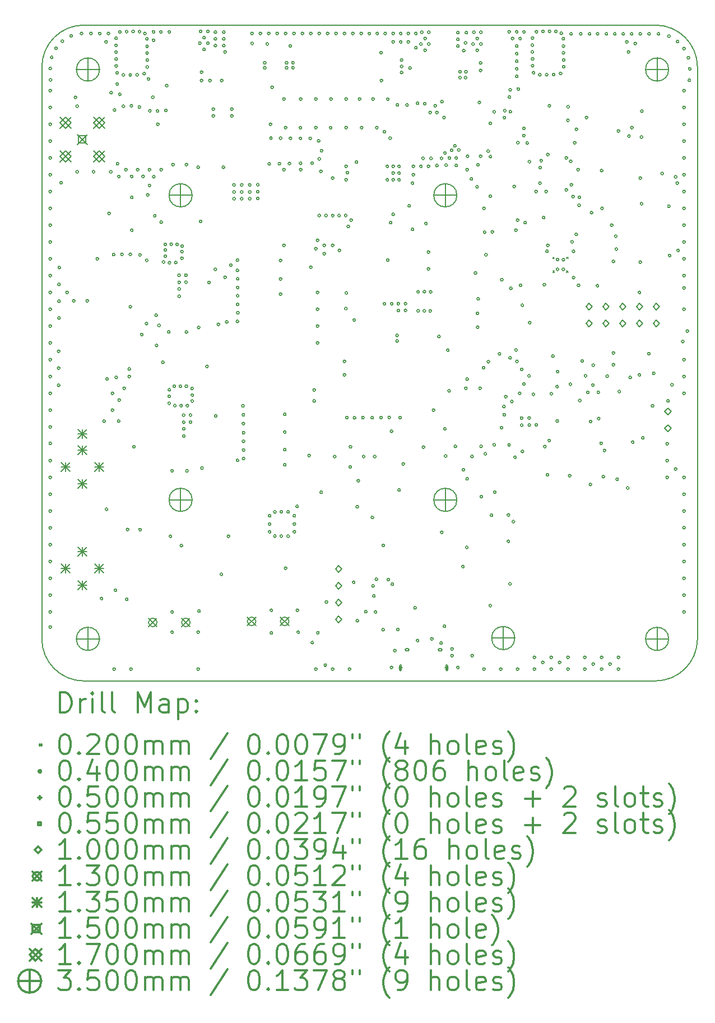
<source format=gbr>
%FSLAX45Y45*%
G04 Gerber Fmt 4.5, Leading zero omitted, Abs format (unit mm)*
G04 Created by KiCad (PCBNEW 5.99.0+really5.1.10+dfsg1-1) date 2022-04-29 12:03:13*
%MOMM*%
%LPD*%
G01*
G04 APERTURE LIST*
%TA.AperFunction,Profile*%
%ADD10C,0.200000*%
%TD*%
%ADD11C,0.200000*%
%ADD12C,0.300000*%
G04 APERTURE END LIST*
D10*
X18161000Y-13589000D02*
X9525000Y-13589000D01*
X18796000Y-4318000D02*
X18796000Y-12954000D01*
X9525000Y-3683000D02*
X18161000Y-3683000D01*
X8890000Y-12954000D02*
X8890000Y-4318000D01*
X9525000Y-13589000D02*
G75*
G02*
X8890000Y-12954000I0J635000D01*
G01*
X18796000Y-12954000D02*
G75*
G02*
X18161000Y-13589000I-635000J0D01*
G01*
X18161000Y-3683000D02*
G75*
G02*
X18796000Y-4318000I0J-635000D01*
G01*
X8890000Y-4318000D02*
G75*
G02*
X9525000Y-3683000I635000J0D01*
G01*
D11*
X16610900Y-7187500D02*
X16630900Y-7207500D01*
X16630900Y-7187500D02*
X16610900Y-7207500D01*
X16610900Y-7397500D02*
X16630900Y-7417500D01*
X16630900Y-7397500D02*
X16610900Y-7417500D01*
X16820900Y-7187500D02*
X16840900Y-7207500D01*
X16840900Y-7187500D02*
X16820900Y-7207500D01*
X16820900Y-7397500D02*
X16840900Y-7417500D01*
X16840900Y-7397500D02*
X16820900Y-7417500D01*
X9037000Y-4338320D02*
G75*
G03*
X9037000Y-4338320I-20000J0D01*
G01*
X9037000Y-4673600D02*
G75*
G03*
X9037000Y-4673600I-20000J0D01*
G01*
X9037000Y-4927600D02*
G75*
G03*
X9037000Y-4927600I-20000J0D01*
G01*
X9037000Y-5181600D02*
G75*
G03*
X9037000Y-5181600I-20000J0D01*
G01*
X9037000Y-5435600D02*
G75*
G03*
X9037000Y-5435600I-20000J0D01*
G01*
X9037000Y-5689600D02*
G75*
G03*
X9037000Y-5689600I-20000J0D01*
G01*
X9037000Y-5943600D02*
G75*
G03*
X9037000Y-5943600I-20000J0D01*
G01*
X9037000Y-6197600D02*
G75*
G03*
X9037000Y-6197600I-20000J0D01*
G01*
X9037000Y-6451600D02*
G75*
G03*
X9037000Y-6451600I-20000J0D01*
G01*
X9037000Y-6705600D02*
G75*
G03*
X9037000Y-6705600I-20000J0D01*
G01*
X9037000Y-6959600D02*
G75*
G03*
X9037000Y-6959600I-20000J0D01*
G01*
X9037000Y-7213600D02*
G75*
G03*
X9037000Y-7213600I-20000J0D01*
G01*
X9037000Y-7467600D02*
G75*
G03*
X9037000Y-7467600I-20000J0D01*
G01*
X9037000Y-7721600D02*
G75*
G03*
X9037000Y-7721600I-20000J0D01*
G01*
X9037000Y-7975600D02*
G75*
G03*
X9037000Y-7975600I-20000J0D01*
G01*
X9037000Y-8229600D02*
G75*
G03*
X9037000Y-8229600I-20000J0D01*
G01*
X9037000Y-8483600D02*
G75*
G03*
X9037000Y-8483600I-20000J0D01*
G01*
X9037000Y-8737600D02*
G75*
G03*
X9037000Y-8737600I-20000J0D01*
G01*
X9037000Y-8991600D02*
G75*
G03*
X9037000Y-8991600I-20000J0D01*
G01*
X9037000Y-9245600D02*
G75*
G03*
X9037000Y-9245600I-20000J0D01*
G01*
X9037000Y-9499600D02*
G75*
G03*
X9037000Y-9499600I-20000J0D01*
G01*
X9037000Y-9753600D02*
G75*
G03*
X9037000Y-9753600I-20000J0D01*
G01*
X9037000Y-10001250D02*
G75*
G03*
X9037000Y-10001250I-20000J0D01*
G01*
X9037000Y-10261600D02*
G75*
G03*
X9037000Y-10261600I-20000J0D01*
G01*
X9037000Y-10515600D02*
G75*
G03*
X9037000Y-10515600I-20000J0D01*
G01*
X9037000Y-10769600D02*
G75*
G03*
X9037000Y-10769600I-20000J0D01*
G01*
X9037000Y-11023600D02*
G75*
G03*
X9037000Y-11023600I-20000J0D01*
G01*
X9037000Y-11277600D02*
G75*
G03*
X9037000Y-11277600I-20000J0D01*
G01*
X9037000Y-11531600D02*
G75*
G03*
X9037000Y-11531600I-20000J0D01*
G01*
X9037000Y-11785600D02*
G75*
G03*
X9037000Y-11785600I-20000J0D01*
G01*
X9037000Y-12039600D02*
G75*
G03*
X9037000Y-12039600I-20000J0D01*
G01*
X9037000Y-12293600D02*
G75*
G03*
X9037000Y-12293600I-20000J0D01*
G01*
X9037000Y-12547600D02*
G75*
G03*
X9037000Y-12547600I-20000J0D01*
G01*
X9037000Y-12776200D02*
G75*
G03*
X9037000Y-12776200I-20000J0D01*
G01*
X9042080Y-4511040D02*
G75*
G03*
X9042080Y-4511040I-20000J0D01*
G01*
X9057320Y-4170680D02*
G75*
G03*
X9057320Y-4170680I-20000J0D01*
G01*
X9123360Y-4033520D02*
G75*
G03*
X9123360Y-4033520I-20000J0D01*
G01*
X9164000Y-8610600D02*
G75*
G03*
X9164000Y-8610600I-20000J0D01*
G01*
X9164000Y-8864600D02*
G75*
G03*
X9164000Y-8864600I-20000J0D01*
G01*
X9164000Y-9123680D02*
G75*
G03*
X9164000Y-9123680I-20000J0D01*
G01*
X9169080Y-7599680D02*
G75*
G03*
X9169080Y-7599680I-20000J0D01*
G01*
X9169080Y-7853680D02*
G75*
G03*
X9169080Y-7853680I-20000J0D01*
G01*
X9169080Y-8107680D02*
G75*
G03*
X9169080Y-8107680I-20000J0D01*
G01*
X9174160Y-7345680D02*
G75*
G03*
X9174160Y-7345680I-20000J0D01*
G01*
X9199560Y-6065520D02*
G75*
G03*
X9199560Y-6065520I-20000J0D01*
G01*
X9219880Y-3926840D02*
G75*
G03*
X9219880Y-3926840I-20000J0D01*
G01*
X9291000Y-7721600D02*
G75*
G03*
X9291000Y-7721600I-20000J0D01*
G01*
X9351960Y-3845560D02*
G75*
G03*
X9351960Y-3845560I-20000J0D01*
G01*
X9392600Y-7848600D02*
G75*
G03*
X9392600Y-7848600I-20000J0D01*
G01*
X9418000Y-4775200D02*
G75*
G03*
X9418000Y-4775200I-20000J0D01*
G01*
X9443400Y-4908550D02*
G75*
G03*
X9443400Y-4908550I-20000J0D01*
G01*
X9443400Y-5899150D02*
G75*
G03*
X9443400Y-5899150I-20000J0D01*
G01*
X9509440Y-3810000D02*
G75*
G03*
X9509440Y-3810000I-20000J0D01*
G01*
X9595800Y-7848600D02*
G75*
G03*
X9595800Y-7848600I-20000J0D01*
G01*
X9651680Y-3810000D02*
G75*
G03*
X9651680Y-3810000I-20000J0D01*
G01*
X9691050Y-5899150D02*
G75*
G03*
X9691050Y-5899150I-20000J0D01*
G01*
X9748200Y-7213600D02*
G75*
G03*
X9748200Y-7213600I-20000J0D01*
G01*
X9783760Y-3810000D02*
G75*
G03*
X9783760Y-3810000I-20000J0D01*
G01*
X9811700Y-12344400D02*
G75*
G03*
X9811700Y-12344400I-20000J0D01*
G01*
X9849800Y-9664700D02*
G75*
G03*
X9849800Y-9664700I-20000J0D01*
G01*
X9880280Y-3937000D02*
G75*
G03*
X9880280Y-3937000I-20000J0D01*
G01*
X9886884Y-10996168D02*
G75*
G03*
X9886884Y-10996168I-20000J0D01*
G01*
X9894250Y-9029700D02*
G75*
G03*
X9894250Y-9029700I-20000J0D01*
G01*
X9915840Y-3810000D02*
G75*
G03*
X9915840Y-3810000I-20000J0D01*
G01*
X9926000Y-6527800D02*
G75*
G03*
X9926000Y-6527800I-20000J0D01*
G01*
X9951400Y-5899150D02*
G75*
G03*
X9951400Y-5899150I-20000J0D01*
G01*
X9956480Y-4704080D02*
G75*
G03*
X9956480Y-4704080I-20000J0D01*
G01*
X9976800Y-9245600D02*
G75*
G03*
X9976800Y-9245600I-20000J0D01*
G01*
X9976800Y-9499600D02*
G75*
G03*
X9976800Y-9499600I-20000J0D01*
G01*
X9994580Y-7148830D02*
G75*
G03*
X9994580Y-7148830I-20000J0D01*
G01*
X10002200Y-13411200D02*
G75*
G03*
X10002200Y-13411200I-20000J0D01*
G01*
X10008550Y-4965700D02*
G75*
G03*
X10008550Y-4965700I-20000J0D01*
G01*
X10021250Y-12217400D02*
G75*
G03*
X10021250Y-12217400I-20000J0D01*
G01*
X10030140Y-3987800D02*
G75*
G03*
X10030140Y-3987800I-20000J0D01*
G01*
X10030140Y-4089400D02*
G75*
G03*
X10030140Y-4089400I-20000J0D01*
G01*
X10032680Y-3881120D02*
G75*
G03*
X10032680Y-3881120I-20000J0D01*
G01*
X10032680Y-4196080D02*
G75*
G03*
X10032680Y-4196080I-20000J0D01*
G01*
X10032680Y-4300220D02*
G75*
G03*
X10032680Y-4300220I-20000J0D01*
G01*
X10033950Y-9004300D02*
G75*
G03*
X10033950Y-9004300I-20000J0D01*
G01*
X10047920Y-4404360D02*
G75*
G03*
X10047920Y-4404360I-20000J0D01*
G01*
X10047920Y-4572000D02*
G75*
G03*
X10047920Y-4572000I-20000J0D01*
G01*
X10053254Y-5776976D02*
G75*
G03*
X10053254Y-5776976I-20000J0D01*
G01*
X10070780Y-9664700D02*
G75*
G03*
X10070780Y-9664700I-20000J0D01*
G01*
X10073320Y-5969000D02*
G75*
G03*
X10073320Y-5969000I-20000J0D01*
G01*
X10078400Y-9347200D02*
G75*
G03*
X10078400Y-9347200I-20000J0D01*
G01*
X10088560Y-4729480D02*
G75*
G03*
X10088560Y-4729480I-20000J0D01*
G01*
X10091100Y-3787140D02*
G75*
G03*
X10091100Y-3787140I-20000J0D01*
G01*
X10120056Y-7146544D02*
G75*
G03*
X10120056Y-7146544I-20000J0D01*
G01*
X10141900Y-4434840D02*
G75*
G03*
X10141900Y-4434840I-20000J0D01*
G01*
X10141900Y-4908550D02*
G75*
G03*
X10141900Y-4908550I-20000J0D01*
G01*
X10154600Y-9169400D02*
G75*
G03*
X10154600Y-9169400I-20000J0D01*
G01*
X10180000Y-5867400D02*
G75*
G03*
X10180000Y-5867400I-20000J0D01*
G01*
X10190160Y-3782060D02*
G75*
G03*
X10190160Y-3782060I-20000J0D01*
G01*
X10192700Y-12357100D02*
G75*
G03*
X10192700Y-12357100I-20000J0D01*
G01*
X10205400Y-11303000D02*
G75*
G03*
X10205400Y-11303000I-20000J0D01*
G01*
X10230800Y-8877300D02*
G75*
G03*
X10230800Y-8877300I-20000J0D01*
G01*
X10230800Y-8991600D02*
G75*
G03*
X10230800Y-8991600I-20000J0D01*
G01*
X10246040Y-4434840D02*
G75*
G03*
X10246040Y-4434840I-20000J0D01*
G01*
X10246040Y-7146290D02*
G75*
G03*
X10246040Y-7146290I-20000J0D01*
G01*
X10247564Y-7937500D02*
G75*
G03*
X10247564Y-7937500I-20000J0D01*
G01*
X10256200Y-13411200D02*
G75*
G03*
X10256200Y-13411200I-20000J0D01*
G01*
X10262550Y-4902200D02*
G75*
G03*
X10262550Y-4902200I-20000J0D01*
G01*
X10266360Y-5969000D02*
G75*
G03*
X10266360Y-5969000I-20000J0D01*
G01*
X10268900Y-6286500D02*
G75*
G03*
X10268900Y-6286500I-20000J0D01*
G01*
X10268900Y-6781800D02*
G75*
G03*
X10268900Y-6781800I-20000J0D01*
G01*
X10289220Y-3779520D02*
G75*
G03*
X10289220Y-3779520I-20000J0D01*
G01*
X10300904Y-10052050D02*
G75*
G03*
X10300904Y-10052050I-20000J0D01*
G01*
X10350180Y-4434840D02*
G75*
G03*
X10350180Y-4434840I-20000J0D01*
G01*
X10357800Y-5867400D02*
G75*
G03*
X10357800Y-5867400I-20000J0D01*
G01*
X10383200Y-4921250D02*
G75*
G03*
X10383200Y-4921250I-20000J0D01*
G01*
X10385740Y-3782060D02*
G75*
G03*
X10385740Y-3782060I-20000J0D01*
G01*
X10392344Y-7154672D02*
G75*
G03*
X10392344Y-7154672I-20000J0D01*
G01*
X10393360Y-11303000D02*
G75*
G03*
X10393360Y-11303000I-20000J0D01*
G01*
X10418760Y-8356600D02*
G75*
G03*
X10418760Y-8356600I-20000J0D01*
G01*
X10439080Y-5969000D02*
G75*
G03*
X10439080Y-5969000I-20000J0D01*
G01*
X10456860Y-4417060D02*
G75*
G03*
X10456860Y-4417060I-20000J0D01*
G01*
X10467020Y-3810000D02*
G75*
G03*
X10467020Y-3810000I-20000J0D01*
G01*
X10491150Y-8191500D02*
G75*
G03*
X10491150Y-8191500I-20000J0D01*
G01*
X10494960Y-7237730D02*
G75*
G03*
X10494960Y-7237730I-20000J0D01*
G01*
X10497500Y-3891280D02*
G75*
G03*
X10497500Y-3891280I-20000J0D01*
G01*
X10500040Y-4003040D02*
G75*
G03*
X10500040Y-4003040I-20000J0D01*
G01*
X10500040Y-4104640D02*
G75*
G03*
X10500040Y-4104640I-20000J0D01*
G01*
X10502580Y-4211320D02*
G75*
G03*
X10502580Y-4211320I-20000J0D01*
G01*
X10502580Y-4315460D02*
G75*
G03*
X10502580Y-4315460I-20000J0D01*
G01*
X10510200Y-6248400D02*
G75*
G03*
X10510200Y-6248400I-20000J0D01*
G01*
X10520360Y-4495800D02*
G75*
G03*
X10520360Y-4495800I-20000J0D01*
G01*
X10535600Y-5867400D02*
G75*
G03*
X10535600Y-5867400I-20000J0D01*
G01*
X10535600Y-6106160D02*
G75*
G03*
X10535600Y-6106160I-20000J0D01*
G01*
X10541950Y-4978400D02*
G75*
G03*
X10541950Y-4978400I-20000J0D01*
G01*
X10586400Y-4772914D02*
G75*
G03*
X10586400Y-4772914I-20000J0D01*
G01*
X10596560Y-3784600D02*
G75*
G03*
X10596560Y-3784600I-20000J0D01*
G01*
X10596560Y-3911600D02*
G75*
G03*
X10596560Y-3911600I-20000J0D01*
G01*
X10601640Y-5974080D02*
G75*
G03*
X10601640Y-5974080I-20000J0D01*
G01*
X10616880Y-6563360D02*
G75*
G03*
X10616880Y-6563360I-20000J0D01*
G01*
X10637200Y-8064500D02*
G75*
G03*
X10637200Y-8064500I-20000J0D01*
G01*
X10643550Y-8521700D02*
G75*
G03*
X10643550Y-8521700I-20000J0D01*
G01*
X10656250Y-4978400D02*
G75*
G03*
X10656250Y-4978400I-20000J0D01*
G01*
X10662600Y-5181600D02*
G75*
G03*
X10662600Y-5181600I-20000J0D01*
G01*
X10680380Y-8218932D02*
G75*
G03*
X10680380Y-8218932I-20000J0D01*
G01*
X10708320Y-3784600D02*
G75*
G03*
X10708320Y-3784600I-20000J0D01*
G01*
X10713400Y-5867400D02*
G75*
G03*
X10713400Y-5867400I-20000J0D01*
G01*
X10713400Y-6659880D02*
G75*
G03*
X10713400Y-6659880I-20000J0D01*
G01*
X10738800Y-8775700D02*
G75*
G03*
X10738800Y-8775700I-20000J0D01*
G01*
X10748452Y-7262368D02*
G75*
G03*
X10748452Y-7262368I-20000J0D01*
G01*
X10775376Y-6996176D02*
G75*
G03*
X10775376Y-6996176I-20000J0D01*
G01*
X10775376Y-7174484D02*
G75*
G03*
X10775376Y-7174484I-20000J0D01*
G01*
X10776392Y-7081520D02*
G75*
G03*
X10776392Y-7081520I-20000J0D01*
G01*
X10783250Y-4972050D02*
G75*
G03*
X10783250Y-4972050I-20000J0D01*
G01*
X10796204Y-4597400D02*
G75*
G03*
X10796204Y-4597400I-20000J0D01*
G01*
X10827700Y-8318500D02*
G75*
G03*
X10827700Y-8318500I-20000J0D01*
G01*
X10834558Y-9395714D02*
G75*
G03*
X10834558Y-9395714I-20000J0D01*
G01*
X10835320Y-3784600D02*
G75*
G03*
X10835320Y-3784600I-20000J0D01*
G01*
X10835828Y-9190990D02*
G75*
G03*
X10835828Y-9190990I-20000J0D01*
G01*
X10835828Y-9290050D02*
G75*
G03*
X10835828Y-9290050I-20000J0D01*
G01*
X10838622Y-7272274D02*
G75*
G03*
X10838622Y-7272274I-20000J0D01*
G01*
X10853100Y-11404600D02*
G75*
G03*
X10853100Y-11404600I-20000J0D01*
G01*
X10865038Y-6993382D02*
G75*
G03*
X10865038Y-6993382I-20000J0D01*
G01*
X10877484Y-10414000D02*
G75*
G03*
X10877484Y-10414000I-20000J0D01*
G01*
X10878500Y-12547600D02*
G75*
G03*
X10878500Y-12547600I-20000J0D01*
G01*
X10878500Y-12852400D02*
G75*
G03*
X10878500Y-12852400I-20000J0D01*
G01*
X10891200Y-5791200D02*
G75*
G03*
X10891200Y-5791200I-20000J0D01*
G01*
X10909996Y-9139428D02*
G75*
G03*
X10909996Y-9139428I-20000J0D01*
G01*
X10919902Y-9430766D02*
G75*
G03*
X10919902Y-9430766I-20000J0D01*
G01*
X10933110Y-7270496D02*
G75*
G03*
X10933110Y-7270496I-20000J0D01*
G01*
X10953684Y-6994652D02*
G75*
G03*
X10953684Y-6994652I-20000J0D01*
G01*
X10983910Y-7461250D02*
G75*
G03*
X10983910Y-7461250I-20000J0D01*
G01*
X10985180Y-7569200D02*
G75*
G03*
X10985180Y-7569200I-20000J0D01*
G01*
X10985180Y-7669530D02*
G75*
G03*
X10985180Y-7669530I-20000J0D01*
G01*
X10985180Y-7778750D02*
G75*
G03*
X10985180Y-7778750I-20000J0D01*
G01*
X11002452Y-9139428D02*
G75*
G03*
X11002452Y-9139428I-20000J0D01*
G01*
X11014390Y-9431782D02*
G75*
G03*
X11014390Y-9431782I-20000J0D01*
G01*
X11018200Y-11544300D02*
G75*
G03*
X11018200Y-11544300I-20000J0D01*
G01*
X11026074Y-7104888D02*
G75*
G03*
X11026074Y-7104888I-20000J0D01*
G01*
X11026836Y-7204456D02*
G75*
G03*
X11026836Y-7204456I-20000J0D01*
G01*
X11030646Y-7020306D02*
G75*
G03*
X11030646Y-7020306I-20000J0D01*
G01*
X11052490Y-9574530D02*
G75*
G03*
X11052490Y-9574530I-20000J0D01*
G01*
X11053760Y-9682480D02*
G75*
G03*
X11053760Y-9682480I-20000J0D01*
G01*
X11053760Y-9782810D02*
G75*
G03*
X11053760Y-9782810I-20000J0D01*
G01*
X11053760Y-9892030D02*
G75*
G03*
X11053760Y-9892030I-20000J0D01*
G01*
X11086780Y-7461250D02*
G75*
G03*
X11086780Y-7461250I-20000J0D01*
G01*
X11088050Y-7567930D02*
G75*
G03*
X11088050Y-7567930I-20000J0D01*
G01*
X11093638Y-9138412D02*
G75*
G03*
X11093638Y-9138412I-20000J0D01*
G01*
X11094400Y-5791200D02*
G75*
G03*
X11094400Y-5791200I-20000J0D01*
G01*
X11094400Y-8319516D02*
G75*
G03*
X11094400Y-8319516I-20000J0D01*
G01*
X11102528Y-10416540D02*
G75*
G03*
X11102528Y-10416540I-20000J0D01*
G01*
X11107608Y-9431782D02*
G75*
G03*
X11107608Y-9431782I-20000J0D01*
G01*
X11155360Y-9574530D02*
G75*
G03*
X11155360Y-9574530I-20000J0D01*
G01*
X11156630Y-9681210D02*
G75*
G03*
X11156630Y-9681210I-20000J0D01*
G01*
X11179490Y-9172194D02*
G75*
G03*
X11179490Y-9172194I-20000J0D01*
G01*
X11181522Y-9362186D02*
G75*
G03*
X11181522Y-9362186I-20000J0D01*
G01*
X11182792Y-9271000D02*
G75*
G03*
X11182792Y-9271000I-20000J0D01*
G01*
X11272200Y-5829300D02*
G75*
G03*
X11272200Y-5829300I-20000J0D01*
G01*
X11272200Y-12852400D02*
G75*
G03*
X11272200Y-12852400I-20000J0D01*
G01*
X11272200Y-13411200D02*
G75*
G03*
X11272200Y-13411200I-20000J0D01*
G01*
X11279566Y-8252714D02*
G75*
G03*
X11279566Y-8252714I-20000J0D01*
G01*
X11284900Y-12534900D02*
G75*
G03*
X11284900Y-12534900I-20000J0D01*
G01*
X11297600Y-3956050D02*
G75*
G03*
X11297600Y-3956050I-20000J0D01*
G01*
X11307760Y-6649720D02*
G75*
G03*
X11307760Y-6649720I-20000J0D01*
G01*
X11310300Y-3778250D02*
G75*
G03*
X11310300Y-3778250I-20000J0D01*
G01*
X11323000Y-4394200D02*
G75*
G03*
X11323000Y-4394200I-20000J0D01*
G01*
X11323000Y-4521200D02*
G75*
G03*
X11323000Y-4521200I-20000J0D01*
G01*
X11328842Y-10373360D02*
G75*
G03*
X11328842Y-10373360I-20000J0D01*
G01*
X11361100Y-3873500D02*
G75*
G03*
X11361100Y-3873500I-20000J0D01*
G01*
X11361100Y-4051300D02*
G75*
G03*
X11361100Y-4051300I-20000J0D01*
G01*
X11405550Y-8839200D02*
G75*
G03*
X11405550Y-8839200I-20000J0D01*
G01*
X11418250Y-3778250D02*
G75*
G03*
X11418250Y-3778250I-20000J0D01*
G01*
X11418250Y-3956050D02*
G75*
G03*
X11418250Y-3956050I-20000J0D01*
G01*
X11436792Y-7569708D02*
G75*
G03*
X11436792Y-7569708I-20000J0D01*
G01*
X11450000Y-4521200D02*
G75*
G03*
X11450000Y-4521200I-20000J0D01*
G01*
X11500800Y-4953000D02*
G75*
G03*
X11500800Y-4953000I-20000J0D01*
G01*
X11500800Y-5054600D02*
G75*
G03*
X11500800Y-5054600I-20000J0D01*
G01*
X11531280Y-3789680D02*
G75*
G03*
X11531280Y-3789680I-20000J0D01*
G01*
X11531280Y-3891280D02*
G75*
G03*
X11531280Y-3891280I-20000J0D01*
G01*
X11531280Y-3992880D02*
G75*
G03*
X11531280Y-3992880I-20000J0D01*
G01*
X11532550Y-7372350D02*
G75*
G03*
X11532550Y-7372350I-20000J0D01*
G01*
X11536360Y-9585960D02*
G75*
G03*
X11536360Y-9585960I-20000J0D01*
G01*
X11577000Y-8204200D02*
G75*
G03*
X11577000Y-8204200I-20000J0D01*
G01*
X11622720Y-11978640D02*
G75*
G03*
X11622720Y-11978640I-20000J0D01*
G01*
X11627800Y-4521200D02*
G75*
G03*
X11627800Y-4521200I-20000J0D01*
G01*
X11653200Y-5829300D02*
G75*
G03*
X11653200Y-5829300I-20000J0D01*
G01*
X11658280Y-3789680D02*
G75*
G03*
X11658280Y-3789680I-20000J0D01*
G01*
X11658280Y-3891280D02*
G75*
G03*
X11658280Y-3891280I-20000J0D01*
G01*
X11658280Y-3992880D02*
G75*
G03*
X11658280Y-3992880I-20000J0D01*
G01*
X11678600Y-4089400D02*
G75*
G03*
X11678600Y-4089400I-20000J0D01*
G01*
X11678600Y-7493000D02*
G75*
G03*
X11678600Y-7493000I-20000J0D01*
G01*
X11704000Y-8166100D02*
G75*
G03*
X11704000Y-8166100I-20000J0D01*
G01*
X11729400Y-11404600D02*
G75*
G03*
X11729400Y-11404600I-20000J0D01*
G01*
X11767500Y-7308850D02*
G75*
G03*
X11767500Y-7308850I-20000J0D01*
G01*
X11780200Y-4953000D02*
G75*
G03*
X11780200Y-4953000I-20000J0D01*
G01*
X11780200Y-5054600D02*
G75*
G03*
X11780200Y-5054600I-20000J0D01*
G01*
X11813220Y-6097270D02*
G75*
G03*
X11813220Y-6097270I-20000J0D01*
G01*
X11813220Y-6203950D02*
G75*
G03*
X11813220Y-6203950I-20000J0D01*
G01*
X11813220Y-6305550D02*
G75*
G03*
X11813220Y-6305550I-20000J0D01*
G01*
X11864528Y-7387844D02*
G75*
G03*
X11864528Y-7387844I-20000J0D01*
G01*
X11865036Y-7233920D02*
G75*
G03*
X11865036Y-7233920I-20000J0D01*
G01*
X11865036Y-8157718D02*
G75*
G03*
X11865036Y-8157718I-20000J0D01*
G01*
X11866052Y-10257536D02*
G75*
G03*
X11866052Y-10257536I-20000J0D01*
G01*
X11867068Y-7645400D02*
G75*
G03*
X11867068Y-7645400I-20000J0D01*
G01*
X11868592Y-7514844D02*
G75*
G03*
X11868592Y-7514844I-20000J0D01*
G01*
X11868592Y-7771384D02*
G75*
G03*
X11868592Y-7771384I-20000J0D01*
G01*
X11868846Y-7901178D02*
G75*
G03*
X11868846Y-7901178I-20000J0D01*
G01*
X11871386Y-8028178D02*
G75*
G03*
X11871386Y-8028178I-20000J0D01*
G01*
X11930060Y-6097270D02*
G75*
G03*
X11930060Y-6097270I-20000J0D01*
G01*
X11930060Y-6203950D02*
G75*
G03*
X11930060Y-6203950I-20000J0D01*
G01*
X11930060Y-6305550D02*
G75*
G03*
X11930060Y-6305550I-20000J0D01*
G01*
X11948348Y-9433560D02*
G75*
G03*
X11948348Y-9433560I-20000J0D01*
G01*
X11954952Y-9569704D02*
G75*
G03*
X11954952Y-9569704I-20000J0D01*
G01*
X11955206Y-9701784D02*
G75*
G03*
X11955206Y-9701784I-20000J0D01*
G01*
X11956730Y-9968992D02*
G75*
G03*
X11956730Y-9968992I-20000J0D01*
G01*
X11958000Y-9840722D02*
G75*
G03*
X11958000Y-9840722I-20000J0D01*
G01*
X11958000Y-10102342D02*
G75*
G03*
X11958000Y-10102342I-20000J0D01*
G01*
X11958000Y-10230612D02*
G75*
G03*
X11958000Y-10230612I-20000J0D01*
G01*
X12050710Y-6097270D02*
G75*
G03*
X12050710Y-6097270I-20000J0D01*
G01*
X12050710Y-6203950D02*
G75*
G03*
X12050710Y-6203950I-20000J0D01*
G01*
X12050710Y-6305550D02*
G75*
G03*
X12050710Y-6305550I-20000J0D01*
G01*
X12085000Y-3810000D02*
G75*
G03*
X12085000Y-3810000I-20000J0D01*
G01*
X12087540Y-3959860D02*
G75*
G03*
X12087540Y-3959860I-20000J0D01*
G01*
X12172630Y-6094730D02*
G75*
G03*
X12172630Y-6094730I-20000J0D01*
G01*
X12172630Y-6201410D02*
G75*
G03*
X12172630Y-6201410I-20000J0D01*
G01*
X12172630Y-6303010D02*
G75*
G03*
X12172630Y-6303010I-20000J0D01*
G01*
X12212000Y-3810000D02*
G75*
G03*
X12212000Y-3810000I-20000J0D01*
G01*
X12278040Y-4251960D02*
G75*
G03*
X12278040Y-4251960I-20000J0D01*
G01*
X12278040Y-4328160D02*
G75*
G03*
X12278040Y-4328160I-20000J0D01*
G01*
X12316140Y-3968750D02*
G75*
G03*
X12316140Y-3968750I-20000J0D01*
G01*
X12339000Y-3810000D02*
G75*
G03*
X12339000Y-3810000I-20000J0D01*
G01*
X12345096Y-5779008D02*
G75*
G03*
X12345096Y-5779008I-20000J0D01*
G01*
X12351700Y-11094720D02*
G75*
G03*
X12351700Y-11094720I-20000J0D01*
G01*
X12351700Y-11219180D02*
G75*
G03*
X12351700Y-11219180I-20000J0D01*
G01*
X12351700Y-11336020D02*
G75*
G03*
X12351700Y-11336020I-20000J0D01*
G01*
X12364400Y-5181600D02*
G75*
G03*
X12364400Y-5181600I-20000J0D01*
G01*
X12371512Y-5390896D02*
G75*
G03*
X12371512Y-5390896I-20000J0D01*
G01*
X12377100Y-12522200D02*
G75*
G03*
X12377100Y-12522200I-20000J0D01*
G01*
X12377100Y-12865100D02*
G75*
G03*
X12377100Y-12865100I-20000J0D01*
G01*
X12389800Y-4622800D02*
G75*
G03*
X12389800Y-4622800I-20000J0D01*
G01*
X12430440Y-11036300D02*
G75*
G03*
X12430440Y-11036300I-20000J0D01*
G01*
X12430440Y-11402060D02*
G75*
G03*
X12430440Y-11402060I-20000J0D01*
G01*
X12466000Y-3810000D02*
G75*
G03*
X12466000Y-3810000I-20000J0D01*
G01*
X12499528Y-5776976D02*
G75*
G03*
X12499528Y-5776976I-20000J0D01*
G01*
X12516800Y-5390896D02*
G75*
G03*
X12516800Y-5390896I-20000J0D01*
G01*
X12516800Y-7239000D02*
G75*
G03*
X12516800Y-7239000I-20000J0D01*
G01*
X12516800Y-7518400D02*
G75*
G03*
X12516800Y-7518400I-20000J0D01*
G01*
X12516800Y-7747000D02*
G75*
G03*
X12516800Y-7747000I-20000J0D01*
G01*
X12526960Y-11036300D02*
G75*
G03*
X12526960Y-11036300I-20000J0D01*
G01*
X12526960Y-11402060D02*
G75*
G03*
X12526960Y-11402060I-20000J0D01*
G01*
X12567600Y-4800600D02*
G75*
G03*
X12567600Y-4800600I-20000J0D01*
G01*
X12567600Y-5867400D02*
G75*
G03*
X12567600Y-5867400I-20000J0D01*
G01*
X12567600Y-7010400D02*
G75*
G03*
X12567600Y-7010400I-20000J0D01*
G01*
X12580300Y-9563100D02*
G75*
G03*
X12580300Y-9563100I-20000J0D01*
G01*
X12580300Y-9829800D02*
G75*
G03*
X12580300Y-9829800I-20000J0D01*
G01*
X12580300Y-10096500D02*
G75*
G03*
X12580300Y-10096500I-20000J0D01*
G01*
X12580300Y-10325100D02*
G75*
G03*
X12580300Y-10325100I-20000J0D01*
G01*
X12593000Y-3810000D02*
G75*
G03*
X12593000Y-3810000I-20000J0D01*
G01*
X12593000Y-5232400D02*
G75*
G03*
X12593000Y-5232400I-20000J0D01*
G01*
X12593000Y-11887200D02*
G75*
G03*
X12593000Y-11887200I-20000J0D01*
G01*
X12608240Y-4251960D02*
G75*
G03*
X12608240Y-4251960I-20000J0D01*
G01*
X12608240Y-4328160D02*
G75*
G03*
X12608240Y-4328160I-20000J0D01*
G01*
X12631100Y-11036300D02*
G75*
G03*
X12631100Y-11036300I-20000J0D01*
G01*
X12631100Y-11402060D02*
G75*
G03*
X12631100Y-11402060I-20000J0D01*
G01*
X12650912Y-5775198D02*
G75*
G03*
X12650912Y-5775198I-20000J0D01*
G01*
X12664120Y-3997960D02*
G75*
G03*
X12664120Y-3997960I-20000J0D01*
G01*
X12665644Y-5392420D02*
G75*
G03*
X12665644Y-5392420I-20000J0D01*
G01*
X12703490Y-4251960D02*
G75*
G03*
X12703490Y-4251960I-20000J0D01*
G01*
X12703490Y-4328160D02*
G75*
G03*
X12703490Y-4328160I-20000J0D01*
G01*
X12720000Y-3810000D02*
G75*
G03*
X12720000Y-3810000I-20000J0D01*
G01*
X12725080Y-11094720D02*
G75*
G03*
X12725080Y-11094720I-20000J0D01*
G01*
X12725080Y-11219180D02*
G75*
G03*
X12725080Y-11219180I-20000J0D01*
G01*
X12725080Y-11336020D02*
G75*
G03*
X12725080Y-11336020I-20000J0D01*
G01*
X12765720Y-10952480D02*
G75*
G03*
X12765720Y-10952480I-20000J0D01*
G01*
X12770800Y-12522200D02*
G75*
G03*
X12770800Y-12522200I-20000J0D01*
G01*
X12783500Y-12852400D02*
G75*
G03*
X12783500Y-12852400I-20000J0D01*
G01*
X12815250Y-5232400D02*
G75*
G03*
X12815250Y-5232400I-20000J0D01*
G01*
X12816774Y-5393182D02*
G75*
G03*
X12816774Y-5393182I-20000J0D01*
G01*
X12819060Y-5770372D02*
G75*
G03*
X12819060Y-5770372I-20000J0D01*
G01*
X12821600Y-4800600D02*
G75*
G03*
X12821600Y-4800600I-20000J0D01*
G01*
X12821600Y-5867400D02*
G75*
G03*
X12821600Y-5867400I-20000J0D01*
G01*
X12847000Y-3810000D02*
G75*
G03*
X12847000Y-3810000I-20000J0D01*
G01*
X12948600Y-10185400D02*
G75*
G03*
X12948600Y-10185400I-20000J0D01*
G01*
X12965618Y-5394706D02*
G75*
G03*
X12965618Y-5394706I-20000J0D01*
G01*
X12974000Y-3810000D02*
G75*
G03*
X12974000Y-3810000I-20000J0D01*
G01*
X12974000Y-7340600D02*
G75*
G03*
X12974000Y-7340600I-20000J0D01*
G01*
X12993304Y-5766308D02*
G75*
G03*
X12993304Y-5766308I-20000J0D01*
G01*
X12994320Y-13009880D02*
G75*
G03*
X12994320Y-13009880I-20000J0D01*
G01*
X13024800Y-9194800D02*
G75*
G03*
X13024800Y-9194800I-20000J0D01*
G01*
X13024800Y-9359900D02*
G75*
G03*
X13024800Y-9359900I-20000J0D01*
G01*
X13050200Y-4800600D02*
G75*
G03*
X13050200Y-4800600I-20000J0D01*
G01*
X13050200Y-5232400D02*
G75*
G03*
X13050200Y-5232400I-20000J0D01*
G01*
X13050200Y-7061200D02*
G75*
G03*
X13050200Y-7061200I-20000J0D01*
G01*
X13050200Y-13411200D02*
G75*
G03*
X13050200Y-13411200I-20000J0D01*
G01*
X13075600Y-6934200D02*
G75*
G03*
X13075600Y-6934200I-20000J0D01*
G01*
X13075600Y-7721600D02*
G75*
G03*
X13075600Y-7721600I-20000J0D01*
G01*
X13075600Y-7975600D02*
G75*
G03*
X13075600Y-7975600I-20000J0D01*
G01*
X13075600Y-8229600D02*
G75*
G03*
X13075600Y-8229600I-20000J0D01*
G01*
X13075600Y-8483600D02*
G75*
G03*
X13075600Y-8483600I-20000J0D01*
G01*
X13080679Y-12862560D02*
G75*
G03*
X13080679Y-12862560I-20000J0D01*
G01*
X13092618Y-5432552D02*
G75*
G03*
X13092618Y-5432552I-20000J0D01*
G01*
X13101000Y-3810000D02*
G75*
G03*
X13101000Y-3810000I-20000J0D01*
G01*
X13101000Y-6559550D02*
G75*
G03*
X13101000Y-6559550I-20000J0D01*
G01*
X13101508Y-5704332D02*
G75*
G03*
X13101508Y-5704332I-20000J0D01*
G01*
X13126400Y-5892800D02*
G75*
G03*
X13126400Y-5892800I-20000J0D01*
G01*
X13131480Y-10739120D02*
G75*
G03*
X13131480Y-10739120I-20000J0D01*
G01*
X13135290Y-5580634D02*
G75*
G03*
X13135290Y-5580634I-20000J0D01*
G01*
X13177200Y-7010400D02*
G75*
G03*
X13177200Y-7010400I-20000J0D01*
G01*
X13177200Y-7137400D02*
G75*
G03*
X13177200Y-7137400I-20000J0D01*
G01*
X13192440Y-13350240D02*
G75*
G03*
X13192440Y-13350240I-20000J0D01*
G01*
X13202600Y-6559550D02*
G75*
G03*
X13202600Y-6559550I-20000J0D01*
G01*
X13210220Y-12397740D02*
G75*
G03*
X13210220Y-12397740I-20000J0D01*
G01*
X13228000Y-3810000D02*
G75*
G03*
X13228000Y-3810000I-20000J0D01*
G01*
X13272450Y-5232400D02*
G75*
G03*
X13272450Y-5232400I-20000J0D01*
G01*
X13278800Y-4800600D02*
G75*
G03*
X13278800Y-4800600I-20000J0D01*
G01*
X13304200Y-5994400D02*
G75*
G03*
X13304200Y-5994400I-20000J0D01*
G01*
X13304200Y-7009130D02*
G75*
G03*
X13304200Y-7009130I-20000J0D01*
G01*
X13304200Y-13411200D02*
G75*
G03*
X13304200Y-13411200I-20000J0D01*
G01*
X13305470Y-6560820D02*
G75*
G03*
X13305470Y-6560820I-20000J0D01*
G01*
X13334680Y-10200640D02*
G75*
G03*
X13334680Y-10200640I-20000J0D01*
G01*
X13355000Y-3810000D02*
G75*
G03*
X13355000Y-3810000I-20000J0D01*
G01*
X13400720Y-6560820D02*
G75*
G03*
X13400720Y-6560820I-20000J0D01*
G01*
X13405800Y-7086600D02*
G75*
G03*
X13405800Y-7086600I-20000J0D01*
G01*
X13482000Y-3810000D02*
G75*
G03*
X13482000Y-3810000I-20000J0D01*
G01*
X13482000Y-8763000D02*
G75*
G03*
X13482000Y-8763000I-20000J0D01*
G01*
X13482000Y-8966200D02*
G75*
G03*
X13482000Y-8966200I-20000J0D01*
G01*
X13501050Y-6559550D02*
G75*
G03*
X13501050Y-6559550I-20000J0D01*
G01*
X13503844Y-7964424D02*
G75*
G03*
X13503844Y-7964424I-20000J0D01*
G01*
X13507400Y-4800600D02*
G75*
G03*
X13507400Y-4800600I-20000J0D01*
G01*
X13507400Y-5232400D02*
G75*
G03*
X13507400Y-5232400I-20000J0D01*
G01*
X13507400Y-5816600D02*
G75*
G03*
X13507400Y-5816600I-20000J0D01*
G01*
X13507400Y-6019800D02*
G75*
G03*
X13507400Y-6019800I-20000J0D01*
G01*
X13509940Y-7728712D02*
G75*
G03*
X13509940Y-7728712I-20000J0D01*
G01*
X13520100Y-9612376D02*
G75*
G03*
X13520100Y-9612376I-20000J0D01*
G01*
X13526450Y-5910072D02*
G75*
G03*
X13526450Y-5910072I-20000J0D01*
G01*
X13539150Y-6724650D02*
G75*
G03*
X13539150Y-6724650I-20000J0D01*
G01*
X13558200Y-13411200D02*
G75*
G03*
X13558200Y-13411200I-20000J0D01*
G01*
X13568360Y-10358120D02*
G75*
G03*
X13568360Y-10358120I-20000J0D01*
G01*
X13573440Y-10053320D02*
G75*
G03*
X13573440Y-10053320I-20000J0D01*
G01*
X13583600Y-6629400D02*
G75*
G03*
X13583600Y-6629400I-20000J0D01*
G01*
X13609000Y-3810000D02*
G75*
G03*
X13609000Y-3810000I-20000J0D01*
G01*
X13621700Y-12098020D02*
G75*
G03*
X13621700Y-12098020I-20000J0D01*
G01*
X13628304Y-8136382D02*
G75*
G03*
X13628304Y-8136382I-20000J0D01*
G01*
X13634400Y-9613900D02*
G75*
G03*
X13634400Y-9613900I-20000J0D01*
G01*
X13664626Y-5752338D02*
G75*
G03*
X13664626Y-5752338I-20000J0D01*
G01*
X13675040Y-10957560D02*
G75*
G03*
X13675040Y-10957560I-20000J0D01*
G01*
X13677580Y-12679680D02*
G75*
G03*
X13677580Y-12679680I-20000J0D01*
G01*
X13690280Y-10566400D02*
G75*
G03*
X13690280Y-10566400I-20000J0D01*
G01*
X13710600Y-4800600D02*
G75*
G03*
X13710600Y-4800600I-20000J0D01*
G01*
X13736000Y-3810000D02*
G75*
G03*
X13736000Y-3810000I-20000J0D01*
G01*
X13742350Y-5232400D02*
G75*
G03*
X13742350Y-5232400I-20000J0D01*
G01*
X13761400Y-9611868D02*
G75*
G03*
X13761400Y-9611868I-20000J0D01*
G01*
X13771560Y-10200640D02*
G75*
G03*
X13771560Y-10200640I-20000J0D01*
G01*
X13804580Y-12542520D02*
G75*
G03*
X13804580Y-12542520I-20000J0D01*
G01*
X13856650Y-3810000D02*
G75*
G03*
X13856650Y-3810000I-20000J0D01*
G01*
X13901100Y-9613900D02*
G75*
G03*
X13901100Y-9613900I-20000J0D01*
G01*
X13903640Y-11120120D02*
G75*
G03*
X13903640Y-11120120I-20000J0D01*
G01*
X13913800Y-4800600D02*
G75*
G03*
X13913800Y-4800600I-20000J0D01*
G01*
X13913800Y-12153900D02*
G75*
G03*
X13913800Y-12153900I-20000J0D01*
G01*
X13926500Y-12306300D02*
G75*
G03*
X13926500Y-12306300I-20000J0D01*
G01*
X13939200Y-10200640D02*
G75*
G03*
X13939200Y-10200640I-20000J0D01*
G01*
X13951900Y-12547600D02*
G75*
G03*
X13951900Y-12547600I-20000J0D01*
G01*
X13964600Y-12052300D02*
G75*
G03*
X13964600Y-12052300I-20000J0D01*
G01*
X13970950Y-5232400D02*
G75*
G03*
X13970950Y-5232400I-20000J0D01*
G01*
X13977300Y-3810000D02*
G75*
G03*
X13977300Y-3810000I-20000J0D01*
G01*
X14035720Y-4099560D02*
G75*
G03*
X14035720Y-4099560I-20000J0D01*
G01*
X14036482Y-9612376D02*
G75*
G03*
X14036482Y-9612376I-20000J0D01*
G01*
X14040800Y-4521200D02*
G75*
G03*
X14040800Y-4521200I-20000J0D01*
G01*
X14066200Y-12814300D02*
G75*
G03*
X14066200Y-12814300I-20000J0D01*
G01*
X14068740Y-11541760D02*
G75*
G03*
X14068740Y-11541760I-20000J0D01*
G01*
X14085250Y-5295900D02*
G75*
G03*
X14085250Y-5295900I-20000J0D01*
G01*
X14086266Y-7890764D02*
G75*
G03*
X14086266Y-7890764I-20000J0D01*
G01*
X14097950Y-3810000D02*
G75*
G03*
X14097950Y-3810000I-20000J0D01*
G01*
X14129700Y-5816600D02*
G75*
G03*
X14129700Y-5816600I-20000J0D01*
G01*
X14129700Y-6019800D02*
G75*
G03*
X14129700Y-6019800I-20000J0D01*
G01*
X14136050Y-4800600D02*
G75*
G03*
X14136050Y-4800600I-20000J0D01*
G01*
X14136558Y-7232650D02*
G75*
G03*
X14136558Y-7232650I-20000J0D01*
G01*
X14144940Y-12057380D02*
G75*
G03*
X14144940Y-12057380I-20000J0D01*
G01*
X14158910Y-9609328D02*
G75*
G03*
X14158910Y-9609328I-20000J0D01*
G01*
X14174150Y-5391150D02*
G75*
G03*
X14174150Y-5391150I-20000J0D01*
G01*
X14180500Y-6667500D02*
G75*
G03*
X14180500Y-6667500I-20000J0D01*
G01*
X14193200Y-13385800D02*
G75*
G03*
X14193200Y-13385800I-20000J0D01*
G01*
X14193201Y-9817100D02*
G75*
G03*
X14193201Y-9817100I-20000J0D01*
G01*
X14195486Y-7890764D02*
G75*
G03*
X14195486Y-7890764I-20000J0D01*
G01*
X14205900Y-12128500D02*
G75*
G03*
X14205900Y-12128500I-20000J0D01*
G01*
X14218600Y-3810000D02*
G75*
G03*
X14218600Y-3810000I-20000J0D01*
G01*
X14218600Y-3937000D02*
G75*
G03*
X14218600Y-3937000I-20000J0D01*
G01*
X14218600Y-5816600D02*
G75*
G03*
X14218600Y-5816600I-20000J0D01*
G01*
X14218600Y-5918200D02*
G75*
G03*
X14218600Y-5918200I-20000J0D01*
G01*
X14218600Y-6019800D02*
G75*
G03*
X14218600Y-6019800I-20000J0D01*
G01*
X14218600Y-6540500D02*
G75*
G03*
X14218600Y-6540500I-20000J0D01*
G01*
X14244000Y-13131800D02*
G75*
G03*
X14244000Y-13131800I-20000J0D01*
G01*
X14277020Y-8370824D02*
G75*
G03*
X14277020Y-8370824I-20000J0D01*
G01*
X14277528Y-8454644D02*
G75*
G03*
X14277528Y-8454644I-20000J0D01*
G01*
X14282100Y-4889500D02*
G75*
G03*
X14282100Y-4889500I-20000J0D01*
G01*
X14289720Y-12814300D02*
G75*
G03*
X14289720Y-12814300I-20000J0D01*
G01*
X14295816Y-7890764D02*
G75*
G03*
X14295816Y-7890764I-20000J0D01*
G01*
X14297086Y-7993634D02*
G75*
G03*
X14297086Y-7993634I-20000J0D01*
G01*
X14307500Y-5816600D02*
G75*
G03*
X14307500Y-5816600I-20000J0D01*
G01*
X14307500Y-5918200D02*
G75*
G03*
X14307500Y-5918200I-20000J0D01*
G01*
X14307500Y-6019800D02*
G75*
G03*
X14307500Y-6019800I-20000J0D01*
G01*
X14307500Y-10706100D02*
G75*
G03*
X14307500Y-10706100I-20000J0D01*
G01*
X14322740Y-9613900D02*
G75*
G03*
X14322740Y-9613900I-20000J0D01*
G01*
X14332900Y-3810000D02*
G75*
G03*
X14332900Y-3810000I-20000J0D01*
G01*
X14332900Y-3937000D02*
G75*
G03*
X14332900Y-3937000I-20000J0D01*
G01*
X14345600Y-4211320D02*
G75*
G03*
X14345600Y-4211320I-20000J0D01*
G01*
X14345600Y-4307840D02*
G75*
G03*
X14345600Y-4307840I-20000J0D01*
G01*
X14345600Y-4399280D02*
G75*
G03*
X14345600Y-4399280I-20000J0D01*
G01*
X14371000Y-10312400D02*
G75*
G03*
X14371000Y-10312400I-20000J0D01*
G01*
X14403766Y-7889494D02*
G75*
G03*
X14403766Y-7889494I-20000J0D01*
G01*
X14403766Y-7992364D02*
G75*
G03*
X14403766Y-7992364I-20000J0D01*
G01*
X14428150Y-4889500D02*
G75*
G03*
X14428150Y-4889500I-20000J0D01*
G01*
X14447200Y-3810000D02*
G75*
G03*
X14447200Y-3810000I-20000J0D01*
G01*
X14447200Y-3937000D02*
G75*
G03*
X14447200Y-3937000I-20000J0D01*
G01*
X14459900Y-6413500D02*
G75*
G03*
X14459900Y-6413500I-20000J0D01*
G01*
X14472600Y-4330700D02*
G75*
G03*
X14472600Y-4330700I-20000J0D01*
G01*
X14510700Y-6070600D02*
G75*
G03*
X14510700Y-6070600I-20000J0D01*
G01*
X14510700Y-6769100D02*
G75*
G03*
X14510700Y-6769100I-20000J0D01*
G01*
X14523400Y-5816600D02*
G75*
G03*
X14523400Y-5816600I-20000J0D01*
G01*
X14523400Y-5943600D02*
G75*
G03*
X14523400Y-5943600I-20000J0D01*
G01*
X14548800Y-12484100D02*
G75*
G03*
X14548800Y-12484100I-20000J0D01*
G01*
X14561500Y-3810000D02*
G75*
G03*
X14561500Y-3810000I-20000J0D01*
G01*
X14561500Y-4025900D02*
G75*
G03*
X14561500Y-4025900I-20000J0D01*
G01*
X14586900Y-12979400D02*
G75*
G03*
X14586900Y-12979400I-20000J0D01*
G01*
X14586900Y-4864100D02*
G75*
G03*
X14586900Y-4864100I-20000J0D01*
G01*
X14595282Y-7712202D02*
G75*
G03*
X14595282Y-7712202I-20000J0D01*
G01*
X14595536Y-7998206D02*
G75*
G03*
X14595536Y-7998206I-20000J0D01*
G01*
X14637700Y-3968750D02*
G75*
G03*
X14637700Y-3968750I-20000J0D01*
G01*
X14637700Y-5816600D02*
G75*
G03*
X14637700Y-5816600I-20000J0D01*
G01*
X14650400Y-3790950D02*
G75*
G03*
X14650400Y-3790950I-20000J0D01*
G01*
X14669450Y-5695950D02*
G75*
G03*
X14669450Y-5695950I-20000J0D01*
G01*
X14675800Y-10058400D02*
G75*
G03*
X14675800Y-10058400I-20000J0D01*
G01*
X14688500Y-7999222D02*
G75*
G03*
X14688500Y-7999222I-20000J0D01*
G01*
X14689008Y-7710170D02*
G75*
G03*
X14689008Y-7710170I-20000J0D01*
G01*
X14694850Y-4870450D02*
G75*
G03*
X14694850Y-4870450I-20000J0D01*
G01*
X14701200Y-3886200D02*
G75*
G03*
X14701200Y-3886200I-20000J0D01*
G01*
X14701200Y-4064000D02*
G75*
G03*
X14701200Y-4064000I-20000J0D01*
G01*
X14713900Y-6680200D02*
G75*
G03*
X14713900Y-6680200I-20000J0D01*
G01*
X14751746Y-7365238D02*
G75*
G03*
X14751746Y-7365238I-20000J0D01*
G01*
X14752000Y-5816600D02*
G75*
G03*
X14752000Y-5816600I-20000J0D01*
G01*
X14752000Y-7112000D02*
G75*
G03*
X14752000Y-7112000I-20000J0D01*
G01*
X14758350Y-3790950D02*
G75*
G03*
X14758350Y-3790950I-20000J0D01*
G01*
X14758350Y-3968750D02*
G75*
G03*
X14758350Y-3968750I-20000J0D01*
G01*
X14777400Y-5003800D02*
G75*
G03*
X14777400Y-5003800I-20000J0D01*
G01*
X14778416Y-8000238D02*
G75*
G03*
X14778416Y-8000238I-20000J0D01*
G01*
X14784766Y-7712202D02*
G75*
G03*
X14784766Y-7712202I-20000J0D01*
G01*
X14790100Y-5695950D02*
G75*
G03*
X14790100Y-5695950I-20000J0D01*
G01*
X14802800Y-12954000D02*
G75*
G03*
X14802800Y-12954000I-20000J0D01*
G01*
X14828200Y-9499600D02*
G75*
G03*
X14828200Y-9499600I-20000J0D01*
G01*
X14853600Y-4902200D02*
G75*
G03*
X14853600Y-4902200I-20000J0D01*
G01*
X14879000Y-5003800D02*
G75*
G03*
X14879000Y-5003800I-20000J0D01*
G01*
X14879000Y-5803900D02*
G75*
G03*
X14879000Y-5803900I-20000J0D01*
G01*
X14909480Y-8387080D02*
G75*
G03*
X14909480Y-8387080I-20000J0D01*
G01*
X14942500Y-13017500D02*
G75*
G03*
X14942500Y-13017500I-20000J0D01*
G01*
X14948850Y-5695950D02*
G75*
G03*
X14948850Y-5695950I-20000J0D01*
G01*
X14952152Y-11344148D02*
G75*
G03*
X14952152Y-11344148I-20000J0D01*
G01*
X14955200Y-4838700D02*
G75*
G03*
X14955200Y-4838700I-20000J0D01*
G01*
X14986950Y-5080000D02*
G75*
G03*
X14986950Y-5080000I-20000J0D01*
G01*
X14993300Y-12763500D02*
G75*
G03*
X14993300Y-12763500I-20000J0D01*
G01*
X15000813Y-9783648D02*
G75*
G03*
X15000813Y-9783648I-20000J0D01*
G01*
X15000920Y-5613400D02*
G75*
G03*
X15000920Y-5613400I-20000J0D01*
G01*
X15012350Y-10191750D02*
G75*
G03*
X15012350Y-10191750I-20000J0D01*
G01*
X15018700Y-5797550D02*
G75*
G03*
X15018700Y-5797550I-20000J0D01*
G01*
X15044099Y-8592821D02*
G75*
G03*
X15044099Y-8592821I-20000J0D01*
G01*
X15063150Y-9207500D02*
G75*
G03*
X15063150Y-9207500I-20000J0D01*
G01*
X15066960Y-5689600D02*
G75*
G03*
X15066960Y-5689600I-20000J0D01*
G01*
X15102520Y-5572760D02*
G75*
G03*
X15102520Y-5572760I-20000J0D01*
G01*
X15107600Y-13106400D02*
G75*
G03*
X15107600Y-13106400I-20000J0D01*
G01*
X15107600Y-13208000D02*
G75*
G03*
X15107600Y-13208000I-20000J0D01*
G01*
X15150780Y-5506720D02*
G75*
G03*
X15150780Y-5506720I-20000J0D01*
G01*
X15158400Y-10045700D02*
G75*
G03*
X15158400Y-10045700I-20000J0D01*
G01*
X15171100Y-5689600D02*
G75*
G03*
X15171100Y-5689600I-20000J0D01*
G01*
X15171100Y-5803900D02*
G75*
G03*
X15171100Y-5803900I-20000J0D01*
G01*
X15196500Y-3797300D02*
G75*
G03*
X15196500Y-3797300I-20000J0D01*
G01*
X15196500Y-3898900D02*
G75*
G03*
X15196500Y-3898900I-20000J0D01*
G01*
X15196500Y-4000500D02*
G75*
G03*
X15196500Y-4000500I-20000J0D01*
G01*
X15196500Y-13385800D02*
G75*
G03*
X15196500Y-13385800I-20000J0D01*
G01*
X15209200Y-5568950D02*
G75*
G03*
X15209200Y-5568950I-20000J0D01*
G01*
X15228250Y-4387850D02*
G75*
G03*
X15228250Y-4387850I-20000J0D01*
G01*
X15228250Y-4476750D02*
G75*
G03*
X15228250Y-4476750I-20000J0D01*
G01*
X15272700Y-11861800D02*
G75*
G03*
X15272700Y-11861800I-20000J0D01*
G01*
X15279050Y-10401300D02*
G75*
G03*
X15279050Y-10401300I-20000J0D01*
G01*
X15285400Y-4069080D02*
G75*
G03*
X15285400Y-4069080I-20000J0D01*
G01*
X15310800Y-3952240D02*
G75*
G03*
X15310800Y-3952240I-20000J0D01*
G01*
X15310800Y-4476750D02*
G75*
G03*
X15310800Y-4476750I-20000J0D01*
G01*
X15315880Y-9169400D02*
G75*
G03*
X15315880Y-9169400I-20000J0D01*
G01*
X15317150Y-4387850D02*
G75*
G03*
X15317150Y-4387850I-20000J0D01*
G01*
X15323500Y-3797300D02*
G75*
G03*
X15323500Y-3797300I-20000J0D01*
G01*
X15331120Y-11572240D02*
G75*
G03*
X15331120Y-11572240I-20000J0D01*
G01*
X15336200Y-5867400D02*
G75*
G03*
X15336200Y-5867400I-20000J0D01*
G01*
X15336200Y-9029700D02*
G75*
G03*
X15336200Y-9029700I-20000J0D01*
G01*
X15336200Y-10535920D02*
G75*
G03*
X15336200Y-10535920I-20000J0D01*
G01*
X15342550Y-5664200D02*
G75*
G03*
X15342550Y-5664200I-20000J0D01*
G01*
X15399700Y-6007100D02*
G75*
G03*
X15399700Y-6007100I-20000J0D01*
G01*
X15409860Y-10199220D02*
G75*
G03*
X15409860Y-10199220I-20000J0D01*
G01*
X15412400Y-13208000D02*
G75*
G03*
X15412400Y-13208000I-20000J0D01*
G01*
X15425100Y-3968750D02*
G75*
G03*
X15425100Y-3968750I-20000J0D01*
G01*
X15437800Y-3790950D02*
G75*
G03*
X15437800Y-3790950I-20000J0D01*
G01*
X15461930Y-7428230D02*
G75*
G03*
X15461930Y-7428230I-20000J0D01*
G01*
X15486060Y-6126480D02*
G75*
G03*
X15486060Y-6126480I-20000J0D01*
G01*
X15488600Y-3886200D02*
G75*
G03*
X15488600Y-3886200I-20000J0D01*
G01*
X15488600Y-4064000D02*
G75*
G03*
X15488600Y-4064000I-20000J0D01*
G01*
X15492410Y-8035290D02*
G75*
G03*
X15492410Y-8035290I-20000J0D01*
G01*
X15494950Y-8246110D02*
G75*
G03*
X15494950Y-8246110I-20000J0D01*
G01*
X15501300Y-5793740D02*
G75*
G03*
X15501300Y-5793740I-20000J0D01*
G01*
X15502570Y-7818120D02*
G75*
G03*
X15502570Y-7818120I-20000J0D01*
G01*
X15520300Y-4851400D02*
G75*
G03*
X15520300Y-4851400I-20000J0D01*
G01*
X15531780Y-9169400D02*
G75*
G03*
X15531780Y-9169400I-20000J0D01*
G01*
X15539400Y-4254500D02*
G75*
G03*
X15539400Y-4254500I-20000J0D01*
G01*
X15539400Y-4368800D02*
G75*
G03*
X15539400Y-4368800I-20000J0D01*
G01*
X15539400Y-5664200D02*
G75*
G03*
X15539400Y-5664200I-20000J0D01*
G01*
X15545750Y-3790950D02*
G75*
G03*
X15545750Y-3790950I-20000J0D01*
G01*
X15545750Y-3968750D02*
G75*
G03*
X15545750Y-3968750I-20000J0D01*
G01*
X15547020Y-10045700D02*
G75*
G03*
X15547020Y-10045700I-20000J0D01*
G01*
X15549560Y-10807192D02*
G75*
G03*
X15549560Y-10807192I-20000J0D01*
G01*
X15583850Y-8858250D02*
G75*
G03*
X15583850Y-8858250I-20000J0D01*
G01*
X15590200Y-6451600D02*
G75*
G03*
X15590200Y-6451600I-20000J0D01*
G01*
X15590200Y-13411200D02*
G75*
G03*
X15590200Y-13411200I-20000J0D01*
G01*
X15600360Y-6812280D02*
G75*
G03*
X15600360Y-6812280I-20000J0D01*
G01*
X15610520Y-10157460D02*
G75*
G03*
X15610520Y-10157460I-20000J0D01*
G01*
X15620680Y-7152640D02*
G75*
G03*
X15620680Y-7152640I-20000J0D01*
G01*
X15653700Y-5585460D02*
G75*
G03*
X15653700Y-5585460I-20000J0D01*
G01*
X15656240Y-8766810D02*
G75*
G03*
X15656240Y-8766810I-20000J0D01*
G01*
X15685450Y-12452350D02*
G75*
G03*
X15685450Y-12452350I-20000J0D01*
G01*
X15686720Y-5166360D02*
G75*
G03*
X15686720Y-5166360I-20000J0D01*
G01*
X15686720Y-5669280D02*
G75*
G03*
X15686720Y-5669280I-20000J0D01*
G01*
X15686720Y-6266180D02*
G75*
G03*
X15686720Y-6266180I-20000J0D01*
G01*
X15704500Y-11087100D02*
G75*
G03*
X15704500Y-11087100I-20000J0D01*
G01*
X15717200Y-6807200D02*
G75*
G03*
X15717200Y-6807200I-20000J0D01*
G01*
X15745140Y-4993640D02*
G75*
G03*
X15745140Y-4993640I-20000J0D01*
G01*
X15745140Y-10022951D02*
G75*
G03*
X15745140Y-10022951I-20000J0D01*
G01*
X15752760Y-10737850D02*
G75*
G03*
X15752760Y-10737850I-20000J0D01*
G01*
X15825150Y-8648700D02*
G75*
G03*
X15825150Y-8648700I-20000J0D01*
G01*
X15844200Y-13411200D02*
G75*
G03*
X15844200Y-13411200I-20000J0D01*
G01*
X15854360Y-9763760D02*
G75*
G03*
X15854360Y-9763760I-20000J0D01*
G01*
X15859440Y-7528560D02*
G75*
G03*
X15859440Y-7528560I-20000J0D01*
G01*
X15892460Y-9445752D02*
G75*
G03*
X15892460Y-9445752I-20000J0D01*
G01*
X15896248Y-9568698D02*
G75*
G03*
X15896248Y-9568698I-20000J0D01*
G01*
X15897540Y-5080000D02*
G75*
G03*
X15897540Y-5080000I-20000J0D01*
G01*
X15905160Y-4975860D02*
G75*
G03*
X15905160Y-4975860I-20000J0D01*
G01*
X15920400Y-9296400D02*
G75*
G03*
X15920400Y-9296400I-20000J0D01*
G01*
X15958500Y-11480800D02*
G75*
G03*
X15958500Y-11480800I-20000J0D01*
G01*
X15959770Y-11082020D02*
G75*
G03*
X15959770Y-11082020I-20000J0D01*
G01*
X15969457Y-10022951D02*
G75*
G03*
X15969457Y-10022951I-20000J0D01*
G01*
X15971200Y-3784600D02*
G75*
G03*
X15971200Y-3784600I-20000J0D01*
G01*
X15976280Y-4770120D02*
G75*
G03*
X15976280Y-4770120I-20000J0D01*
G01*
X15983900Y-12122150D02*
G75*
G03*
X15983900Y-12122150I-20000J0D01*
G01*
X15985170Y-8708390D02*
G75*
G03*
X15985170Y-8708390I-20000J0D01*
G01*
X15986440Y-4660900D02*
G75*
G03*
X15986440Y-4660900I-20000J0D01*
G01*
X15988980Y-4991100D02*
G75*
G03*
X15988980Y-4991100I-20000J0D01*
G01*
X15996600Y-7658100D02*
G75*
G03*
X15996600Y-7658100I-20000J0D01*
G01*
X16011332Y-9368028D02*
G75*
G03*
X16011332Y-9368028I-20000J0D01*
G01*
X16022000Y-3886200D02*
G75*
G03*
X16022000Y-3886200I-20000J0D01*
G01*
X16034700Y-11182350D02*
G75*
G03*
X16034700Y-11182350I-20000J0D01*
G01*
X16047400Y-6121400D02*
G75*
G03*
X16047400Y-6121400I-20000J0D01*
G01*
X16060100Y-10210800D02*
G75*
G03*
X16060100Y-10210800I-20000J0D01*
G01*
X16072800Y-6781292D02*
G75*
G03*
X16072800Y-6781292I-20000J0D01*
G01*
X16075340Y-8591550D02*
G75*
G03*
X16075340Y-8591550I-20000J0D01*
G01*
X16085500Y-3784600D02*
G75*
G03*
X16085500Y-3784600I-20000J0D01*
G01*
X16085500Y-4000500D02*
G75*
G03*
X16085500Y-4000500I-20000J0D01*
G01*
X16085500Y-4114800D02*
G75*
G03*
X16085500Y-4114800I-20000J0D01*
G01*
X16085500Y-4229100D02*
G75*
G03*
X16085500Y-4229100I-20000J0D01*
G01*
X16085500Y-4343400D02*
G75*
G03*
X16085500Y-4343400I-20000J0D01*
G01*
X16085500Y-4457700D02*
G75*
G03*
X16085500Y-4457700I-20000J0D01*
G01*
X16088040Y-8763000D02*
G75*
G03*
X16088040Y-8763000I-20000J0D01*
G01*
X16098200Y-6629400D02*
G75*
G03*
X16098200Y-6629400I-20000J0D01*
G01*
X16098200Y-13411200D02*
G75*
G03*
X16098200Y-13411200I-20000J0D01*
G01*
X16103280Y-5458460D02*
G75*
G03*
X16103280Y-5458460I-20000J0D01*
G01*
X16108360Y-4648200D02*
G75*
G03*
X16108360Y-4648200I-20000J0D01*
G01*
X16129950Y-9245600D02*
G75*
G03*
X16129950Y-9245600I-20000J0D01*
G01*
X16136300Y-3886200D02*
G75*
G03*
X16136300Y-3886200I-20000J0D01*
G01*
X16142904Y-7615428D02*
G75*
G03*
X16142904Y-7615428I-20000J0D01*
G01*
X16158652Y-9618980D02*
G75*
G03*
X16158652Y-9618980I-20000J0D01*
G01*
X16161192Y-9725660D02*
G75*
G03*
X16161192Y-9725660I-20000J0D01*
G01*
X16161700Y-8883650D02*
G75*
G03*
X16161700Y-8883650I-20000J0D01*
G01*
X16169320Y-7914640D02*
G75*
G03*
X16169320Y-7914640I-20000J0D01*
G01*
X16170501Y-10122516D02*
G75*
G03*
X16170501Y-10122516I-20000J0D01*
G01*
X16192180Y-5351780D02*
G75*
G03*
X16192180Y-5351780I-20000J0D01*
G01*
X16194720Y-9103360D02*
G75*
G03*
X16194720Y-9103360I-20000J0D01*
G01*
X16194720Y-3784600D02*
G75*
G03*
X16194720Y-3784600I-20000J0D01*
G01*
X16194720Y-5241290D02*
G75*
G03*
X16194720Y-5241290I-20000J0D01*
G01*
X16212500Y-6667500D02*
G75*
G03*
X16212500Y-6667500I-20000J0D01*
G01*
X16244250Y-5466080D02*
G75*
G03*
X16244250Y-5466080I-20000J0D01*
G01*
X16270920Y-8981440D02*
G75*
G03*
X16270920Y-8981440I-20000J0D01*
G01*
X16272444Y-9617964D02*
G75*
G03*
X16272444Y-9617964I-20000J0D01*
G01*
X16274984Y-9724644D02*
G75*
G03*
X16274984Y-9724644I-20000J0D01*
G01*
X16277270Y-5746750D02*
G75*
G03*
X16277270Y-5746750I-20000J0D01*
G01*
X16281080Y-8178800D02*
G75*
G03*
X16281080Y-8178800I-20000J0D01*
G01*
X16321720Y-3985260D02*
G75*
G03*
X16321720Y-3985260I-20000J0D01*
G01*
X16321720Y-4086860D02*
G75*
G03*
X16321720Y-4086860I-20000J0D01*
G01*
X16324260Y-3878580D02*
G75*
G03*
X16324260Y-3878580I-20000J0D01*
G01*
X16324260Y-4193540D02*
G75*
G03*
X16324260Y-4193540I-20000J0D01*
G01*
X16324260Y-4297680D02*
G75*
G03*
X16324260Y-4297680I-20000J0D01*
G01*
X16336960Y-9260840D02*
G75*
G03*
X16336960Y-9260840I-20000J0D01*
G01*
X16339500Y-4401820D02*
G75*
G03*
X16339500Y-4401820I-20000J0D01*
G01*
X16352200Y-13233400D02*
G75*
G03*
X16352200Y-13233400I-20000J0D01*
G01*
X16352200Y-13411200D02*
G75*
G03*
X16352200Y-13411200I-20000J0D01*
G01*
X16377600Y-6197600D02*
G75*
G03*
X16377600Y-6197600I-20000J0D01*
G01*
X16380140Y-9723628D02*
G75*
G03*
X16380140Y-9723628I-20000J0D01*
G01*
X16382680Y-3784600D02*
G75*
G03*
X16382680Y-3784600I-20000J0D01*
G01*
X16433480Y-4432300D02*
G75*
G03*
X16433480Y-4432300I-20000J0D01*
G01*
X16436020Y-6070600D02*
G75*
G03*
X16436020Y-6070600I-20000J0D01*
G01*
X16439830Y-5834380D02*
G75*
G03*
X16439830Y-5834380I-20000J0D01*
G01*
X16455070Y-5731510D02*
G75*
G03*
X16455070Y-5731510I-20000J0D01*
G01*
X16479200Y-13309600D02*
G75*
G03*
X16479200Y-13309600I-20000J0D01*
G01*
X16481740Y-3779520D02*
G75*
G03*
X16481740Y-3779520I-20000J0D01*
G01*
X16491900Y-6591300D02*
G75*
G03*
X16491900Y-6591300I-20000J0D01*
G01*
X16502568Y-7604252D02*
G75*
G03*
X16502568Y-7604252I-20000J0D01*
G01*
X16509680Y-10049365D02*
G75*
G03*
X16509680Y-10049365I-20000J0D01*
G01*
X16530000Y-6197600D02*
G75*
G03*
X16530000Y-6197600I-20000J0D01*
G01*
X16537620Y-4432300D02*
G75*
G03*
X16537620Y-4432300I-20000J0D01*
G01*
X16542700Y-7099300D02*
G75*
G03*
X16542700Y-7099300I-20000J0D01*
G01*
X16550320Y-10474960D02*
G75*
G03*
X16550320Y-10474960I-20000J0D01*
G01*
X16555400Y-5638800D02*
G75*
G03*
X16555400Y-5638800I-20000J0D01*
G01*
X16555400Y-7010400D02*
G75*
G03*
X16555400Y-7010400I-20000J0D01*
G01*
X16575720Y-9956800D02*
G75*
G03*
X16575720Y-9956800I-20000J0D01*
G01*
X16578260Y-4902200D02*
G75*
G03*
X16578260Y-4902200I-20000J0D01*
G01*
X16580800Y-3776980D02*
G75*
G03*
X16580800Y-3776980I-20000J0D01*
G01*
X16606200Y-13233400D02*
G75*
G03*
X16606200Y-13233400I-20000J0D01*
G01*
X16606200Y-13411200D02*
G75*
G03*
X16606200Y-13411200I-20000J0D01*
G01*
X16608740Y-9250680D02*
G75*
G03*
X16608740Y-9250680I-20000J0D01*
G01*
X16631600Y-8684260D02*
G75*
G03*
X16631600Y-8684260I-20000J0D01*
G01*
X16641760Y-4432300D02*
G75*
G03*
X16641760Y-4432300I-20000J0D01*
G01*
X16677320Y-3779520D02*
G75*
G03*
X16677320Y-3779520I-20000J0D01*
G01*
X16695100Y-9144000D02*
G75*
G03*
X16695100Y-9144000I-20000J0D01*
G01*
X16696624Y-9663176D02*
G75*
G03*
X16696624Y-9663176I-20000J0D01*
G01*
X16701450Y-7226300D02*
G75*
G03*
X16701450Y-7226300I-20000J0D01*
G01*
X16701450Y-7372350D02*
G75*
G03*
X16701450Y-7372350I-20000J0D01*
G01*
X16702720Y-8915400D02*
G75*
G03*
X16702720Y-8915400I-20000J0D01*
G01*
X16733200Y-13309600D02*
G75*
G03*
X16733200Y-13309600I-20000J0D01*
G01*
X16748440Y-4414520D02*
G75*
G03*
X16748440Y-4414520I-20000J0D01*
G01*
X16758600Y-3807460D02*
G75*
G03*
X16758600Y-3807460I-20000J0D01*
G01*
X16789080Y-3888740D02*
G75*
G03*
X16789080Y-3888740I-20000J0D01*
G01*
X16790350Y-7226300D02*
G75*
G03*
X16790350Y-7226300I-20000J0D01*
G01*
X16790350Y-7372350D02*
G75*
G03*
X16790350Y-7372350I-20000J0D01*
G01*
X16791620Y-4000500D02*
G75*
G03*
X16791620Y-4000500I-20000J0D01*
G01*
X16791620Y-4102100D02*
G75*
G03*
X16791620Y-4102100I-20000J0D01*
G01*
X16794160Y-4208780D02*
G75*
G03*
X16794160Y-4208780I-20000J0D01*
G01*
X16794160Y-4312920D02*
G75*
G03*
X16794160Y-4312920I-20000J0D01*
G01*
X16834800Y-5689600D02*
G75*
G03*
X16834800Y-5689600I-20000J0D01*
G01*
X16834800Y-6172200D02*
G75*
G03*
X16834800Y-6172200I-20000J0D01*
G01*
X16858930Y-5120640D02*
G75*
G03*
X16858930Y-5120640I-20000J0D01*
G01*
X16860200Y-13233400D02*
G75*
G03*
X16860200Y-13233400I-20000J0D01*
G01*
X16860200Y-13411200D02*
G75*
G03*
X16860200Y-13411200I-20000J0D01*
G01*
X16861470Y-4917440D02*
G75*
G03*
X16861470Y-4917440I-20000J0D01*
G01*
X16885600Y-10490200D02*
G75*
G03*
X16885600Y-10490200I-20000J0D01*
G01*
X16895760Y-9108440D02*
G75*
G03*
X16895760Y-9108440I-20000J0D01*
G01*
X16900840Y-5740400D02*
G75*
G03*
X16900840Y-5740400I-20000J0D01*
G01*
X16905920Y-3815080D02*
G75*
G03*
X16905920Y-3815080I-20000J0D01*
G01*
X16911000Y-6096000D02*
G75*
G03*
X16911000Y-6096000I-20000J0D01*
G01*
X16921160Y-6957060D02*
G75*
G03*
X16921160Y-6957060I-20000J0D01*
G01*
X16936400Y-6273800D02*
G75*
G03*
X16936400Y-6273800I-20000J0D01*
G01*
X16942750Y-7099300D02*
G75*
G03*
X16942750Y-7099300I-20000J0D01*
G01*
X16944020Y-7498080D02*
G75*
G03*
X16944020Y-7498080I-20000J0D01*
G01*
X16961800Y-5461000D02*
G75*
G03*
X16961800Y-5461000I-20000J0D01*
G01*
X16984660Y-6844030D02*
G75*
G03*
X16984660Y-6844030I-20000J0D01*
G01*
X16987200Y-5257800D02*
G75*
G03*
X16987200Y-5257800I-20000J0D01*
G01*
X17012600Y-5867400D02*
G75*
G03*
X17012600Y-5867400I-20000J0D01*
G01*
X17018950Y-7613650D02*
G75*
G03*
X17018950Y-7613650I-20000J0D01*
G01*
X17027840Y-6404610D02*
G75*
G03*
X17027840Y-6404610I-20000J0D01*
G01*
X17032920Y-6285230D02*
G75*
G03*
X17032920Y-6285230I-20000J0D01*
G01*
X17038000Y-9353550D02*
G75*
G03*
X17038000Y-9353550I-20000J0D01*
G01*
X17053240Y-3815080D02*
G75*
G03*
X17053240Y-3815080I-20000J0D01*
G01*
X17073560Y-8757920D02*
G75*
G03*
X17073560Y-8757920I-20000J0D01*
G01*
X17114200Y-13233400D02*
G75*
G03*
X17114200Y-13233400I-20000J0D01*
G01*
X17114200Y-13411200D02*
G75*
G03*
X17114200Y-13411200I-20000J0D01*
G01*
X17124360Y-8981440D02*
G75*
G03*
X17124360Y-8981440I-20000J0D01*
G01*
X17139600Y-5080000D02*
G75*
G03*
X17139600Y-5080000I-20000J0D01*
G01*
X17158650Y-9232900D02*
G75*
G03*
X17158650Y-9232900I-20000J0D01*
G01*
X17185320Y-3815080D02*
G75*
G03*
X17185320Y-3815080I-20000J0D01*
G01*
X17198020Y-10622280D02*
G75*
G03*
X17198020Y-10622280I-20000J0D01*
G01*
X17203100Y-9671050D02*
G75*
G03*
X17203100Y-9671050I-20000J0D01*
G01*
X17215799Y-6515100D02*
G75*
G03*
X17215799Y-6515100I-20000J0D01*
G01*
X17234850Y-9118600D02*
G75*
G03*
X17234850Y-9118600I-20000J0D01*
G01*
X17241200Y-8820150D02*
G75*
G03*
X17241200Y-8820150I-20000J0D01*
G01*
X17241200Y-13335000D02*
G75*
G03*
X17241200Y-13335000I-20000J0D01*
G01*
X17304700Y-7620000D02*
G75*
G03*
X17304700Y-7620000I-20000J0D01*
G01*
X17307240Y-3815080D02*
G75*
G03*
X17307240Y-3815080I-20000J0D01*
G01*
X17317400Y-9230360D02*
G75*
G03*
X17317400Y-9230360I-20000J0D01*
G01*
X17323750Y-9626600D02*
G75*
G03*
X17323750Y-9626600I-20000J0D01*
G01*
X17360580Y-9999980D02*
G75*
G03*
X17360580Y-9999980I-20000J0D01*
G01*
X17368200Y-5880100D02*
G75*
G03*
X17368200Y-5880100I-20000J0D01*
G01*
X17368200Y-13233400D02*
G75*
G03*
X17368200Y-13233400I-20000J0D01*
G01*
X17368200Y-13411200D02*
G75*
G03*
X17368200Y-13411200I-20000J0D01*
G01*
X17374550Y-6451600D02*
G75*
G03*
X17374550Y-6451600I-20000J0D01*
G01*
X17393600Y-10502900D02*
G75*
G03*
X17393600Y-10502900I-20000J0D01*
G01*
X17411380Y-10109200D02*
G75*
G03*
X17411380Y-10109200I-20000J0D01*
G01*
X17439320Y-3815080D02*
G75*
G03*
X17439320Y-3815080I-20000J0D01*
G01*
X17452020Y-8986520D02*
G75*
G03*
X17452020Y-8986520I-20000J0D01*
G01*
X17495200Y-13335000D02*
G75*
G03*
X17495200Y-13335000I-20000J0D01*
G01*
X17520600Y-6705600D02*
G75*
G03*
X17520600Y-6705600I-20000J0D01*
G01*
X17546000Y-7251700D02*
G75*
G03*
X17546000Y-7251700I-20000J0D01*
G01*
X17546000Y-8636000D02*
G75*
G03*
X17546000Y-8636000I-20000J0D01*
G01*
X17546000Y-8813800D02*
G75*
G03*
X17546000Y-8813800I-20000J0D01*
G01*
X17566320Y-3815080D02*
G75*
G03*
X17566320Y-3815080I-20000J0D01*
G01*
X17581560Y-6873240D02*
G75*
G03*
X17581560Y-6873240I-20000J0D01*
G01*
X17590450Y-7067550D02*
G75*
G03*
X17590450Y-7067550I-20000J0D01*
G01*
X17601880Y-10543540D02*
G75*
G03*
X17601880Y-10543540I-20000J0D01*
G01*
X17622200Y-5283200D02*
G75*
G03*
X17622200Y-5283200I-20000J0D01*
G01*
X17622200Y-13233400D02*
G75*
G03*
X17622200Y-13233400I-20000J0D01*
G01*
X17622200Y-13411200D02*
G75*
G03*
X17622200Y-13411200I-20000J0D01*
G01*
X17633450Y-9219600D02*
G75*
G03*
X17633450Y-9219600I-20000J0D01*
G01*
X17693320Y-3815080D02*
G75*
G03*
X17693320Y-3815080I-20000J0D01*
G01*
X17749200Y-3937000D02*
G75*
G03*
X17749200Y-3937000I-20000J0D01*
G01*
X17761900Y-10674350D02*
G75*
G03*
X17761900Y-10674350I-20000J0D01*
G01*
X17774600Y-4089400D02*
G75*
G03*
X17774600Y-4089400I-20000J0D01*
G01*
X17780950Y-5359400D02*
G75*
G03*
X17780950Y-5359400I-20000J0D01*
G01*
X17800000Y-9004300D02*
G75*
G03*
X17800000Y-9004300I-20000J0D01*
G01*
X17820320Y-3815080D02*
G75*
G03*
X17820320Y-3815080I-20000J0D01*
G01*
X17825400Y-5232400D02*
G75*
G03*
X17825400Y-5232400I-20000J0D01*
G01*
X17838100Y-9982200D02*
G75*
G03*
X17838100Y-9982200I-20000J0D01*
G01*
X17876200Y-3962400D02*
G75*
G03*
X17876200Y-3962400I-20000J0D01*
G01*
X17939700Y-7721600D02*
G75*
G03*
X17939700Y-7721600I-20000J0D01*
G01*
X17939700Y-8966200D02*
G75*
G03*
X17939700Y-8966200I-20000J0D01*
G01*
X17952400Y-3815080D02*
G75*
G03*
X17952400Y-3815080I-20000J0D01*
G01*
X17952400Y-5994400D02*
G75*
G03*
X17952400Y-5994400I-20000J0D01*
G01*
X17952400Y-7264400D02*
G75*
G03*
X17952400Y-7264400I-20000J0D01*
G01*
X17970180Y-5374640D02*
G75*
G03*
X17970180Y-5374640I-20000J0D01*
G01*
X17971450Y-6381750D02*
G75*
G03*
X17971450Y-6381750I-20000J0D01*
G01*
X17975260Y-4983480D02*
G75*
G03*
X17975260Y-4983480I-20000J0D01*
G01*
X17990500Y-9918700D02*
G75*
G03*
X17990500Y-9918700I-20000J0D01*
G01*
X18083210Y-8644890D02*
G75*
G03*
X18083210Y-8644890I-20000J0D01*
G01*
X18084480Y-3815080D02*
G75*
G03*
X18084480Y-3815080I-20000J0D01*
G01*
X18136550Y-9434830D02*
G75*
G03*
X18136550Y-9434830I-20000J0D01*
G01*
X18155600Y-8943340D02*
G75*
G03*
X18155600Y-8943340I-20000J0D01*
G01*
X18226720Y-3815080D02*
G75*
G03*
X18226720Y-3815080I-20000J0D01*
G01*
X18282600Y-5924550D02*
G75*
G03*
X18282600Y-5924550I-20000J0D01*
G01*
X18358800Y-10007600D02*
G75*
G03*
X18358800Y-10007600I-20000J0D01*
G01*
X18358800Y-10261600D02*
G75*
G03*
X18358800Y-10261600I-20000J0D01*
G01*
X18358800Y-10515600D02*
G75*
G03*
X18358800Y-10515600I-20000J0D01*
G01*
X18371500Y-9359900D02*
G75*
G03*
X18371500Y-9359900I-20000J0D01*
G01*
X18384200Y-3850640D02*
G75*
G03*
X18384200Y-3850640I-20000J0D01*
G01*
X18384200Y-6419850D02*
G75*
G03*
X18384200Y-6419850I-20000J0D01*
G01*
X18394360Y-7162800D02*
G75*
G03*
X18394360Y-7162800I-20000J0D01*
G01*
X18431190Y-9117330D02*
G75*
G03*
X18431190Y-9117330I-20000J0D01*
G01*
X18485800Y-5975350D02*
G75*
G03*
X18485800Y-5975350I-20000J0D01*
G01*
X18485800Y-10388600D02*
G75*
G03*
X18485800Y-10388600I-20000J0D01*
G01*
X18511200Y-6070600D02*
G75*
G03*
X18511200Y-6070600I-20000J0D01*
G01*
X18516280Y-3931920D02*
G75*
G03*
X18516280Y-3931920I-20000J0D01*
G01*
X18523900Y-7086600D02*
G75*
G03*
X18523900Y-7086600I-20000J0D01*
G01*
X18593750Y-8462010D02*
G75*
G03*
X18593750Y-8462010I-20000J0D01*
G01*
X18612800Y-4038600D02*
G75*
G03*
X18612800Y-4038600I-20000J0D01*
G01*
X18612800Y-4673600D02*
G75*
G03*
X18612800Y-4673600I-20000J0D01*
G01*
X18612800Y-4927600D02*
G75*
G03*
X18612800Y-4927600I-20000J0D01*
G01*
X18612800Y-5181600D02*
G75*
G03*
X18612800Y-5181600I-20000J0D01*
G01*
X18612800Y-5435600D02*
G75*
G03*
X18612800Y-5435600I-20000J0D01*
G01*
X18612800Y-5689600D02*
G75*
G03*
X18612800Y-5689600I-20000J0D01*
G01*
X18612800Y-5943600D02*
G75*
G03*
X18612800Y-5943600I-20000J0D01*
G01*
X18612800Y-6197600D02*
G75*
G03*
X18612800Y-6197600I-20000J0D01*
G01*
X18612800Y-6451600D02*
G75*
G03*
X18612800Y-6451600I-20000J0D01*
G01*
X18612800Y-6705600D02*
G75*
G03*
X18612800Y-6705600I-20000J0D01*
G01*
X18612800Y-6959600D02*
G75*
G03*
X18612800Y-6959600I-20000J0D01*
G01*
X18612800Y-7213600D02*
G75*
G03*
X18612800Y-7213600I-20000J0D01*
G01*
X18612800Y-7467600D02*
G75*
G03*
X18612800Y-7467600I-20000J0D01*
G01*
X18612800Y-7654290D02*
G75*
G03*
X18612800Y-7654290I-20000J0D01*
G01*
X18612800Y-7975600D02*
G75*
G03*
X18612800Y-7975600I-20000J0D01*
G01*
X18612800Y-8737600D02*
G75*
G03*
X18612800Y-8737600I-20000J0D01*
G01*
X18612800Y-8991600D02*
G75*
G03*
X18612800Y-8991600I-20000J0D01*
G01*
X18612800Y-9245600D02*
G75*
G03*
X18612800Y-9245600I-20000J0D01*
G01*
X18612800Y-10515600D02*
G75*
G03*
X18612800Y-10515600I-20000J0D01*
G01*
X18612800Y-10769600D02*
G75*
G03*
X18612800Y-10769600I-20000J0D01*
G01*
X18612800Y-11023600D02*
G75*
G03*
X18612800Y-11023600I-20000J0D01*
G01*
X18612800Y-11275060D02*
G75*
G03*
X18612800Y-11275060I-20000J0D01*
G01*
X18612800Y-11531600D02*
G75*
G03*
X18612800Y-11531600I-20000J0D01*
G01*
X18612800Y-11785600D02*
G75*
G03*
X18612800Y-11785600I-20000J0D01*
G01*
X18612800Y-12039600D02*
G75*
G03*
X18612800Y-12039600I-20000J0D01*
G01*
X18612800Y-12293600D02*
G75*
G03*
X18612800Y-12293600I-20000J0D01*
G01*
X18612800Y-12547600D02*
G75*
G03*
X18612800Y-12547600I-20000J0D01*
G01*
X18663600Y-8305800D02*
G75*
G03*
X18663600Y-8305800I-20000J0D01*
G01*
X18678840Y-4175760D02*
G75*
G03*
X18678840Y-4175760I-20000J0D01*
G01*
X18694080Y-4516120D02*
G75*
G03*
X18694080Y-4516120I-20000J0D01*
G01*
X18699160Y-4343400D02*
G75*
G03*
X18699160Y-4343400I-20000J0D01*
G01*
X14308340Y-13363800D02*
X14308340Y-13413800D01*
X14283340Y-13388800D02*
X14333340Y-13388800D01*
X14293340Y-13356300D02*
X14293340Y-13421300D01*
X14323340Y-13356300D02*
X14323340Y-13421300D01*
X14293340Y-13421300D02*
G75*
G03*
X14323340Y-13421300I15000J0D01*
G01*
X14323340Y-13356300D02*
G75*
G03*
X14293340Y-13356300I-15000J0D01*
G01*
X15008340Y-13363800D02*
X15008340Y-13413800D01*
X14983340Y-13388800D02*
X15033340Y-13388800D01*
X14993340Y-13356300D02*
X14993340Y-13421300D01*
X15023340Y-13356300D02*
X15023340Y-13421300D01*
X14993340Y-13421300D02*
G75*
G03*
X15023340Y-13421300I15000J0D01*
G01*
X15023340Y-13356300D02*
G75*
G03*
X14993340Y-13356300I-15000J0D01*
G01*
X14427786Y-13138246D02*
X14427786Y-13099354D01*
X14388894Y-13099354D01*
X14388894Y-13138246D01*
X14427786Y-13138246D01*
X14393340Y-13136300D02*
X14423340Y-13136300D01*
X14393340Y-13101300D02*
X14423340Y-13101300D01*
X14423340Y-13136300D02*
G75*
G03*
X14423340Y-13101300I0J17500D01*
G01*
X14393340Y-13101300D02*
G75*
G03*
X14393340Y-13136300I0J-17500D01*
G01*
X14927786Y-13138246D02*
X14927786Y-13099354D01*
X14888894Y-13099354D01*
X14888894Y-13138246D01*
X14927786Y-13138246D01*
X14893340Y-13136300D02*
X14923340Y-13136300D01*
X14893340Y-13101300D02*
X14923340Y-13101300D01*
X14923340Y-13136300D02*
G75*
G03*
X14923340Y-13101300I0J17500D01*
G01*
X14893340Y-13101300D02*
G75*
G03*
X14893340Y-13136300I0J-17500D01*
G01*
X13375640Y-11947360D02*
X13425640Y-11897360D01*
X13375640Y-11847360D01*
X13325640Y-11897360D01*
X13375640Y-11947360D01*
X13375640Y-12201360D02*
X13425640Y-12151360D01*
X13375640Y-12101360D01*
X13325640Y-12151360D01*
X13375640Y-12201360D01*
X13375640Y-12455360D02*
X13425640Y-12405360D01*
X13375640Y-12355360D01*
X13325640Y-12405360D01*
X13375640Y-12455360D01*
X13375640Y-12709360D02*
X13425640Y-12659360D01*
X13375640Y-12609360D01*
X13325640Y-12659360D01*
X13375640Y-12709360D01*
X17160240Y-7987500D02*
X17210240Y-7937500D01*
X17160240Y-7887500D01*
X17110240Y-7937500D01*
X17160240Y-7987500D01*
X17160240Y-8241500D02*
X17210240Y-8191500D01*
X17160240Y-8141500D01*
X17110240Y-8191500D01*
X17160240Y-8241500D01*
X17414240Y-7987500D02*
X17464240Y-7937500D01*
X17414240Y-7887500D01*
X17364240Y-7937500D01*
X17414240Y-7987500D01*
X17414240Y-8241500D02*
X17464240Y-8191500D01*
X17414240Y-8141500D01*
X17364240Y-8191500D01*
X17414240Y-8241500D01*
X17668240Y-7987500D02*
X17718240Y-7937500D01*
X17668240Y-7887500D01*
X17618240Y-7937500D01*
X17668240Y-7987500D01*
X17668240Y-8241500D02*
X17718240Y-8191500D01*
X17668240Y-8141500D01*
X17618240Y-8191500D01*
X17668240Y-8241500D01*
X17922240Y-7987500D02*
X17972240Y-7937500D01*
X17922240Y-7887500D01*
X17872240Y-7937500D01*
X17922240Y-7987500D01*
X17922240Y-8241500D02*
X17972240Y-8191500D01*
X17922240Y-8141500D01*
X17872240Y-8191500D01*
X17922240Y-8241500D01*
X18176240Y-7987500D02*
X18226240Y-7937500D01*
X18176240Y-7887500D01*
X18126240Y-7937500D01*
X18176240Y-7987500D01*
X18176240Y-8241500D02*
X18226240Y-8191500D01*
X18176240Y-8141500D01*
X18126240Y-8191500D01*
X18176240Y-8241500D01*
X18351500Y-9568650D02*
X18401500Y-9518650D01*
X18351500Y-9468650D01*
X18301500Y-9518650D01*
X18351500Y-9568650D01*
X18351500Y-9822650D02*
X18401500Y-9772650D01*
X18351500Y-9722650D01*
X18301500Y-9772650D01*
X18351500Y-9822650D01*
X10501400Y-12640080D02*
X10631400Y-12770080D01*
X10631400Y-12640080D02*
X10501400Y-12770080D01*
X10631400Y-12705080D02*
G75*
G03*
X10631400Y-12705080I-65000J0D01*
G01*
X11001400Y-12640080D02*
X11131400Y-12770080D01*
X11131400Y-12640080D02*
X11001400Y-12770080D01*
X11131400Y-12705080D02*
G75*
G03*
X11131400Y-12705080I-65000J0D01*
G01*
X11994920Y-12624840D02*
X12124920Y-12754840D01*
X12124920Y-12624840D02*
X11994920Y-12754840D01*
X12124920Y-12689840D02*
G75*
G03*
X12124920Y-12689840I-65000J0D01*
G01*
X12494920Y-12624840D02*
X12624920Y-12754840D01*
X12624920Y-12624840D02*
X12494920Y-12754840D01*
X12624920Y-12689840D02*
G75*
G03*
X12624920Y-12689840I-65000J0D01*
G01*
X9178100Y-10287700D02*
X9313100Y-10422700D01*
X9313100Y-10287700D02*
X9178100Y-10422700D01*
X9245600Y-10287700D02*
X9245600Y-10422700D01*
X9178100Y-10355200D02*
X9313100Y-10355200D01*
X9178100Y-11819700D02*
X9313100Y-11954700D01*
X9313100Y-11819700D02*
X9178100Y-11954700D01*
X9245600Y-11819700D02*
X9245600Y-11954700D01*
X9178100Y-11887200D02*
X9313100Y-11887200D01*
X9432100Y-9787700D02*
X9567100Y-9922700D01*
X9567100Y-9787700D02*
X9432100Y-9922700D01*
X9499600Y-9787700D02*
X9499600Y-9922700D01*
X9432100Y-9855200D02*
X9567100Y-9855200D01*
X9432100Y-10033700D02*
X9567100Y-10168700D01*
X9567100Y-10033700D02*
X9432100Y-10168700D01*
X9499600Y-10033700D02*
X9499600Y-10168700D01*
X9432100Y-10101200D02*
X9567100Y-10101200D01*
X9432100Y-10541700D02*
X9567100Y-10676700D01*
X9567100Y-10541700D02*
X9432100Y-10676700D01*
X9499600Y-10541700D02*
X9499600Y-10676700D01*
X9432100Y-10609200D02*
X9567100Y-10609200D01*
X9432100Y-11565700D02*
X9567100Y-11700700D01*
X9567100Y-11565700D02*
X9432100Y-11700700D01*
X9499600Y-11565700D02*
X9499600Y-11700700D01*
X9432100Y-11633200D02*
X9567100Y-11633200D01*
X9432100Y-12073700D02*
X9567100Y-12208700D01*
X9567100Y-12073700D02*
X9432100Y-12208700D01*
X9499600Y-12073700D02*
X9499600Y-12208700D01*
X9432100Y-12141200D02*
X9567100Y-12141200D01*
X9686100Y-10287700D02*
X9821100Y-10422700D01*
X9821100Y-10287700D02*
X9686100Y-10422700D01*
X9753600Y-10287700D02*
X9753600Y-10422700D01*
X9686100Y-10355200D02*
X9821100Y-10355200D01*
X9686100Y-11819700D02*
X9821100Y-11954700D01*
X9821100Y-11819700D02*
X9686100Y-11954700D01*
X9753600Y-11819700D02*
X9753600Y-11954700D01*
X9686100Y-11887200D02*
X9821100Y-11887200D01*
X9424600Y-5335200D02*
X9574600Y-5485200D01*
X9574600Y-5335200D02*
X9424600Y-5485200D01*
X9552634Y-5463234D02*
X9552634Y-5357167D01*
X9446567Y-5357167D01*
X9446567Y-5463234D01*
X9552634Y-5463234D01*
X9160600Y-5071200D02*
X9330600Y-5241200D01*
X9330600Y-5071200D02*
X9160600Y-5241200D01*
X9245600Y-5241200D02*
X9330600Y-5156200D01*
X9245600Y-5071200D01*
X9160600Y-5156200D01*
X9245600Y-5241200D01*
X9160600Y-5579200D02*
X9330600Y-5749200D01*
X9330600Y-5579200D02*
X9160600Y-5749200D01*
X9245600Y-5749200D02*
X9330600Y-5664200D01*
X9245600Y-5579200D01*
X9160600Y-5664200D01*
X9245600Y-5749200D01*
X9668600Y-5071200D02*
X9838600Y-5241200D01*
X9838600Y-5071200D02*
X9668600Y-5241200D01*
X9753600Y-5241200D02*
X9838600Y-5156200D01*
X9753600Y-5071200D01*
X9668600Y-5156200D01*
X9753600Y-5241200D01*
X9668600Y-5579200D02*
X9838600Y-5749200D01*
X9838600Y-5579200D02*
X9668600Y-5749200D01*
X9753600Y-5749200D02*
X9838600Y-5664200D01*
X9753600Y-5579200D01*
X9668600Y-5664200D01*
X9753600Y-5749200D01*
X9586400Y-4179000D02*
X9586400Y-4529000D01*
X9411400Y-4354000D02*
X9761400Y-4354000D01*
X9761400Y-4354000D02*
G75*
G03*
X9761400Y-4354000I-175000J0D01*
G01*
X9586400Y-12779000D02*
X9586400Y-13129000D01*
X9411400Y-12954000D02*
X9761400Y-12954000D01*
X9761400Y-12954000D02*
G75*
G03*
X9761400Y-12954000I-175000J0D01*
G01*
X10986400Y-6079000D02*
X10986400Y-6429000D01*
X10811400Y-6254000D02*
X11161400Y-6254000D01*
X11161400Y-6254000D02*
G75*
G03*
X11161400Y-6254000I-175000J0D01*
G01*
X10986400Y-10679000D02*
X10986400Y-11029000D01*
X10811400Y-10854000D02*
X11161400Y-10854000D01*
X11161400Y-10854000D02*
G75*
G03*
X11161400Y-10854000I-175000J0D01*
G01*
X14986400Y-6079000D02*
X14986400Y-6429000D01*
X14811400Y-6254000D02*
X15161400Y-6254000D01*
X15161400Y-6254000D02*
G75*
G03*
X15161400Y-6254000I-175000J0D01*
G01*
X14986400Y-10679000D02*
X14986400Y-11029000D01*
X14811400Y-10854000D02*
X15161400Y-10854000D01*
X15161400Y-10854000D02*
G75*
G03*
X15161400Y-10854000I-175000J0D01*
G01*
X15861000Y-12766500D02*
X15861000Y-13116500D01*
X15686000Y-12941500D02*
X16036000Y-12941500D01*
X16036000Y-12941500D02*
G75*
G03*
X16036000Y-12941500I-175000J0D01*
G01*
X18186400Y-4179000D02*
X18186400Y-4529000D01*
X18011400Y-4354000D02*
X18361400Y-4354000D01*
X18361400Y-4354000D02*
G75*
G03*
X18361400Y-4354000I-175000J0D01*
G01*
X18186400Y-12779000D02*
X18186400Y-13129000D01*
X18011400Y-12954000D02*
X18361400Y-12954000D01*
X18361400Y-12954000D02*
G75*
G03*
X18361400Y-12954000I-175000J0D01*
G01*
D12*
X9166428Y-14064714D02*
X9166428Y-13764714D01*
X9237857Y-13764714D01*
X9280714Y-13779000D01*
X9309286Y-13807571D01*
X9323571Y-13836143D01*
X9337857Y-13893286D01*
X9337857Y-13936143D01*
X9323571Y-13993286D01*
X9309286Y-14021857D01*
X9280714Y-14050429D01*
X9237857Y-14064714D01*
X9166428Y-14064714D01*
X9466428Y-14064714D02*
X9466428Y-13864714D01*
X9466428Y-13921857D02*
X9480714Y-13893286D01*
X9495000Y-13879000D01*
X9523571Y-13864714D01*
X9552143Y-13864714D01*
X9652143Y-14064714D02*
X9652143Y-13864714D01*
X9652143Y-13764714D02*
X9637857Y-13779000D01*
X9652143Y-13793286D01*
X9666428Y-13779000D01*
X9652143Y-13764714D01*
X9652143Y-13793286D01*
X9837857Y-14064714D02*
X9809286Y-14050429D01*
X9795000Y-14021857D01*
X9795000Y-13764714D01*
X9995000Y-14064714D02*
X9966428Y-14050429D01*
X9952143Y-14021857D01*
X9952143Y-13764714D01*
X10337857Y-14064714D02*
X10337857Y-13764714D01*
X10437857Y-13979000D01*
X10537857Y-13764714D01*
X10537857Y-14064714D01*
X10809286Y-14064714D02*
X10809286Y-13907571D01*
X10795000Y-13879000D01*
X10766428Y-13864714D01*
X10709286Y-13864714D01*
X10680714Y-13879000D01*
X10809286Y-14050429D02*
X10780714Y-14064714D01*
X10709286Y-14064714D01*
X10680714Y-14050429D01*
X10666428Y-14021857D01*
X10666428Y-13993286D01*
X10680714Y-13964714D01*
X10709286Y-13950429D01*
X10780714Y-13950429D01*
X10809286Y-13936143D01*
X10952143Y-13864714D02*
X10952143Y-14164714D01*
X10952143Y-13879000D02*
X10980714Y-13864714D01*
X11037857Y-13864714D01*
X11066428Y-13879000D01*
X11080714Y-13893286D01*
X11095000Y-13921857D01*
X11095000Y-14007571D01*
X11080714Y-14036143D01*
X11066428Y-14050429D01*
X11037857Y-14064714D01*
X10980714Y-14064714D01*
X10952143Y-14050429D01*
X11223571Y-14036143D02*
X11237857Y-14050429D01*
X11223571Y-14064714D01*
X11209286Y-14050429D01*
X11223571Y-14036143D01*
X11223571Y-14064714D01*
X11223571Y-13879000D02*
X11237857Y-13893286D01*
X11223571Y-13907571D01*
X11209286Y-13893286D01*
X11223571Y-13879000D01*
X11223571Y-13907571D01*
X8860000Y-14549000D02*
X8880000Y-14569000D01*
X8880000Y-14549000D02*
X8860000Y-14569000D01*
X9223571Y-14394714D02*
X9252143Y-14394714D01*
X9280714Y-14409000D01*
X9295000Y-14423286D01*
X9309286Y-14451857D01*
X9323571Y-14509000D01*
X9323571Y-14580429D01*
X9309286Y-14637571D01*
X9295000Y-14666143D01*
X9280714Y-14680429D01*
X9252143Y-14694714D01*
X9223571Y-14694714D01*
X9195000Y-14680429D01*
X9180714Y-14666143D01*
X9166428Y-14637571D01*
X9152143Y-14580429D01*
X9152143Y-14509000D01*
X9166428Y-14451857D01*
X9180714Y-14423286D01*
X9195000Y-14409000D01*
X9223571Y-14394714D01*
X9452143Y-14666143D02*
X9466428Y-14680429D01*
X9452143Y-14694714D01*
X9437857Y-14680429D01*
X9452143Y-14666143D01*
X9452143Y-14694714D01*
X9580714Y-14423286D02*
X9595000Y-14409000D01*
X9623571Y-14394714D01*
X9695000Y-14394714D01*
X9723571Y-14409000D01*
X9737857Y-14423286D01*
X9752143Y-14451857D01*
X9752143Y-14480429D01*
X9737857Y-14523286D01*
X9566428Y-14694714D01*
X9752143Y-14694714D01*
X9937857Y-14394714D02*
X9966428Y-14394714D01*
X9995000Y-14409000D01*
X10009286Y-14423286D01*
X10023571Y-14451857D01*
X10037857Y-14509000D01*
X10037857Y-14580429D01*
X10023571Y-14637571D01*
X10009286Y-14666143D01*
X9995000Y-14680429D01*
X9966428Y-14694714D01*
X9937857Y-14694714D01*
X9909286Y-14680429D01*
X9895000Y-14666143D01*
X9880714Y-14637571D01*
X9866428Y-14580429D01*
X9866428Y-14509000D01*
X9880714Y-14451857D01*
X9895000Y-14423286D01*
X9909286Y-14409000D01*
X9937857Y-14394714D01*
X10223571Y-14394714D02*
X10252143Y-14394714D01*
X10280714Y-14409000D01*
X10295000Y-14423286D01*
X10309286Y-14451857D01*
X10323571Y-14509000D01*
X10323571Y-14580429D01*
X10309286Y-14637571D01*
X10295000Y-14666143D01*
X10280714Y-14680429D01*
X10252143Y-14694714D01*
X10223571Y-14694714D01*
X10195000Y-14680429D01*
X10180714Y-14666143D01*
X10166428Y-14637571D01*
X10152143Y-14580429D01*
X10152143Y-14509000D01*
X10166428Y-14451857D01*
X10180714Y-14423286D01*
X10195000Y-14409000D01*
X10223571Y-14394714D01*
X10452143Y-14694714D02*
X10452143Y-14494714D01*
X10452143Y-14523286D02*
X10466428Y-14509000D01*
X10495000Y-14494714D01*
X10537857Y-14494714D01*
X10566428Y-14509000D01*
X10580714Y-14537571D01*
X10580714Y-14694714D01*
X10580714Y-14537571D02*
X10595000Y-14509000D01*
X10623571Y-14494714D01*
X10666428Y-14494714D01*
X10695000Y-14509000D01*
X10709286Y-14537571D01*
X10709286Y-14694714D01*
X10852143Y-14694714D02*
X10852143Y-14494714D01*
X10852143Y-14523286D02*
X10866428Y-14509000D01*
X10895000Y-14494714D01*
X10937857Y-14494714D01*
X10966428Y-14509000D01*
X10980714Y-14537571D01*
X10980714Y-14694714D01*
X10980714Y-14537571D02*
X10995000Y-14509000D01*
X11023571Y-14494714D01*
X11066428Y-14494714D01*
X11095000Y-14509000D01*
X11109286Y-14537571D01*
X11109286Y-14694714D01*
X11695000Y-14380429D02*
X11437857Y-14766143D01*
X12080714Y-14394714D02*
X12109286Y-14394714D01*
X12137857Y-14409000D01*
X12152143Y-14423286D01*
X12166428Y-14451857D01*
X12180714Y-14509000D01*
X12180714Y-14580429D01*
X12166428Y-14637571D01*
X12152143Y-14666143D01*
X12137857Y-14680429D01*
X12109286Y-14694714D01*
X12080714Y-14694714D01*
X12052143Y-14680429D01*
X12037857Y-14666143D01*
X12023571Y-14637571D01*
X12009286Y-14580429D01*
X12009286Y-14509000D01*
X12023571Y-14451857D01*
X12037857Y-14423286D01*
X12052143Y-14409000D01*
X12080714Y-14394714D01*
X12309286Y-14666143D02*
X12323571Y-14680429D01*
X12309286Y-14694714D01*
X12295000Y-14680429D01*
X12309286Y-14666143D01*
X12309286Y-14694714D01*
X12509286Y-14394714D02*
X12537857Y-14394714D01*
X12566428Y-14409000D01*
X12580714Y-14423286D01*
X12595000Y-14451857D01*
X12609286Y-14509000D01*
X12609286Y-14580429D01*
X12595000Y-14637571D01*
X12580714Y-14666143D01*
X12566428Y-14680429D01*
X12537857Y-14694714D01*
X12509286Y-14694714D01*
X12480714Y-14680429D01*
X12466428Y-14666143D01*
X12452143Y-14637571D01*
X12437857Y-14580429D01*
X12437857Y-14509000D01*
X12452143Y-14451857D01*
X12466428Y-14423286D01*
X12480714Y-14409000D01*
X12509286Y-14394714D01*
X12795000Y-14394714D02*
X12823571Y-14394714D01*
X12852143Y-14409000D01*
X12866428Y-14423286D01*
X12880714Y-14451857D01*
X12895000Y-14509000D01*
X12895000Y-14580429D01*
X12880714Y-14637571D01*
X12866428Y-14666143D01*
X12852143Y-14680429D01*
X12823571Y-14694714D01*
X12795000Y-14694714D01*
X12766428Y-14680429D01*
X12752143Y-14666143D01*
X12737857Y-14637571D01*
X12723571Y-14580429D01*
X12723571Y-14509000D01*
X12737857Y-14451857D01*
X12752143Y-14423286D01*
X12766428Y-14409000D01*
X12795000Y-14394714D01*
X12995000Y-14394714D02*
X13195000Y-14394714D01*
X13066428Y-14694714D01*
X13323571Y-14694714D02*
X13380714Y-14694714D01*
X13409286Y-14680429D01*
X13423571Y-14666143D01*
X13452143Y-14623286D01*
X13466428Y-14566143D01*
X13466428Y-14451857D01*
X13452143Y-14423286D01*
X13437857Y-14409000D01*
X13409286Y-14394714D01*
X13352143Y-14394714D01*
X13323571Y-14409000D01*
X13309286Y-14423286D01*
X13295000Y-14451857D01*
X13295000Y-14523286D01*
X13309286Y-14551857D01*
X13323571Y-14566143D01*
X13352143Y-14580429D01*
X13409286Y-14580429D01*
X13437857Y-14566143D01*
X13452143Y-14551857D01*
X13466428Y-14523286D01*
X13580714Y-14394714D02*
X13580714Y-14451857D01*
X13695000Y-14394714D02*
X13695000Y-14451857D01*
X14137857Y-14809000D02*
X14123571Y-14794714D01*
X14095000Y-14751857D01*
X14080714Y-14723286D01*
X14066428Y-14680429D01*
X14052143Y-14609000D01*
X14052143Y-14551857D01*
X14066428Y-14480429D01*
X14080714Y-14437571D01*
X14095000Y-14409000D01*
X14123571Y-14366143D01*
X14137857Y-14351857D01*
X14380714Y-14494714D02*
X14380714Y-14694714D01*
X14309286Y-14380429D02*
X14237857Y-14594714D01*
X14423571Y-14594714D01*
X14766428Y-14694714D02*
X14766428Y-14394714D01*
X14895000Y-14694714D02*
X14895000Y-14537571D01*
X14880714Y-14509000D01*
X14852143Y-14494714D01*
X14809286Y-14494714D01*
X14780714Y-14509000D01*
X14766428Y-14523286D01*
X15080714Y-14694714D02*
X15052143Y-14680429D01*
X15037857Y-14666143D01*
X15023571Y-14637571D01*
X15023571Y-14551857D01*
X15037857Y-14523286D01*
X15052143Y-14509000D01*
X15080714Y-14494714D01*
X15123571Y-14494714D01*
X15152143Y-14509000D01*
X15166428Y-14523286D01*
X15180714Y-14551857D01*
X15180714Y-14637571D01*
X15166428Y-14666143D01*
X15152143Y-14680429D01*
X15123571Y-14694714D01*
X15080714Y-14694714D01*
X15352143Y-14694714D02*
X15323571Y-14680429D01*
X15309286Y-14651857D01*
X15309286Y-14394714D01*
X15580714Y-14680429D02*
X15552143Y-14694714D01*
X15495000Y-14694714D01*
X15466428Y-14680429D01*
X15452143Y-14651857D01*
X15452143Y-14537571D01*
X15466428Y-14509000D01*
X15495000Y-14494714D01*
X15552143Y-14494714D01*
X15580714Y-14509000D01*
X15595000Y-14537571D01*
X15595000Y-14566143D01*
X15452143Y-14594714D01*
X15709286Y-14680429D02*
X15737857Y-14694714D01*
X15795000Y-14694714D01*
X15823571Y-14680429D01*
X15837857Y-14651857D01*
X15837857Y-14637571D01*
X15823571Y-14609000D01*
X15795000Y-14594714D01*
X15752143Y-14594714D01*
X15723571Y-14580429D01*
X15709286Y-14551857D01*
X15709286Y-14537571D01*
X15723571Y-14509000D01*
X15752143Y-14494714D01*
X15795000Y-14494714D01*
X15823571Y-14509000D01*
X15937857Y-14809000D02*
X15952143Y-14794714D01*
X15980714Y-14751857D01*
X15995000Y-14723286D01*
X16009286Y-14680429D01*
X16023571Y-14609000D01*
X16023571Y-14551857D01*
X16009286Y-14480429D01*
X15995000Y-14437571D01*
X15980714Y-14409000D01*
X15952143Y-14366143D01*
X15937857Y-14351857D01*
X8880000Y-14955000D02*
G75*
G03*
X8880000Y-14955000I-20000J0D01*
G01*
X9223571Y-14790714D02*
X9252143Y-14790714D01*
X9280714Y-14805000D01*
X9295000Y-14819286D01*
X9309286Y-14847857D01*
X9323571Y-14905000D01*
X9323571Y-14976429D01*
X9309286Y-15033571D01*
X9295000Y-15062143D01*
X9280714Y-15076429D01*
X9252143Y-15090714D01*
X9223571Y-15090714D01*
X9195000Y-15076429D01*
X9180714Y-15062143D01*
X9166428Y-15033571D01*
X9152143Y-14976429D01*
X9152143Y-14905000D01*
X9166428Y-14847857D01*
X9180714Y-14819286D01*
X9195000Y-14805000D01*
X9223571Y-14790714D01*
X9452143Y-15062143D02*
X9466428Y-15076429D01*
X9452143Y-15090714D01*
X9437857Y-15076429D01*
X9452143Y-15062143D01*
X9452143Y-15090714D01*
X9723571Y-14890714D02*
X9723571Y-15090714D01*
X9652143Y-14776429D02*
X9580714Y-14990714D01*
X9766428Y-14990714D01*
X9937857Y-14790714D02*
X9966428Y-14790714D01*
X9995000Y-14805000D01*
X10009286Y-14819286D01*
X10023571Y-14847857D01*
X10037857Y-14905000D01*
X10037857Y-14976429D01*
X10023571Y-15033571D01*
X10009286Y-15062143D01*
X9995000Y-15076429D01*
X9966428Y-15090714D01*
X9937857Y-15090714D01*
X9909286Y-15076429D01*
X9895000Y-15062143D01*
X9880714Y-15033571D01*
X9866428Y-14976429D01*
X9866428Y-14905000D01*
X9880714Y-14847857D01*
X9895000Y-14819286D01*
X9909286Y-14805000D01*
X9937857Y-14790714D01*
X10223571Y-14790714D02*
X10252143Y-14790714D01*
X10280714Y-14805000D01*
X10295000Y-14819286D01*
X10309286Y-14847857D01*
X10323571Y-14905000D01*
X10323571Y-14976429D01*
X10309286Y-15033571D01*
X10295000Y-15062143D01*
X10280714Y-15076429D01*
X10252143Y-15090714D01*
X10223571Y-15090714D01*
X10195000Y-15076429D01*
X10180714Y-15062143D01*
X10166428Y-15033571D01*
X10152143Y-14976429D01*
X10152143Y-14905000D01*
X10166428Y-14847857D01*
X10180714Y-14819286D01*
X10195000Y-14805000D01*
X10223571Y-14790714D01*
X10452143Y-15090714D02*
X10452143Y-14890714D01*
X10452143Y-14919286D02*
X10466428Y-14905000D01*
X10495000Y-14890714D01*
X10537857Y-14890714D01*
X10566428Y-14905000D01*
X10580714Y-14933571D01*
X10580714Y-15090714D01*
X10580714Y-14933571D02*
X10595000Y-14905000D01*
X10623571Y-14890714D01*
X10666428Y-14890714D01*
X10695000Y-14905000D01*
X10709286Y-14933571D01*
X10709286Y-15090714D01*
X10852143Y-15090714D02*
X10852143Y-14890714D01*
X10852143Y-14919286D02*
X10866428Y-14905000D01*
X10895000Y-14890714D01*
X10937857Y-14890714D01*
X10966428Y-14905000D01*
X10980714Y-14933571D01*
X10980714Y-15090714D01*
X10980714Y-14933571D02*
X10995000Y-14905000D01*
X11023571Y-14890714D01*
X11066428Y-14890714D01*
X11095000Y-14905000D01*
X11109286Y-14933571D01*
X11109286Y-15090714D01*
X11695000Y-14776429D02*
X11437857Y-15162143D01*
X12080714Y-14790714D02*
X12109286Y-14790714D01*
X12137857Y-14805000D01*
X12152143Y-14819286D01*
X12166428Y-14847857D01*
X12180714Y-14905000D01*
X12180714Y-14976429D01*
X12166428Y-15033571D01*
X12152143Y-15062143D01*
X12137857Y-15076429D01*
X12109286Y-15090714D01*
X12080714Y-15090714D01*
X12052143Y-15076429D01*
X12037857Y-15062143D01*
X12023571Y-15033571D01*
X12009286Y-14976429D01*
X12009286Y-14905000D01*
X12023571Y-14847857D01*
X12037857Y-14819286D01*
X12052143Y-14805000D01*
X12080714Y-14790714D01*
X12309286Y-15062143D02*
X12323571Y-15076429D01*
X12309286Y-15090714D01*
X12295000Y-15076429D01*
X12309286Y-15062143D01*
X12309286Y-15090714D01*
X12509286Y-14790714D02*
X12537857Y-14790714D01*
X12566428Y-14805000D01*
X12580714Y-14819286D01*
X12595000Y-14847857D01*
X12609286Y-14905000D01*
X12609286Y-14976429D01*
X12595000Y-15033571D01*
X12580714Y-15062143D01*
X12566428Y-15076429D01*
X12537857Y-15090714D01*
X12509286Y-15090714D01*
X12480714Y-15076429D01*
X12466428Y-15062143D01*
X12452143Y-15033571D01*
X12437857Y-14976429D01*
X12437857Y-14905000D01*
X12452143Y-14847857D01*
X12466428Y-14819286D01*
X12480714Y-14805000D01*
X12509286Y-14790714D01*
X12895000Y-15090714D02*
X12723571Y-15090714D01*
X12809286Y-15090714D02*
X12809286Y-14790714D01*
X12780714Y-14833571D01*
X12752143Y-14862143D01*
X12723571Y-14876429D01*
X13166428Y-14790714D02*
X13023571Y-14790714D01*
X13009286Y-14933571D01*
X13023571Y-14919286D01*
X13052143Y-14905000D01*
X13123571Y-14905000D01*
X13152143Y-14919286D01*
X13166428Y-14933571D01*
X13180714Y-14962143D01*
X13180714Y-15033571D01*
X13166428Y-15062143D01*
X13152143Y-15076429D01*
X13123571Y-15090714D01*
X13052143Y-15090714D01*
X13023571Y-15076429D01*
X13009286Y-15062143D01*
X13280714Y-14790714D02*
X13480714Y-14790714D01*
X13352143Y-15090714D01*
X13580714Y-14790714D02*
X13580714Y-14847857D01*
X13695000Y-14790714D02*
X13695000Y-14847857D01*
X14137857Y-15205000D02*
X14123571Y-15190714D01*
X14095000Y-15147857D01*
X14080714Y-15119286D01*
X14066428Y-15076429D01*
X14052143Y-15005000D01*
X14052143Y-14947857D01*
X14066428Y-14876429D01*
X14080714Y-14833571D01*
X14095000Y-14805000D01*
X14123571Y-14762143D01*
X14137857Y-14747857D01*
X14295000Y-14919286D02*
X14266428Y-14905000D01*
X14252143Y-14890714D01*
X14237857Y-14862143D01*
X14237857Y-14847857D01*
X14252143Y-14819286D01*
X14266428Y-14805000D01*
X14295000Y-14790714D01*
X14352143Y-14790714D01*
X14380714Y-14805000D01*
X14395000Y-14819286D01*
X14409286Y-14847857D01*
X14409286Y-14862143D01*
X14395000Y-14890714D01*
X14380714Y-14905000D01*
X14352143Y-14919286D01*
X14295000Y-14919286D01*
X14266428Y-14933571D01*
X14252143Y-14947857D01*
X14237857Y-14976429D01*
X14237857Y-15033571D01*
X14252143Y-15062143D01*
X14266428Y-15076429D01*
X14295000Y-15090714D01*
X14352143Y-15090714D01*
X14380714Y-15076429D01*
X14395000Y-15062143D01*
X14409286Y-15033571D01*
X14409286Y-14976429D01*
X14395000Y-14947857D01*
X14380714Y-14933571D01*
X14352143Y-14919286D01*
X14595000Y-14790714D02*
X14623571Y-14790714D01*
X14652143Y-14805000D01*
X14666428Y-14819286D01*
X14680714Y-14847857D01*
X14695000Y-14905000D01*
X14695000Y-14976429D01*
X14680714Y-15033571D01*
X14666428Y-15062143D01*
X14652143Y-15076429D01*
X14623571Y-15090714D01*
X14595000Y-15090714D01*
X14566428Y-15076429D01*
X14552143Y-15062143D01*
X14537857Y-15033571D01*
X14523571Y-14976429D01*
X14523571Y-14905000D01*
X14537857Y-14847857D01*
X14552143Y-14819286D01*
X14566428Y-14805000D01*
X14595000Y-14790714D01*
X14952143Y-14790714D02*
X14895000Y-14790714D01*
X14866428Y-14805000D01*
X14852143Y-14819286D01*
X14823571Y-14862143D01*
X14809286Y-14919286D01*
X14809286Y-15033571D01*
X14823571Y-15062143D01*
X14837857Y-15076429D01*
X14866428Y-15090714D01*
X14923571Y-15090714D01*
X14952143Y-15076429D01*
X14966428Y-15062143D01*
X14980714Y-15033571D01*
X14980714Y-14962143D01*
X14966428Y-14933571D01*
X14952143Y-14919286D01*
X14923571Y-14905000D01*
X14866428Y-14905000D01*
X14837857Y-14919286D01*
X14823571Y-14933571D01*
X14809286Y-14962143D01*
X15337857Y-15090714D02*
X15337857Y-14790714D01*
X15466428Y-15090714D02*
X15466428Y-14933571D01*
X15452143Y-14905000D01*
X15423571Y-14890714D01*
X15380714Y-14890714D01*
X15352143Y-14905000D01*
X15337857Y-14919286D01*
X15652143Y-15090714D02*
X15623571Y-15076429D01*
X15609286Y-15062143D01*
X15595000Y-15033571D01*
X15595000Y-14947857D01*
X15609286Y-14919286D01*
X15623571Y-14905000D01*
X15652143Y-14890714D01*
X15695000Y-14890714D01*
X15723571Y-14905000D01*
X15737857Y-14919286D01*
X15752143Y-14947857D01*
X15752143Y-15033571D01*
X15737857Y-15062143D01*
X15723571Y-15076429D01*
X15695000Y-15090714D01*
X15652143Y-15090714D01*
X15923571Y-15090714D02*
X15895000Y-15076429D01*
X15880714Y-15047857D01*
X15880714Y-14790714D01*
X16152143Y-15076429D02*
X16123571Y-15090714D01*
X16066428Y-15090714D01*
X16037857Y-15076429D01*
X16023571Y-15047857D01*
X16023571Y-14933571D01*
X16037857Y-14905000D01*
X16066428Y-14890714D01*
X16123571Y-14890714D01*
X16152143Y-14905000D01*
X16166428Y-14933571D01*
X16166428Y-14962143D01*
X16023571Y-14990714D01*
X16280714Y-15076429D02*
X16309286Y-15090714D01*
X16366428Y-15090714D01*
X16395000Y-15076429D01*
X16409286Y-15047857D01*
X16409286Y-15033571D01*
X16395000Y-15005000D01*
X16366428Y-14990714D01*
X16323571Y-14990714D01*
X16295000Y-14976429D01*
X16280714Y-14947857D01*
X16280714Y-14933571D01*
X16295000Y-14905000D01*
X16323571Y-14890714D01*
X16366428Y-14890714D01*
X16395000Y-14905000D01*
X16509286Y-15205000D02*
X16523571Y-15190714D01*
X16552143Y-15147857D01*
X16566428Y-15119286D01*
X16580714Y-15076429D01*
X16595000Y-15005000D01*
X16595000Y-14947857D01*
X16580714Y-14876429D01*
X16566428Y-14833571D01*
X16552143Y-14805000D01*
X16523571Y-14762143D01*
X16509286Y-14747857D01*
X8855000Y-15326000D02*
X8855000Y-15376000D01*
X8830000Y-15351000D02*
X8880000Y-15351000D01*
X9223571Y-15186714D02*
X9252143Y-15186714D01*
X9280714Y-15201000D01*
X9295000Y-15215286D01*
X9309286Y-15243857D01*
X9323571Y-15301000D01*
X9323571Y-15372429D01*
X9309286Y-15429571D01*
X9295000Y-15458143D01*
X9280714Y-15472429D01*
X9252143Y-15486714D01*
X9223571Y-15486714D01*
X9195000Y-15472429D01*
X9180714Y-15458143D01*
X9166428Y-15429571D01*
X9152143Y-15372429D01*
X9152143Y-15301000D01*
X9166428Y-15243857D01*
X9180714Y-15215286D01*
X9195000Y-15201000D01*
X9223571Y-15186714D01*
X9452143Y-15458143D02*
X9466428Y-15472429D01*
X9452143Y-15486714D01*
X9437857Y-15472429D01*
X9452143Y-15458143D01*
X9452143Y-15486714D01*
X9737857Y-15186714D02*
X9595000Y-15186714D01*
X9580714Y-15329571D01*
X9595000Y-15315286D01*
X9623571Y-15301000D01*
X9695000Y-15301000D01*
X9723571Y-15315286D01*
X9737857Y-15329571D01*
X9752143Y-15358143D01*
X9752143Y-15429571D01*
X9737857Y-15458143D01*
X9723571Y-15472429D01*
X9695000Y-15486714D01*
X9623571Y-15486714D01*
X9595000Y-15472429D01*
X9580714Y-15458143D01*
X9937857Y-15186714D02*
X9966428Y-15186714D01*
X9995000Y-15201000D01*
X10009286Y-15215286D01*
X10023571Y-15243857D01*
X10037857Y-15301000D01*
X10037857Y-15372429D01*
X10023571Y-15429571D01*
X10009286Y-15458143D01*
X9995000Y-15472429D01*
X9966428Y-15486714D01*
X9937857Y-15486714D01*
X9909286Y-15472429D01*
X9895000Y-15458143D01*
X9880714Y-15429571D01*
X9866428Y-15372429D01*
X9866428Y-15301000D01*
X9880714Y-15243857D01*
X9895000Y-15215286D01*
X9909286Y-15201000D01*
X9937857Y-15186714D01*
X10223571Y-15186714D02*
X10252143Y-15186714D01*
X10280714Y-15201000D01*
X10295000Y-15215286D01*
X10309286Y-15243857D01*
X10323571Y-15301000D01*
X10323571Y-15372429D01*
X10309286Y-15429571D01*
X10295000Y-15458143D01*
X10280714Y-15472429D01*
X10252143Y-15486714D01*
X10223571Y-15486714D01*
X10195000Y-15472429D01*
X10180714Y-15458143D01*
X10166428Y-15429571D01*
X10152143Y-15372429D01*
X10152143Y-15301000D01*
X10166428Y-15243857D01*
X10180714Y-15215286D01*
X10195000Y-15201000D01*
X10223571Y-15186714D01*
X10452143Y-15486714D02*
X10452143Y-15286714D01*
X10452143Y-15315286D02*
X10466428Y-15301000D01*
X10495000Y-15286714D01*
X10537857Y-15286714D01*
X10566428Y-15301000D01*
X10580714Y-15329571D01*
X10580714Y-15486714D01*
X10580714Y-15329571D02*
X10595000Y-15301000D01*
X10623571Y-15286714D01*
X10666428Y-15286714D01*
X10695000Y-15301000D01*
X10709286Y-15329571D01*
X10709286Y-15486714D01*
X10852143Y-15486714D02*
X10852143Y-15286714D01*
X10852143Y-15315286D02*
X10866428Y-15301000D01*
X10895000Y-15286714D01*
X10937857Y-15286714D01*
X10966428Y-15301000D01*
X10980714Y-15329571D01*
X10980714Y-15486714D01*
X10980714Y-15329571D02*
X10995000Y-15301000D01*
X11023571Y-15286714D01*
X11066428Y-15286714D01*
X11095000Y-15301000D01*
X11109286Y-15329571D01*
X11109286Y-15486714D01*
X11695000Y-15172429D02*
X11437857Y-15558143D01*
X12080714Y-15186714D02*
X12109286Y-15186714D01*
X12137857Y-15201000D01*
X12152143Y-15215286D01*
X12166428Y-15243857D01*
X12180714Y-15301000D01*
X12180714Y-15372429D01*
X12166428Y-15429571D01*
X12152143Y-15458143D01*
X12137857Y-15472429D01*
X12109286Y-15486714D01*
X12080714Y-15486714D01*
X12052143Y-15472429D01*
X12037857Y-15458143D01*
X12023571Y-15429571D01*
X12009286Y-15372429D01*
X12009286Y-15301000D01*
X12023571Y-15243857D01*
X12037857Y-15215286D01*
X12052143Y-15201000D01*
X12080714Y-15186714D01*
X12309286Y-15458143D02*
X12323571Y-15472429D01*
X12309286Y-15486714D01*
X12295000Y-15472429D01*
X12309286Y-15458143D01*
X12309286Y-15486714D01*
X12509286Y-15186714D02*
X12537857Y-15186714D01*
X12566428Y-15201000D01*
X12580714Y-15215286D01*
X12595000Y-15243857D01*
X12609286Y-15301000D01*
X12609286Y-15372429D01*
X12595000Y-15429571D01*
X12580714Y-15458143D01*
X12566428Y-15472429D01*
X12537857Y-15486714D01*
X12509286Y-15486714D01*
X12480714Y-15472429D01*
X12466428Y-15458143D01*
X12452143Y-15429571D01*
X12437857Y-15372429D01*
X12437857Y-15301000D01*
X12452143Y-15243857D01*
X12466428Y-15215286D01*
X12480714Y-15201000D01*
X12509286Y-15186714D01*
X12895000Y-15486714D02*
X12723571Y-15486714D01*
X12809286Y-15486714D02*
X12809286Y-15186714D01*
X12780714Y-15229571D01*
X12752143Y-15258143D01*
X12723571Y-15272429D01*
X13037857Y-15486714D02*
X13095000Y-15486714D01*
X13123571Y-15472429D01*
X13137857Y-15458143D01*
X13166428Y-15415286D01*
X13180714Y-15358143D01*
X13180714Y-15243857D01*
X13166428Y-15215286D01*
X13152143Y-15201000D01*
X13123571Y-15186714D01*
X13066428Y-15186714D01*
X13037857Y-15201000D01*
X13023571Y-15215286D01*
X13009286Y-15243857D01*
X13009286Y-15315286D01*
X13023571Y-15343857D01*
X13037857Y-15358143D01*
X13066428Y-15372429D01*
X13123571Y-15372429D01*
X13152143Y-15358143D01*
X13166428Y-15343857D01*
X13180714Y-15315286D01*
X13280714Y-15186714D02*
X13480714Y-15186714D01*
X13352143Y-15486714D01*
X13580714Y-15186714D02*
X13580714Y-15243857D01*
X13695000Y-15186714D02*
X13695000Y-15243857D01*
X14137857Y-15601000D02*
X14123571Y-15586714D01*
X14095000Y-15543857D01*
X14080714Y-15515286D01*
X14066428Y-15472429D01*
X14052143Y-15401000D01*
X14052143Y-15343857D01*
X14066428Y-15272429D01*
X14080714Y-15229571D01*
X14095000Y-15201000D01*
X14123571Y-15158143D01*
X14137857Y-15143857D01*
X14309286Y-15186714D02*
X14337857Y-15186714D01*
X14366428Y-15201000D01*
X14380714Y-15215286D01*
X14395000Y-15243857D01*
X14409286Y-15301000D01*
X14409286Y-15372429D01*
X14395000Y-15429571D01*
X14380714Y-15458143D01*
X14366428Y-15472429D01*
X14337857Y-15486714D01*
X14309286Y-15486714D01*
X14280714Y-15472429D01*
X14266428Y-15458143D01*
X14252143Y-15429571D01*
X14237857Y-15372429D01*
X14237857Y-15301000D01*
X14252143Y-15243857D01*
X14266428Y-15215286D01*
X14280714Y-15201000D01*
X14309286Y-15186714D01*
X14766428Y-15486714D02*
X14766428Y-15186714D01*
X14895000Y-15486714D02*
X14895000Y-15329571D01*
X14880714Y-15301000D01*
X14852143Y-15286714D01*
X14809286Y-15286714D01*
X14780714Y-15301000D01*
X14766428Y-15315286D01*
X15080714Y-15486714D02*
X15052143Y-15472429D01*
X15037857Y-15458143D01*
X15023571Y-15429571D01*
X15023571Y-15343857D01*
X15037857Y-15315286D01*
X15052143Y-15301000D01*
X15080714Y-15286714D01*
X15123571Y-15286714D01*
X15152143Y-15301000D01*
X15166428Y-15315286D01*
X15180714Y-15343857D01*
X15180714Y-15429571D01*
X15166428Y-15458143D01*
X15152143Y-15472429D01*
X15123571Y-15486714D01*
X15080714Y-15486714D01*
X15352143Y-15486714D02*
X15323571Y-15472429D01*
X15309286Y-15443857D01*
X15309286Y-15186714D01*
X15580714Y-15472429D02*
X15552143Y-15486714D01*
X15495000Y-15486714D01*
X15466428Y-15472429D01*
X15452143Y-15443857D01*
X15452143Y-15329571D01*
X15466428Y-15301000D01*
X15495000Y-15286714D01*
X15552143Y-15286714D01*
X15580714Y-15301000D01*
X15595000Y-15329571D01*
X15595000Y-15358143D01*
X15452143Y-15386714D01*
X15709286Y-15472429D02*
X15737857Y-15486714D01*
X15795000Y-15486714D01*
X15823571Y-15472429D01*
X15837857Y-15443857D01*
X15837857Y-15429571D01*
X15823571Y-15401000D01*
X15795000Y-15386714D01*
X15752143Y-15386714D01*
X15723571Y-15372429D01*
X15709286Y-15343857D01*
X15709286Y-15329571D01*
X15723571Y-15301000D01*
X15752143Y-15286714D01*
X15795000Y-15286714D01*
X15823571Y-15301000D01*
X16195000Y-15372429D02*
X16423571Y-15372429D01*
X16309286Y-15486714D02*
X16309286Y-15258143D01*
X16780714Y-15215286D02*
X16795000Y-15201000D01*
X16823571Y-15186714D01*
X16895000Y-15186714D01*
X16923571Y-15201000D01*
X16937857Y-15215286D01*
X16952143Y-15243857D01*
X16952143Y-15272429D01*
X16937857Y-15315286D01*
X16766428Y-15486714D01*
X16952143Y-15486714D01*
X17295000Y-15472429D02*
X17323571Y-15486714D01*
X17380714Y-15486714D01*
X17409286Y-15472429D01*
X17423571Y-15443857D01*
X17423571Y-15429571D01*
X17409286Y-15401000D01*
X17380714Y-15386714D01*
X17337857Y-15386714D01*
X17309286Y-15372429D01*
X17295000Y-15343857D01*
X17295000Y-15329571D01*
X17309286Y-15301000D01*
X17337857Y-15286714D01*
X17380714Y-15286714D01*
X17409286Y-15301000D01*
X17595000Y-15486714D02*
X17566428Y-15472429D01*
X17552143Y-15443857D01*
X17552143Y-15186714D01*
X17752143Y-15486714D02*
X17723571Y-15472429D01*
X17709286Y-15458143D01*
X17695000Y-15429571D01*
X17695000Y-15343857D01*
X17709286Y-15315286D01*
X17723571Y-15301000D01*
X17752143Y-15286714D01*
X17795000Y-15286714D01*
X17823571Y-15301000D01*
X17837857Y-15315286D01*
X17852143Y-15343857D01*
X17852143Y-15429571D01*
X17837857Y-15458143D01*
X17823571Y-15472429D01*
X17795000Y-15486714D01*
X17752143Y-15486714D01*
X17937857Y-15286714D02*
X18052143Y-15286714D01*
X17980714Y-15186714D02*
X17980714Y-15443857D01*
X17995000Y-15472429D01*
X18023571Y-15486714D01*
X18052143Y-15486714D01*
X18137857Y-15472429D02*
X18166428Y-15486714D01*
X18223571Y-15486714D01*
X18252143Y-15472429D01*
X18266428Y-15443857D01*
X18266428Y-15429571D01*
X18252143Y-15401000D01*
X18223571Y-15386714D01*
X18180714Y-15386714D01*
X18152143Y-15372429D01*
X18137857Y-15343857D01*
X18137857Y-15329571D01*
X18152143Y-15301000D01*
X18180714Y-15286714D01*
X18223571Y-15286714D01*
X18252143Y-15301000D01*
X18366428Y-15601000D02*
X18380714Y-15586714D01*
X18409286Y-15543857D01*
X18423571Y-15515286D01*
X18437857Y-15472429D01*
X18452143Y-15401000D01*
X18452143Y-15343857D01*
X18437857Y-15272429D01*
X18423571Y-15229571D01*
X18409286Y-15201000D01*
X18380714Y-15158143D01*
X18366428Y-15143857D01*
X8871946Y-15766446D02*
X8871946Y-15727554D01*
X8833054Y-15727554D01*
X8833054Y-15766446D01*
X8871946Y-15766446D01*
X9223571Y-15582714D02*
X9252143Y-15582714D01*
X9280714Y-15597000D01*
X9295000Y-15611286D01*
X9309286Y-15639857D01*
X9323571Y-15697000D01*
X9323571Y-15768429D01*
X9309286Y-15825571D01*
X9295000Y-15854143D01*
X9280714Y-15868429D01*
X9252143Y-15882714D01*
X9223571Y-15882714D01*
X9195000Y-15868429D01*
X9180714Y-15854143D01*
X9166428Y-15825571D01*
X9152143Y-15768429D01*
X9152143Y-15697000D01*
X9166428Y-15639857D01*
X9180714Y-15611286D01*
X9195000Y-15597000D01*
X9223571Y-15582714D01*
X9452143Y-15854143D02*
X9466428Y-15868429D01*
X9452143Y-15882714D01*
X9437857Y-15868429D01*
X9452143Y-15854143D01*
X9452143Y-15882714D01*
X9737857Y-15582714D02*
X9595000Y-15582714D01*
X9580714Y-15725571D01*
X9595000Y-15711286D01*
X9623571Y-15697000D01*
X9695000Y-15697000D01*
X9723571Y-15711286D01*
X9737857Y-15725571D01*
X9752143Y-15754143D01*
X9752143Y-15825571D01*
X9737857Y-15854143D01*
X9723571Y-15868429D01*
X9695000Y-15882714D01*
X9623571Y-15882714D01*
X9595000Y-15868429D01*
X9580714Y-15854143D01*
X10023571Y-15582714D02*
X9880714Y-15582714D01*
X9866428Y-15725571D01*
X9880714Y-15711286D01*
X9909286Y-15697000D01*
X9980714Y-15697000D01*
X10009286Y-15711286D01*
X10023571Y-15725571D01*
X10037857Y-15754143D01*
X10037857Y-15825571D01*
X10023571Y-15854143D01*
X10009286Y-15868429D01*
X9980714Y-15882714D01*
X9909286Y-15882714D01*
X9880714Y-15868429D01*
X9866428Y-15854143D01*
X10223571Y-15582714D02*
X10252143Y-15582714D01*
X10280714Y-15597000D01*
X10295000Y-15611286D01*
X10309286Y-15639857D01*
X10323571Y-15697000D01*
X10323571Y-15768429D01*
X10309286Y-15825571D01*
X10295000Y-15854143D01*
X10280714Y-15868429D01*
X10252143Y-15882714D01*
X10223571Y-15882714D01*
X10195000Y-15868429D01*
X10180714Y-15854143D01*
X10166428Y-15825571D01*
X10152143Y-15768429D01*
X10152143Y-15697000D01*
X10166428Y-15639857D01*
X10180714Y-15611286D01*
X10195000Y-15597000D01*
X10223571Y-15582714D01*
X10452143Y-15882714D02*
X10452143Y-15682714D01*
X10452143Y-15711286D02*
X10466428Y-15697000D01*
X10495000Y-15682714D01*
X10537857Y-15682714D01*
X10566428Y-15697000D01*
X10580714Y-15725571D01*
X10580714Y-15882714D01*
X10580714Y-15725571D02*
X10595000Y-15697000D01*
X10623571Y-15682714D01*
X10666428Y-15682714D01*
X10695000Y-15697000D01*
X10709286Y-15725571D01*
X10709286Y-15882714D01*
X10852143Y-15882714D02*
X10852143Y-15682714D01*
X10852143Y-15711286D02*
X10866428Y-15697000D01*
X10895000Y-15682714D01*
X10937857Y-15682714D01*
X10966428Y-15697000D01*
X10980714Y-15725571D01*
X10980714Y-15882714D01*
X10980714Y-15725571D02*
X10995000Y-15697000D01*
X11023571Y-15682714D01*
X11066428Y-15682714D01*
X11095000Y-15697000D01*
X11109286Y-15725571D01*
X11109286Y-15882714D01*
X11695000Y-15568429D02*
X11437857Y-15954143D01*
X12080714Y-15582714D02*
X12109286Y-15582714D01*
X12137857Y-15597000D01*
X12152143Y-15611286D01*
X12166428Y-15639857D01*
X12180714Y-15697000D01*
X12180714Y-15768429D01*
X12166428Y-15825571D01*
X12152143Y-15854143D01*
X12137857Y-15868429D01*
X12109286Y-15882714D01*
X12080714Y-15882714D01*
X12052143Y-15868429D01*
X12037857Y-15854143D01*
X12023571Y-15825571D01*
X12009286Y-15768429D01*
X12009286Y-15697000D01*
X12023571Y-15639857D01*
X12037857Y-15611286D01*
X12052143Y-15597000D01*
X12080714Y-15582714D01*
X12309286Y-15854143D02*
X12323571Y-15868429D01*
X12309286Y-15882714D01*
X12295000Y-15868429D01*
X12309286Y-15854143D01*
X12309286Y-15882714D01*
X12509286Y-15582714D02*
X12537857Y-15582714D01*
X12566428Y-15597000D01*
X12580714Y-15611286D01*
X12595000Y-15639857D01*
X12609286Y-15697000D01*
X12609286Y-15768429D01*
X12595000Y-15825571D01*
X12580714Y-15854143D01*
X12566428Y-15868429D01*
X12537857Y-15882714D01*
X12509286Y-15882714D01*
X12480714Y-15868429D01*
X12466428Y-15854143D01*
X12452143Y-15825571D01*
X12437857Y-15768429D01*
X12437857Y-15697000D01*
X12452143Y-15639857D01*
X12466428Y-15611286D01*
X12480714Y-15597000D01*
X12509286Y-15582714D01*
X12723571Y-15611286D02*
X12737857Y-15597000D01*
X12766428Y-15582714D01*
X12837857Y-15582714D01*
X12866428Y-15597000D01*
X12880714Y-15611286D01*
X12895000Y-15639857D01*
X12895000Y-15668429D01*
X12880714Y-15711286D01*
X12709286Y-15882714D01*
X12895000Y-15882714D01*
X13180714Y-15882714D02*
X13009286Y-15882714D01*
X13095000Y-15882714D02*
X13095000Y-15582714D01*
X13066428Y-15625571D01*
X13037857Y-15654143D01*
X13009286Y-15668429D01*
X13280714Y-15582714D02*
X13480714Y-15582714D01*
X13352143Y-15882714D01*
X13580714Y-15582714D02*
X13580714Y-15639857D01*
X13695000Y-15582714D02*
X13695000Y-15639857D01*
X14137857Y-15997000D02*
X14123571Y-15982714D01*
X14095000Y-15939857D01*
X14080714Y-15911286D01*
X14066428Y-15868429D01*
X14052143Y-15797000D01*
X14052143Y-15739857D01*
X14066428Y-15668429D01*
X14080714Y-15625571D01*
X14095000Y-15597000D01*
X14123571Y-15554143D01*
X14137857Y-15539857D01*
X14309286Y-15582714D02*
X14337857Y-15582714D01*
X14366428Y-15597000D01*
X14380714Y-15611286D01*
X14395000Y-15639857D01*
X14409286Y-15697000D01*
X14409286Y-15768429D01*
X14395000Y-15825571D01*
X14380714Y-15854143D01*
X14366428Y-15868429D01*
X14337857Y-15882714D01*
X14309286Y-15882714D01*
X14280714Y-15868429D01*
X14266428Y-15854143D01*
X14252143Y-15825571D01*
X14237857Y-15768429D01*
X14237857Y-15697000D01*
X14252143Y-15639857D01*
X14266428Y-15611286D01*
X14280714Y-15597000D01*
X14309286Y-15582714D01*
X14766428Y-15882714D02*
X14766428Y-15582714D01*
X14895000Y-15882714D02*
X14895000Y-15725571D01*
X14880714Y-15697000D01*
X14852143Y-15682714D01*
X14809286Y-15682714D01*
X14780714Y-15697000D01*
X14766428Y-15711286D01*
X15080714Y-15882714D02*
X15052143Y-15868429D01*
X15037857Y-15854143D01*
X15023571Y-15825571D01*
X15023571Y-15739857D01*
X15037857Y-15711286D01*
X15052143Y-15697000D01*
X15080714Y-15682714D01*
X15123571Y-15682714D01*
X15152143Y-15697000D01*
X15166428Y-15711286D01*
X15180714Y-15739857D01*
X15180714Y-15825571D01*
X15166428Y-15854143D01*
X15152143Y-15868429D01*
X15123571Y-15882714D01*
X15080714Y-15882714D01*
X15352143Y-15882714D02*
X15323571Y-15868429D01*
X15309286Y-15839857D01*
X15309286Y-15582714D01*
X15580714Y-15868429D02*
X15552143Y-15882714D01*
X15495000Y-15882714D01*
X15466428Y-15868429D01*
X15452143Y-15839857D01*
X15452143Y-15725571D01*
X15466428Y-15697000D01*
X15495000Y-15682714D01*
X15552143Y-15682714D01*
X15580714Y-15697000D01*
X15595000Y-15725571D01*
X15595000Y-15754143D01*
X15452143Y-15782714D01*
X15709286Y-15868429D02*
X15737857Y-15882714D01*
X15795000Y-15882714D01*
X15823571Y-15868429D01*
X15837857Y-15839857D01*
X15837857Y-15825571D01*
X15823571Y-15797000D01*
X15795000Y-15782714D01*
X15752143Y-15782714D01*
X15723571Y-15768429D01*
X15709286Y-15739857D01*
X15709286Y-15725571D01*
X15723571Y-15697000D01*
X15752143Y-15682714D01*
X15795000Y-15682714D01*
X15823571Y-15697000D01*
X16195000Y-15768429D02*
X16423571Y-15768429D01*
X16309286Y-15882714D02*
X16309286Y-15654143D01*
X16780714Y-15611286D02*
X16795000Y-15597000D01*
X16823571Y-15582714D01*
X16895000Y-15582714D01*
X16923571Y-15597000D01*
X16937857Y-15611286D01*
X16952143Y-15639857D01*
X16952143Y-15668429D01*
X16937857Y-15711286D01*
X16766428Y-15882714D01*
X16952143Y-15882714D01*
X17295000Y-15868429D02*
X17323571Y-15882714D01*
X17380714Y-15882714D01*
X17409286Y-15868429D01*
X17423571Y-15839857D01*
X17423571Y-15825571D01*
X17409286Y-15797000D01*
X17380714Y-15782714D01*
X17337857Y-15782714D01*
X17309286Y-15768429D01*
X17295000Y-15739857D01*
X17295000Y-15725571D01*
X17309286Y-15697000D01*
X17337857Y-15682714D01*
X17380714Y-15682714D01*
X17409286Y-15697000D01*
X17595000Y-15882714D02*
X17566428Y-15868429D01*
X17552143Y-15839857D01*
X17552143Y-15582714D01*
X17752143Y-15882714D02*
X17723571Y-15868429D01*
X17709286Y-15854143D01*
X17695000Y-15825571D01*
X17695000Y-15739857D01*
X17709286Y-15711286D01*
X17723571Y-15697000D01*
X17752143Y-15682714D01*
X17795000Y-15682714D01*
X17823571Y-15697000D01*
X17837857Y-15711286D01*
X17852143Y-15739857D01*
X17852143Y-15825571D01*
X17837857Y-15854143D01*
X17823571Y-15868429D01*
X17795000Y-15882714D01*
X17752143Y-15882714D01*
X17937857Y-15682714D02*
X18052143Y-15682714D01*
X17980714Y-15582714D02*
X17980714Y-15839857D01*
X17995000Y-15868429D01*
X18023571Y-15882714D01*
X18052143Y-15882714D01*
X18137857Y-15868429D02*
X18166428Y-15882714D01*
X18223571Y-15882714D01*
X18252143Y-15868429D01*
X18266428Y-15839857D01*
X18266428Y-15825571D01*
X18252143Y-15797000D01*
X18223571Y-15782714D01*
X18180714Y-15782714D01*
X18152143Y-15768429D01*
X18137857Y-15739857D01*
X18137857Y-15725571D01*
X18152143Y-15697000D01*
X18180714Y-15682714D01*
X18223571Y-15682714D01*
X18252143Y-15697000D01*
X18366428Y-15997000D02*
X18380714Y-15982714D01*
X18409286Y-15939857D01*
X18423571Y-15911286D01*
X18437857Y-15868429D01*
X18452143Y-15797000D01*
X18452143Y-15739857D01*
X18437857Y-15668429D01*
X18423571Y-15625571D01*
X18409286Y-15597000D01*
X18380714Y-15554143D01*
X18366428Y-15539857D01*
X8830000Y-16193000D02*
X8880000Y-16143000D01*
X8830000Y-16093000D01*
X8780000Y-16143000D01*
X8830000Y-16193000D01*
X9323571Y-16278714D02*
X9152143Y-16278714D01*
X9237857Y-16278714D02*
X9237857Y-15978714D01*
X9209286Y-16021571D01*
X9180714Y-16050143D01*
X9152143Y-16064429D01*
X9452143Y-16250143D02*
X9466428Y-16264429D01*
X9452143Y-16278714D01*
X9437857Y-16264429D01*
X9452143Y-16250143D01*
X9452143Y-16278714D01*
X9652143Y-15978714D02*
X9680714Y-15978714D01*
X9709286Y-15993000D01*
X9723571Y-16007286D01*
X9737857Y-16035857D01*
X9752143Y-16093000D01*
X9752143Y-16164429D01*
X9737857Y-16221571D01*
X9723571Y-16250143D01*
X9709286Y-16264429D01*
X9680714Y-16278714D01*
X9652143Y-16278714D01*
X9623571Y-16264429D01*
X9609286Y-16250143D01*
X9595000Y-16221571D01*
X9580714Y-16164429D01*
X9580714Y-16093000D01*
X9595000Y-16035857D01*
X9609286Y-16007286D01*
X9623571Y-15993000D01*
X9652143Y-15978714D01*
X9937857Y-15978714D02*
X9966428Y-15978714D01*
X9995000Y-15993000D01*
X10009286Y-16007286D01*
X10023571Y-16035857D01*
X10037857Y-16093000D01*
X10037857Y-16164429D01*
X10023571Y-16221571D01*
X10009286Y-16250143D01*
X9995000Y-16264429D01*
X9966428Y-16278714D01*
X9937857Y-16278714D01*
X9909286Y-16264429D01*
X9895000Y-16250143D01*
X9880714Y-16221571D01*
X9866428Y-16164429D01*
X9866428Y-16093000D01*
X9880714Y-16035857D01*
X9895000Y-16007286D01*
X9909286Y-15993000D01*
X9937857Y-15978714D01*
X10223571Y-15978714D02*
X10252143Y-15978714D01*
X10280714Y-15993000D01*
X10295000Y-16007286D01*
X10309286Y-16035857D01*
X10323571Y-16093000D01*
X10323571Y-16164429D01*
X10309286Y-16221571D01*
X10295000Y-16250143D01*
X10280714Y-16264429D01*
X10252143Y-16278714D01*
X10223571Y-16278714D01*
X10195000Y-16264429D01*
X10180714Y-16250143D01*
X10166428Y-16221571D01*
X10152143Y-16164429D01*
X10152143Y-16093000D01*
X10166428Y-16035857D01*
X10180714Y-16007286D01*
X10195000Y-15993000D01*
X10223571Y-15978714D01*
X10452143Y-16278714D02*
X10452143Y-16078714D01*
X10452143Y-16107286D02*
X10466428Y-16093000D01*
X10495000Y-16078714D01*
X10537857Y-16078714D01*
X10566428Y-16093000D01*
X10580714Y-16121571D01*
X10580714Y-16278714D01*
X10580714Y-16121571D02*
X10595000Y-16093000D01*
X10623571Y-16078714D01*
X10666428Y-16078714D01*
X10695000Y-16093000D01*
X10709286Y-16121571D01*
X10709286Y-16278714D01*
X10852143Y-16278714D02*
X10852143Y-16078714D01*
X10852143Y-16107286D02*
X10866428Y-16093000D01*
X10895000Y-16078714D01*
X10937857Y-16078714D01*
X10966428Y-16093000D01*
X10980714Y-16121571D01*
X10980714Y-16278714D01*
X10980714Y-16121571D02*
X10995000Y-16093000D01*
X11023571Y-16078714D01*
X11066428Y-16078714D01*
X11095000Y-16093000D01*
X11109286Y-16121571D01*
X11109286Y-16278714D01*
X11695000Y-15964429D02*
X11437857Y-16350143D01*
X12080714Y-15978714D02*
X12109286Y-15978714D01*
X12137857Y-15993000D01*
X12152143Y-16007286D01*
X12166428Y-16035857D01*
X12180714Y-16093000D01*
X12180714Y-16164429D01*
X12166428Y-16221571D01*
X12152143Y-16250143D01*
X12137857Y-16264429D01*
X12109286Y-16278714D01*
X12080714Y-16278714D01*
X12052143Y-16264429D01*
X12037857Y-16250143D01*
X12023571Y-16221571D01*
X12009286Y-16164429D01*
X12009286Y-16093000D01*
X12023571Y-16035857D01*
X12037857Y-16007286D01*
X12052143Y-15993000D01*
X12080714Y-15978714D01*
X12309286Y-16250143D02*
X12323571Y-16264429D01*
X12309286Y-16278714D01*
X12295000Y-16264429D01*
X12309286Y-16250143D01*
X12309286Y-16278714D01*
X12509286Y-15978714D02*
X12537857Y-15978714D01*
X12566428Y-15993000D01*
X12580714Y-16007286D01*
X12595000Y-16035857D01*
X12609286Y-16093000D01*
X12609286Y-16164429D01*
X12595000Y-16221571D01*
X12580714Y-16250143D01*
X12566428Y-16264429D01*
X12537857Y-16278714D01*
X12509286Y-16278714D01*
X12480714Y-16264429D01*
X12466428Y-16250143D01*
X12452143Y-16221571D01*
X12437857Y-16164429D01*
X12437857Y-16093000D01*
X12452143Y-16035857D01*
X12466428Y-16007286D01*
X12480714Y-15993000D01*
X12509286Y-15978714D01*
X12709286Y-15978714D02*
X12895000Y-15978714D01*
X12795000Y-16093000D01*
X12837857Y-16093000D01*
X12866428Y-16107286D01*
X12880714Y-16121571D01*
X12895000Y-16150143D01*
X12895000Y-16221571D01*
X12880714Y-16250143D01*
X12866428Y-16264429D01*
X12837857Y-16278714D01*
X12752143Y-16278714D01*
X12723571Y-16264429D01*
X12709286Y-16250143D01*
X13037857Y-16278714D02*
X13095000Y-16278714D01*
X13123571Y-16264429D01*
X13137857Y-16250143D01*
X13166428Y-16207286D01*
X13180714Y-16150143D01*
X13180714Y-16035857D01*
X13166428Y-16007286D01*
X13152143Y-15993000D01*
X13123571Y-15978714D01*
X13066428Y-15978714D01*
X13037857Y-15993000D01*
X13023571Y-16007286D01*
X13009286Y-16035857D01*
X13009286Y-16107286D01*
X13023571Y-16135857D01*
X13037857Y-16150143D01*
X13066428Y-16164429D01*
X13123571Y-16164429D01*
X13152143Y-16150143D01*
X13166428Y-16135857D01*
X13180714Y-16107286D01*
X13437857Y-16078714D02*
X13437857Y-16278714D01*
X13366428Y-15964429D02*
X13295000Y-16178714D01*
X13480714Y-16178714D01*
X13580714Y-15978714D02*
X13580714Y-16035857D01*
X13695000Y-15978714D02*
X13695000Y-16035857D01*
X14137857Y-16393000D02*
X14123571Y-16378714D01*
X14095000Y-16335857D01*
X14080714Y-16307286D01*
X14066428Y-16264429D01*
X14052143Y-16193000D01*
X14052143Y-16135857D01*
X14066428Y-16064429D01*
X14080714Y-16021571D01*
X14095000Y-15993000D01*
X14123571Y-15950143D01*
X14137857Y-15935857D01*
X14409286Y-16278714D02*
X14237857Y-16278714D01*
X14323571Y-16278714D02*
X14323571Y-15978714D01*
X14295000Y-16021571D01*
X14266428Y-16050143D01*
X14237857Y-16064429D01*
X14666428Y-15978714D02*
X14609286Y-15978714D01*
X14580714Y-15993000D01*
X14566428Y-16007286D01*
X14537857Y-16050143D01*
X14523571Y-16107286D01*
X14523571Y-16221571D01*
X14537857Y-16250143D01*
X14552143Y-16264429D01*
X14580714Y-16278714D01*
X14637857Y-16278714D01*
X14666428Y-16264429D01*
X14680714Y-16250143D01*
X14695000Y-16221571D01*
X14695000Y-16150143D01*
X14680714Y-16121571D01*
X14666428Y-16107286D01*
X14637857Y-16093000D01*
X14580714Y-16093000D01*
X14552143Y-16107286D01*
X14537857Y-16121571D01*
X14523571Y-16150143D01*
X15052143Y-16278714D02*
X15052143Y-15978714D01*
X15180714Y-16278714D02*
X15180714Y-16121571D01*
X15166428Y-16093000D01*
X15137857Y-16078714D01*
X15095000Y-16078714D01*
X15066428Y-16093000D01*
X15052143Y-16107286D01*
X15366428Y-16278714D02*
X15337857Y-16264429D01*
X15323571Y-16250143D01*
X15309286Y-16221571D01*
X15309286Y-16135857D01*
X15323571Y-16107286D01*
X15337857Y-16093000D01*
X15366428Y-16078714D01*
X15409286Y-16078714D01*
X15437857Y-16093000D01*
X15452143Y-16107286D01*
X15466428Y-16135857D01*
X15466428Y-16221571D01*
X15452143Y-16250143D01*
X15437857Y-16264429D01*
X15409286Y-16278714D01*
X15366428Y-16278714D01*
X15637857Y-16278714D02*
X15609286Y-16264429D01*
X15595000Y-16235857D01*
X15595000Y-15978714D01*
X15866428Y-16264429D02*
X15837857Y-16278714D01*
X15780714Y-16278714D01*
X15752143Y-16264429D01*
X15737857Y-16235857D01*
X15737857Y-16121571D01*
X15752143Y-16093000D01*
X15780714Y-16078714D01*
X15837857Y-16078714D01*
X15866428Y-16093000D01*
X15880714Y-16121571D01*
X15880714Y-16150143D01*
X15737857Y-16178714D01*
X15995000Y-16264429D02*
X16023571Y-16278714D01*
X16080714Y-16278714D01*
X16109286Y-16264429D01*
X16123571Y-16235857D01*
X16123571Y-16221571D01*
X16109286Y-16193000D01*
X16080714Y-16178714D01*
X16037857Y-16178714D01*
X16009286Y-16164429D01*
X15995000Y-16135857D01*
X15995000Y-16121571D01*
X16009286Y-16093000D01*
X16037857Y-16078714D01*
X16080714Y-16078714D01*
X16109286Y-16093000D01*
X16223571Y-16393000D02*
X16237857Y-16378714D01*
X16266428Y-16335857D01*
X16280714Y-16307286D01*
X16295000Y-16264429D01*
X16309286Y-16193000D01*
X16309286Y-16135857D01*
X16295000Y-16064429D01*
X16280714Y-16021571D01*
X16266428Y-15993000D01*
X16237857Y-15950143D01*
X16223571Y-15935857D01*
X8750000Y-16474000D02*
X8880000Y-16604000D01*
X8880000Y-16474000D02*
X8750000Y-16604000D01*
X8880000Y-16539000D02*
G75*
G03*
X8880000Y-16539000I-65000J0D01*
G01*
X9323571Y-16674714D02*
X9152143Y-16674714D01*
X9237857Y-16674714D02*
X9237857Y-16374714D01*
X9209286Y-16417571D01*
X9180714Y-16446143D01*
X9152143Y-16460429D01*
X9452143Y-16646143D02*
X9466428Y-16660429D01*
X9452143Y-16674714D01*
X9437857Y-16660429D01*
X9452143Y-16646143D01*
X9452143Y-16674714D01*
X9566428Y-16374714D02*
X9752143Y-16374714D01*
X9652143Y-16489000D01*
X9695000Y-16489000D01*
X9723571Y-16503286D01*
X9737857Y-16517571D01*
X9752143Y-16546143D01*
X9752143Y-16617571D01*
X9737857Y-16646143D01*
X9723571Y-16660429D01*
X9695000Y-16674714D01*
X9609286Y-16674714D01*
X9580714Y-16660429D01*
X9566428Y-16646143D01*
X9937857Y-16374714D02*
X9966428Y-16374714D01*
X9995000Y-16389000D01*
X10009286Y-16403286D01*
X10023571Y-16431857D01*
X10037857Y-16489000D01*
X10037857Y-16560429D01*
X10023571Y-16617571D01*
X10009286Y-16646143D01*
X9995000Y-16660429D01*
X9966428Y-16674714D01*
X9937857Y-16674714D01*
X9909286Y-16660429D01*
X9895000Y-16646143D01*
X9880714Y-16617571D01*
X9866428Y-16560429D01*
X9866428Y-16489000D01*
X9880714Y-16431857D01*
X9895000Y-16403286D01*
X9909286Y-16389000D01*
X9937857Y-16374714D01*
X10223571Y-16374714D02*
X10252143Y-16374714D01*
X10280714Y-16389000D01*
X10295000Y-16403286D01*
X10309286Y-16431857D01*
X10323571Y-16489000D01*
X10323571Y-16560429D01*
X10309286Y-16617571D01*
X10295000Y-16646143D01*
X10280714Y-16660429D01*
X10252143Y-16674714D01*
X10223571Y-16674714D01*
X10195000Y-16660429D01*
X10180714Y-16646143D01*
X10166428Y-16617571D01*
X10152143Y-16560429D01*
X10152143Y-16489000D01*
X10166428Y-16431857D01*
X10180714Y-16403286D01*
X10195000Y-16389000D01*
X10223571Y-16374714D01*
X10452143Y-16674714D02*
X10452143Y-16474714D01*
X10452143Y-16503286D02*
X10466428Y-16489000D01*
X10495000Y-16474714D01*
X10537857Y-16474714D01*
X10566428Y-16489000D01*
X10580714Y-16517571D01*
X10580714Y-16674714D01*
X10580714Y-16517571D02*
X10595000Y-16489000D01*
X10623571Y-16474714D01*
X10666428Y-16474714D01*
X10695000Y-16489000D01*
X10709286Y-16517571D01*
X10709286Y-16674714D01*
X10852143Y-16674714D02*
X10852143Y-16474714D01*
X10852143Y-16503286D02*
X10866428Y-16489000D01*
X10895000Y-16474714D01*
X10937857Y-16474714D01*
X10966428Y-16489000D01*
X10980714Y-16517571D01*
X10980714Y-16674714D01*
X10980714Y-16517571D02*
X10995000Y-16489000D01*
X11023571Y-16474714D01*
X11066428Y-16474714D01*
X11095000Y-16489000D01*
X11109286Y-16517571D01*
X11109286Y-16674714D01*
X11695000Y-16360429D02*
X11437857Y-16746143D01*
X12080714Y-16374714D02*
X12109286Y-16374714D01*
X12137857Y-16389000D01*
X12152143Y-16403286D01*
X12166428Y-16431857D01*
X12180714Y-16489000D01*
X12180714Y-16560429D01*
X12166428Y-16617571D01*
X12152143Y-16646143D01*
X12137857Y-16660429D01*
X12109286Y-16674714D01*
X12080714Y-16674714D01*
X12052143Y-16660429D01*
X12037857Y-16646143D01*
X12023571Y-16617571D01*
X12009286Y-16560429D01*
X12009286Y-16489000D01*
X12023571Y-16431857D01*
X12037857Y-16403286D01*
X12052143Y-16389000D01*
X12080714Y-16374714D01*
X12309286Y-16646143D02*
X12323571Y-16660429D01*
X12309286Y-16674714D01*
X12295000Y-16660429D01*
X12309286Y-16646143D01*
X12309286Y-16674714D01*
X12509286Y-16374714D02*
X12537857Y-16374714D01*
X12566428Y-16389000D01*
X12580714Y-16403286D01*
X12595000Y-16431857D01*
X12609286Y-16489000D01*
X12609286Y-16560429D01*
X12595000Y-16617571D01*
X12580714Y-16646143D01*
X12566428Y-16660429D01*
X12537857Y-16674714D01*
X12509286Y-16674714D01*
X12480714Y-16660429D01*
X12466428Y-16646143D01*
X12452143Y-16617571D01*
X12437857Y-16560429D01*
X12437857Y-16489000D01*
X12452143Y-16431857D01*
X12466428Y-16403286D01*
X12480714Y-16389000D01*
X12509286Y-16374714D01*
X12880714Y-16374714D02*
X12737857Y-16374714D01*
X12723571Y-16517571D01*
X12737857Y-16503286D01*
X12766428Y-16489000D01*
X12837857Y-16489000D01*
X12866428Y-16503286D01*
X12880714Y-16517571D01*
X12895000Y-16546143D01*
X12895000Y-16617571D01*
X12880714Y-16646143D01*
X12866428Y-16660429D01*
X12837857Y-16674714D01*
X12766428Y-16674714D01*
X12737857Y-16660429D01*
X12723571Y-16646143D01*
X13180714Y-16674714D02*
X13009286Y-16674714D01*
X13095000Y-16674714D02*
X13095000Y-16374714D01*
X13066428Y-16417571D01*
X13037857Y-16446143D01*
X13009286Y-16460429D01*
X13295000Y-16403286D02*
X13309286Y-16389000D01*
X13337857Y-16374714D01*
X13409286Y-16374714D01*
X13437857Y-16389000D01*
X13452143Y-16403286D01*
X13466428Y-16431857D01*
X13466428Y-16460429D01*
X13452143Y-16503286D01*
X13280714Y-16674714D01*
X13466428Y-16674714D01*
X13580714Y-16374714D02*
X13580714Y-16431857D01*
X13695000Y-16374714D02*
X13695000Y-16431857D01*
X14137857Y-16789000D02*
X14123571Y-16774714D01*
X14095000Y-16731857D01*
X14080714Y-16703286D01*
X14066428Y-16660429D01*
X14052143Y-16589000D01*
X14052143Y-16531857D01*
X14066428Y-16460429D01*
X14080714Y-16417571D01*
X14095000Y-16389000D01*
X14123571Y-16346143D01*
X14137857Y-16331857D01*
X14380714Y-16474714D02*
X14380714Y-16674714D01*
X14309286Y-16360429D02*
X14237857Y-16574714D01*
X14423571Y-16574714D01*
X14766428Y-16674714D02*
X14766428Y-16374714D01*
X14895000Y-16674714D02*
X14895000Y-16517571D01*
X14880714Y-16489000D01*
X14852143Y-16474714D01*
X14809286Y-16474714D01*
X14780714Y-16489000D01*
X14766428Y-16503286D01*
X15080714Y-16674714D02*
X15052143Y-16660429D01*
X15037857Y-16646143D01*
X15023571Y-16617571D01*
X15023571Y-16531857D01*
X15037857Y-16503286D01*
X15052143Y-16489000D01*
X15080714Y-16474714D01*
X15123571Y-16474714D01*
X15152143Y-16489000D01*
X15166428Y-16503286D01*
X15180714Y-16531857D01*
X15180714Y-16617571D01*
X15166428Y-16646143D01*
X15152143Y-16660429D01*
X15123571Y-16674714D01*
X15080714Y-16674714D01*
X15352143Y-16674714D02*
X15323571Y-16660429D01*
X15309286Y-16631857D01*
X15309286Y-16374714D01*
X15580714Y-16660429D02*
X15552143Y-16674714D01*
X15495000Y-16674714D01*
X15466428Y-16660429D01*
X15452143Y-16631857D01*
X15452143Y-16517571D01*
X15466428Y-16489000D01*
X15495000Y-16474714D01*
X15552143Y-16474714D01*
X15580714Y-16489000D01*
X15595000Y-16517571D01*
X15595000Y-16546143D01*
X15452143Y-16574714D01*
X15709286Y-16660429D02*
X15737857Y-16674714D01*
X15795000Y-16674714D01*
X15823571Y-16660429D01*
X15837857Y-16631857D01*
X15837857Y-16617571D01*
X15823571Y-16589000D01*
X15795000Y-16574714D01*
X15752143Y-16574714D01*
X15723571Y-16560429D01*
X15709286Y-16531857D01*
X15709286Y-16517571D01*
X15723571Y-16489000D01*
X15752143Y-16474714D01*
X15795000Y-16474714D01*
X15823571Y-16489000D01*
X15937857Y-16789000D02*
X15952143Y-16774714D01*
X15980714Y-16731857D01*
X15995000Y-16703286D01*
X16009286Y-16660429D01*
X16023571Y-16589000D01*
X16023571Y-16531857D01*
X16009286Y-16460429D01*
X15995000Y-16417571D01*
X15980714Y-16389000D01*
X15952143Y-16346143D01*
X15937857Y-16331857D01*
X8745000Y-16867500D02*
X8880000Y-17002500D01*
X8880000Y-16867500D02*
X8745000Y-17002500D01*
X8812500Y-16867500D02*
X8812500Y-17002500D01*
X8745000Y-16935000D02*
X8880000Y-16935000D01*
X9323571Y-17070714D02*
X9152143Y-17070714D01*
X9237857Y-17070714D02*
X9237857Y-16770714D01*
X9209286Y-16813572D01*
X9180714Y-16842143D01*
X9152143Y-16856429D01*
X9452143Y-17042143D02*
X9466428Y-17056429D01*
X9452143Y-17070714D01*
X9437857Y-17056429D01*
X9452143Y-17042143D01*
X9452143Y-17070714D01*
X9566428Y-16770714D02*
X9752143Y-16770714D01*
X9652143Y-16885000D01*
X9695000Y-16885000D01*
X9723571Y-16899286D01*
X9737857Y-16913572D01*
X9752143Y-16942143D01*
X9752143Y-17013572D01*
X9737857Y-17042143D01*
X9723571Y-17056429D01*
X9695000Y-17070714D01*
X9609286Y-17070714D01*
X9580714Y-17056429D01*
X9566428Y-17042143D01*
X10023571Y-16770714D02*
X9880714Y-16770714D01*
X9866428Y-16913572D01*
X9880714Y-16899286D01*
X9909286Y-16885000D01*
X9980714Y-16885000D01*
X10009286Y-16899286D01*
X10023571Y-16913572D01*
X10037857Y-16942143D01*
X10037857Y-17013572D01*
X10023571Y-17042143D01*
X10009286Y-17056429D01*
X9980714Y-17070714D01*
X9909286Y-17070714D01*
X9880714Y-17056429D01*
X9866428Y-17042143D01*
X10223571Y-16770714D02*
X10252143Y-16770714D01*
X10280714Y-16785000D01*
X10295000Y-16799286D01*
X10309286Y-16827857D01*
X10323571Y-16885000D01*
X10323571Y-16956429D01*
X10309286Y-17013572D01*
X10295000Y-17042143D01*
X10280714Y-17056429D01*
X10252143Y-17070714D01*
X10223571Y-17070714D01*
X10195000Y-17056429D01*
X10180714Y-17042143D01*
X10166428Y-17013572D01*
X10152143Y-16956429D01*
X10152143Y-16885000D01*
X10166428Y-16827857D01*
X10180714Y-16799286D01*
X10195000Y-16785000D01*
X10223571Y-16770714D01*
X10452143Y-17070714D02*
X10452143Y-16870714D01*
X10452143Y-16899286D02*
X10466428Y-16885000D01*
X10495000Y-16870714D01*
X10537857Y-16870714D01*
X10566428Y-16885000D01*
X10580714Y-16913572D01*
X10580714Y-17070714D01*
X10580714Y-16913572D02*
X10595000Y-16885000D01*
X10623571Y-16870714D01*
X10666428Y-16870714D01*
X10695000Y-16885000D01*
X10709286Y-16913572D01*
X10709286Y-17070714D01*
X10852143Y-17070714D02*
X10852143Y-16870714D01*
X10852143Y-16899286D02*
X10866428Y-16885000D01*
X10895000Y-16870714D01*
X10937857Y-16870714D01*
X10966428Y-16885000D01*
X10980714Y-16913572D01*
X10980714Y-17070714D01*
X10980714Y-16913572D02*
X10995000Y-16885000D01*
X11023571Y-16870714D01*
X11066428Y-16870714D01*
X11095000Y-16885000D01*
X11109286Y-16913572D01*
X11109286Y-17070714D01*
X11695000Y-16756429D02*
X11437857Y-17142143D01*
X12080714Y-16770714D02*
X12109286Y-16770714D01*
X12137857Y-16785000D01*
X12152143Y-16799286D01*
X12166428Y-16827857D01*
X12180714Y-16885000D01*
X12180714Y-16956429D01*
X12166428Y-17013572D01*
X12152143Y-17042143D01*
X12137857Y-17056429D01*
X12109286Y-17070714D01*
X12080714Y-17070714D01*
X12052143Y-17056429D01*
X12037857Y-17042143D01*
X12023571Y-17013572D01*
X12009286Y-16956429D01*
X12009286Y-16885000D01*
X12023571Y-16827857D01*
X12037857Y-16799286D01*
X12052143Y-16785000D01*
X12080714Y-16770714D01*
X12309286Y-17042143D02*
X12323571Y-17056429D01*
X12309286Y-17070714D01*
X12295000Y-17056429D01*
X12309286Y-17042143D01*
X12309286Y-17070714D01*
X12509286Y-16770714D02*
X12537857Y-16770714D01*
X12566428Y-16785000D01*
X12580714Y-16799286D01*
X12595000Y-16827857D01*
X12609286Y-16885000D01*
X12609286Y-16956429D01*
X12595000Y-17013572D01*
X12580714Y-17042143D01*
X12566428Y-17056429D01*
X12537857Y-17070714D01*
X12509286Y-17070714D01*
X12480714Y-17056429D01*
X12466428Y-17042143D01*
X12452143Y-17013572D01*
X12437857Y-16956429D01*
X12437857Y-16885000D01*
X12452143Y-16827857D01*
X12466428Y-16799286D01*
X12480714Y-16785000D01*
X12509286Y-16770714D01*
X12880714Y-16770714D02*
X12737857Y-16770714D01*
X12723571Y-16913572D01*
X12737857Y-16899286D01*
X12766428Y-16885000D01*
X12837857Y-16885000D01*
X12866428Y-16899286D01*
X12880714Y-16913572D01*
X12895000Y-16942143D01*
X12895000Y-17013572D01*
X12880714Y-17042143D01*
X12866428Y-17056429D01*
X12837857Y-17070714D01*
X12766428Y-17070714D01*
X12737857Y-17056429D01*
X12723571Y-17042143D01*
X12995000Y-16770714D02*
X13180714Y-16770714D01*
X13080714Y-16885000D01*
X13123571Y-16885000D01*
X13152143Y-16899286D01*
X13166428Y-16913572D01*
X13180714Y-16942143D01*
X13180714Y-17013572D01*
X13166428Y-17042143D01*
X13152143Y-17056429D01*
X13123571Y-17070714D01*
X13037857Y-17070714D01*
X13009286Y-17056429D01*
X12995000Y-17042143D01*
X13466428Y-17070714D02*
X13295000Y-17070714D01*
X13380714Y-17070714D02*
X13380714Y-16770714D01*
X13352143Y-16813572D01*
X13323571Y-16842143D01*
X13295000Y-16856429D01*
X13580714Y-16770714D02*
X13580714Y-16827857D01*
X13695000Y-16770714D02*
X13695000Y-16827857D01*
X14137857Y-17185000D02*
X14123571Y-17170714D01*
X14095000Y-17127857D01*
X14080714Y-17099286D01*
X14066428Y-17056429D01*
X14052143Y-16985000D01*
X14052143Y-16927857D01*
X14066428Y-16856429D01*
X14080714Y-16813572D01*
X14095000Y-16785000D01*
X14123571Y-16742143D01*
X14137857Y-16727857D01*
X14266428Y-17070714D02*
X14323571Y-17070714D01*
X14352143Y-17056429D01*
X14366428Y-17042143D01*
X14395000Y-16999286D01*
X14409286Y-16942143D01*
X14409286Y-16827857D01*
X14395000Y-16799286D01*
X14380714Y-16785000D01*
X14352143Y-16770714D01*
X14295000Y-16770714D01*
X14266428Y-16785000D01*
X14252143Y-16799286D01*
X14237857Y-16827857D01*
X14237857Y-16899286D01*
X14252143Y-16927857D01*
X14266428Y-16942143D01*
X14295000Y-16956429D01*
X14352143Y-16956429D01*
X14380714Y-16942143D01*
X14395000Y-16927857D01*
X14409286Y-16899286D01*
X14766428Y-17070714D02*
X14766428Y-16770714D01*
X14895000Y-17070714D02*
X14895000Y-16913572D01*
X14880714Y-16885000D01*
X14852143Y-16870714D01*
X14809286Y-16870714D01*
X14780714Y-16885000D01*
X14766428Y-16899286D01*
X15080714Y-17070714D02*
X15052143Y-17056429D01*
X15037857Y-17042143D01*
X15023571Y-17013572D01*
X15023571Y-16927857D01*
X15037857Y-16899286D01*
X15052143Y-16885000D01*
X15080714Y-16870714D01*
X15123571Y-16870714D01*
X15152143Y-16885000D01*
X15166428Y-16899286D01*
X15180714Y-16927857D01*
X15180714Y-17013572D01*
X15166428Y-17042143D01*
X15152143Y-17056429D01*
X15123571Y-17070714D01*
X15080714Y-17070714D01*
X15352143Y-17070714D02*
X15323571Y-17056429D01*
X15309286Y-17027857D01*
X15309286Y-16770714D01*
X15580714Y-17056429D02*
X15552143Y-17070714D01*
X15495000Y-17070714D01*
X15466428Y-17056429D01*
X15452143Y-17027857D01*
X15452143Y-16913572D01*
X15466428Y-16885000D01*
X15495000Y-16870714D01*
X15552143Y-16870714D01*
X15580714Y-16885000D01*
X15595000Y-16913572D01*
X15595000Y-16942143D01*
X15452143Y-16970714D01*
X15709286Y-17056429D02*
X15737857Y-17070714D01*
X15795000Y-17070714D01*
X15823571Y-17056429D01*
X15837857Y-17027857D01*
X15837857Y-17013572D01*
X15823571Y-16985000D01*
X15795000Y-16970714D01*
X15752143Y-16970714D01*
X15723571Y-16956429D01*
X15709286Y-16927857D01*
X15709286Y-16913572D01*
X15723571Y-16885000D01*
X15752143Y-16870714D01*
X15795000Y-16870714D01*
X15823571Y-16885000D01*
X15937857Y-17185000D02*
X15952143Y-17170714D01*
X15980714Y-17127857D01*
X15995000Y-17099286D01*
X16009286Y-17056429D01*
X16023571Y-16985000D01*
X16023571Y-16927857D01*
X16009286Y-16856429D01*
X15995000Y-16813572D01*
X15980714Y-16785000D01*
X15952143Y-16742143D01*
X15937857Y-16727857D01*
X8730000Y-17256000D02*
X8880000Y-17406000D01*
X8880000Y-17256000D02*
X8730000Y-17406000D01*
X8858033Y-17384034D02*
X8858033Y-17277967D01*
X8751966Y-17277967D01*
X8751966Y-17384034D01*
X8858033Y-17384034D01*
X9323571Y-17466714D02*
X9152143Y-17466714D01*
X9237857Y-17466714D02*
X9237857Y-17166714D01*
X9209286Y-17209572D01*
X9180714Y-17238143D01*
X9152143Y-17252429D01*
X9452143Y-17438143D02*
X9466428Y-17452429D01*
X9452143Y-17466714D01*
X9437857Y-17452429D01*
X9452143Y-17438143D01*
X9452143Y-17466714D01*
X9737857Y-17166714D02*
X9595000Y-17166714D01*
X9580714Y-17309572D01*
X9595000Y-17295286D01*
X9623571Y-17281000D01*
X9695000Y-17281000D01*
X9723571Y-17295286D01*
X9737857Y-17309572D01*
X9752143Y-17338143D01*
X9752143Y-17409572D01*
X9737857Y-17438143D01*
X9723571Y-17452429D01*
X9695000Y-17466714D01*
X9623571Y-17466714D01*
X9595000Y-17452429D01*
X9580714Y-17438143D01*
X9937857Y-17166714D02*
X9966428Y-17166714D01*
X9995000Y-17181000D01*
X10009286Y-17195286D01*
X10023571Y-17223857D01*
X10037857Y-17281000D01*
X10037857Y-17352429D01*
X10023571Y-17409572D01*
X10009286Y-17438143D01*
X9995000Y-17452429D01*
X9966428Y-17466714D01*
X9937857Y-17466714D01*
X9909286Y-17452429D01*
X9895000Y-17438143D01*
X9880714Y-17409572D01*
X9866428Y-17352429D01*
X9866428Y-17281000D01*
X9880714Y-17223857D01*
X9895000Y-17195286D01*
X9909286Y-17181000D01*
X9937857Y-17166714D01*
X10223571Y-17166714D02*
X10252143Y-17166714D01*
X10280714Y-17181000D01*
X10295000Y-17195286D01*
X10309286Y-17223857D01*
X10323571Y-17281000D01*
X10323571Y-17352429D01*
X10309286Y-17409572D01*
X10295000Y-17438143D01*
X10280714Y-17452429D01*
X10252143Y-17466714D01*
X10223571Y-17466714D01*
X10195000Y-17452429D01*
X10180714Y-17438143D01*
X10166428Y-17409572D01*
X10152143Y-17352429D01*
X10152143Y-17281000D01*
X10166428Y-17223857D01*
X10180714Y-17195286D01*
X10195000Y-17181000D01*
X10223571Y-17166714D01*
X10452143Y-17466714D02*
X10452143Y-17266714D01*
X10452143Y-17295286D02*
X10466428Y-17281000D01*
X10495000Y-17266714D01*
X10537857Y-17266714D01*
X10566428Y-17281000D01*
X10580714Y-17309572D01*
X10580714Y-17466714D01*
X10580714Y-17309572D02*
X10595000Y-17281000D01*
X10623571Y-17266714D01*
X10666428Y-17266714D01*
X10695000Y-17281000D01*
X10709286Y-17309572D01*
X10709286Y-17466714D01*
X10852143Y-17466714D02*
X10852143Y-17266714D01*
X10852143Y-17295286D02*
X10866428Y-17281000D01*
X10895000Y-17266714D01*
X10937857Y-17266714D01*
X10966428Y-17281000D01*
X10980714Y-17309572D01*
X10980714Y-17466714D01*
X10980714Y-17309572D02*
X10995000Y-17281000D01*
X11023571Y-17266714D01*
X11066428Y-17266714D01*
X11095000Y-17281000D01*
X11109286Y-17309572D01*
X11109286Y-17466714D01*
X11695000Y-17152429D02*
X11437857Y-17538143D01*
X12080714Y-17166714D02*
X12109286Y-17166714D01*
X12137857Y-17181000D01*
X12152143Y-17195286D01*
X12166428Y-17223857D01*
X12180714Y-17281000D01*
X12180714Y-17352429D01*
X12166428Y-17409572D01*
X12152143Y-17438143D01*
X12137857Y-17452429D01*
X12109286Y-17466714D01*
X12080714Y-17466714D01*
X12052143Y-17452429D01*
X12037857Y-17438143D01*
X12023571Y-17409572D01*
X12009286Y-17352429D01*
X12009286Y-17281000D01*
X12023571Y-17223857D01*
X12037857Y-17195286D01*
X12052143Y-17181000D01*
X12080714Y-17166714D01*
X12309286Y-17438143D02*
X12323571Y-17452429D01*
X12309286Y-17466714D01*
X12295000Y-17452429D01*
X12309286Y-17438143D01*
X12309286Y-17466714D01*
X12509286Y-17166714D02*
X12537857Y-17166714D01*
X12566428Y-17181000D01*
X12580714Y-17195286D01*
X12595000Y-17223857D01*
X12609286Y-17281000D01*
X12609286Y-17352429D01*
X12595000Y-17409572D01*
X12580714Y-17438143D01*
X12566428Y-17452429D01*
X12537857Y-17466714D01*
X12509286Y-17466714D01*
X12480714Y-17452429D01*
X12466428Y-17438143D01*
X12452143Y-17409572D01*
X12437857Y-17352429D01*
X12437857Y-17281000D01*
X12452143Y-17223857D01*
X12466428Y-17195286D01*
X12480714Y-17181000D01*
X12509286Y-17166714D01*
X12880714Y-17166714D02*
X12737857Y-17166714D01*
X12723571Y-17309572D01*
X12737857Y-17295286D01*
X12766428Y-17281000D01*
X12837857Y-17281000D01*
X12866428Y-17295286D01*
X12880714Y-17309572D01*
X12895000Y-17338143D01*
X12895000Y-17409572D01*
X12880714Y-17438143D01*
X12866428Y-17452429D01*
X12837857Y-17466714D01*
X12766428Y-17466714D01*
X12737857Y-17452429D01*
X12723571Y-17438143D01*
X13037857Y-17466714D02*
X13095000Y-17466714D01*
X13123571Y-17452429D01*
X13137857Y-17438143D01*
X13166428Y-17395286D01*
X13180714Y-17338143D01*
X13180714Y-17223857D01*
X13166428Y-17195286D01*
X13152143Y-17181000D01*
X13123571Y-17166714D01*
X13066428Y-17166714D01*
X13037857Y-17181000D01*
X13023571Y-17195286D01*
X13009286Y-17223857D01*
X13009286Y-17295286D01*
X13023571Y-17323857D01*
X13037857Y-17338143D01*
X13066428Y-17352429D01*
X13123571Y-17352429D01*
X13152143Y-17338143D01*
X13166428Y-17323857D01*
X13180714Y-17295286D01*
X13466428Y-17466714D02*
X13295000Y-17466714D01*
X13380714Y-17466714D02*
X13380714Y-17166714D01*
X13352143Y-17209572D01*
X13323571Y-17238143D01*
X13295000Y-17252429D01*
X13580714Y-17166714D02*
X13580714Y-17223857D01*
X13695000Y-17166714D02*
X13695000Y-17223857D01*
X14137857Y-17581000D02*
X14123571Y-17566714D01*
X14095000Y-17523857D01*
X14080714Y-17495286D01*
X14066428Y-17452429D01*
X14052143Y-17381000D01*
X14052143Y-17323857D01*
X14066428Y-17252429D01*
X14080714Y-17209572D01*
X14095000Y-17181000D01*
X14123571Y-17138143D01*
X14137857Y-17123857D01*
X14409286Y-17466714D02*
X14237857Y-17466714D01*
X14323571Y-17466714D02*
X14323571Y-17166714D01*
X14295000Y-17209572D01*
X14266428Y-17238143D01*
X14237857Y-17252429D01*
X14766428Y-17466714D02*
X14766428Y-17166714D01*
X14895000Y-17466714D02*
X14895000Y-17309572D01*
X14880714Y-17281000D01*
X14852143Y-17266714D01*
X14809286Y-17266714D01*
X14780714Y-17281000D01*
X14766428Y-17295286D01*
X15080714Y-17466714D02*
X15052143Y-17452429D01*
X15037857Y-17438143D01*
X15023571Y-17409572D01*
X15023571Y-17323857D01*
X15037857Y-17295286D01*
X15052143Y-17281000D01*
X15080714Y-17266714D01*
X15123571Y-17266714D01*
X15152143Y-17281000D01*
X15166428Y-17295286D01*
X15180714Y-17323857D01*
X15180714Y-17409572D01*
X15166428Y-17438143D01*
X15152143Y-17452429D01*
X15123571Y-17466714D01*
X15080714Y-17466714D01*
X15352143Y-17466714D02*
X15323571Y-17452429D01*
X15309286Y-17423857D01*
X15309286Y-17166714D01*
X15580714Y-17452429D02*
X15552143Y-17466714D01*
X15495000Y-17466714D01*
X15466428Y-17452429D01*
X15452143Y-17423857D01*
X15452143Y-17309572D01*
X15466428Y-17281000D01*
X15495000Y-17266714D01*
X15552143Y-17266714D01*
X15580714Y-17281000D01*
X15595000Y-17309572D01*
X15595000Y-17338143D01*
X15452143Y-17366714D01*
X15695000Y-17581000D02*
X15709286Y-17566714D01*
X15737857Y-17523857D01*
X15752143Y-17495286D01*
X15766428Y-17452429D01*
X15780714Y-17381000D01*
X15780714Y-17323857D01*
X15766428Y-17252429D01*
X15752143Y-17209572D01*
X15737857Y-17181000D01*
X15709286Y-17138143D01*
X15695000Y-17123857D01*
X8710000Y-17642000D02*
X8880000Y-17812000D01*
X8880000Y-17642000D02*
X8710000Y-17812000D01*
X8795000Y-17812000D02*
X8880000Y-17727000D01*
X8795000Y-17642000D01*
X8710000Y-17727000D01*
X8795000Y-17812000D01*
X9323571Y-17862714D02*
X9152143Y-17862714D01*
X9237857Y-17862714D02*
X9237857Y-17562714D01*
X9209286Y-17605572D01*
X9180714Y-17634143D01*
X9152143Y-17648429D01*
X9452143Y-17834143D02*
X9466428Y-17848429D01*
X9452143Y-17862714D01*
X9437857Y-17848429D01*
X9452143Y-17834143D01*
X9452143Y-17862714D01*
X9566428Y-17562714D02*
X9766428Y-17562714D01*
X9637857Y-17862714D01*
X9937857Y-17562714D02*
X9966428Y-17562714D01*
X9995000Y-17577000D01*
X10009286Y-17591286D01*
X10023571Y-17619857D01*
X10037857Y-17677000D01*
X10037857Y-17748429D01*
X10023571Y-17805572D01*
X10009286Y-17834143D01*
X9995000Y-17848429D01*
X9966428Y-17862714D01*
X9937857Y-17862714D01*
X9909286Y-17848429D01*
X9895000Y-17834143D01*
X9880714Y-17805572D01*
X9866428Y-17748429D01*
X9866428Y-17677000D01*
X9880714Y-17619857D01*
X9895000Y-17591286D01*
X9909286Y-17577000D01*
X9937857Y-17562714D01*
X10223571Y-17562714D02*
X10252143Y-17562714D01*
X10280714Y-17577000D01*
X10295000Y-17591286D01*
X10309286Y-17619857D01*
X10323571Y-17677000D01*
X10323571Y-17748429D01*
X10309286Y-17805572D01*
X10295000Y-17834143D01*
X10280714Y-17848429D01*
X10252143Y-17862714D01*
X10223571Y-17862714D01*
X10195000Y-17848429D01*
X10180714Y-17834143D01*
X10166428Y-17805572D01*
X10152143Y-17748429D01*
X10152143Y-17677000D01*
X10166428Y-17619857D01*
X10180714Y-17591286D01*
X10195000Y-17577000D01*
X10223571Y-17562714D01*
X10452143Y-17862714D02*
X10452143Y-17662714D01*
X10452143Y-17691286D02*
X10466428Y-17677000D01*
X10495000Y-17662714D01*
X10537857Y-17662714D01*
X10566428Y-17677000D01*
X10580714Y-17705572D01*
X10580714Y-17862714D01*
X10580714Y-17705572D02*
X10595000Y-17677000D01*
X10623571Y-17662714D01*
X10666428Y-17662714D01*
X10695000Y-17677000D01*
X10709286Y-17705572D01*
X10709286Y-17862714D01*
X10852143Y-17862714D02*
X10852143Y-17662714D01*
X10852143Y-17691286D02*
X10866428Y-17677000D01*
X10895000Y-17662714D01*
X10937857Y-17662714D01*
X10966428Y-17677000D01*
X10980714Y-17705572D01*
X10980714Y-17862714D01*
X10980714Y-17705572D02*
X10995000Y-17677000D01*
X11023571Y-17662714D01*
X11066428Y-17662714D01*
X11095000Y-17677000D01*
X11109286Y-17705572D01*
X11109286Y-17862714D01*
X11695000Y-17548429D02*
X11437857Y-17934143D01*
X12080714Y-17562714D02*
X12109286Y-17562714D01*
X12137857Y-17577000D01*
X12152143Y-17591286D01*
X12166428Y-17619857D01*
X12180714Y-17677000D01*
X12180714Y-17748429D01*
X12166428Y-17805572D01*
X12152143Y-17834143D01*
X12137857Y-17848429D01*
X12109286Y-17862714D01*
X12080714Y-17862714D01*
X12052143Y-17848429D01*
X12037857Y-17834143D01*
X12023571Y-17805572D01*
X12009286Y-17748429D01*
X12009286Y-17677000D01*
X12023571Y-17619857D01*
X12037857Y-17591286D01*
X12052143Y-17577000D01*
X12080714Y-17562714D01*
X12309286Y-17834143D02*
X12323571Y-17848429D01*
X12309286Y-17862714D01*
X12295000Y-17848429D01*
X12309286Y-17834143D01*
X12309286Y-17862714D01*
X12509286Y-17562714D02*
X12537857Y-17562714D01*
X12566428Y-17577000D01*
X12580714Y-17591286D01*
X12595000Y-17619857D01*
X12609286Y-17677000D01*
X12609286Y-17748429D01*
X12595000Y-17805572D01*
X12580714Y-17834143D01*
X12566428Y-17848429D01*
X12537857Y-17862714D01*
X12509286Y-17862714D01*
X12480714Y-17848429D01*
X12466428Y-17834143D01*
X12452143Y-17805572D01*
X12437857Y-17748429D01*
X12437857Y-17677000D01*
X12452143Y-17619857D01*
X12466428Y-17591286D01*
X12480714Y-17577000D01*
X12509286Y-17562714D01*
X12866428Y-17562714D02*
X12809286Y-17562714D01*
X12780714Y-17577000D01*
X12766428Y-17591286D01*
X12737857Y-17634143D01*
X12723571Y-17691286D01*
X12723571Y-17805572D01*
X12737857Y-17834143D01*
X12752143Y-17848429D01*
X12780714Y-17862714D01*
X12837857Y-17862714D01*
X12866428Y-17848429D01*
X12880714Y-17834143D01*
X12895000Y-17805572D01*
X12895000Y-17734143D01*
X12880714Y-17705572D01*
X12866428Y-17691286D01*
X12837857Y-17677000D01*
X12780714Y-17677000D01*
X12752143Y-17691286D01*
X12737857Y-17705572D01*
X12723571Y-17734143D01*
X13152143Y-17562714D02*
X13095000Y-17562714D01*
X13066428Y-17577000D01*
X13052143Y-17591286D01*
X13023571Y-17634143D01*
X13009286Y-17691286D01*
X13009286Y-17805572D01*
X13023571Y-17834143D01*
X13037857Y-17848429D01*
X13066428Y-17862714D01*
X13123571Y-17862714D01*
X13152143Y-17848429D01*
X13166428Y-17834143D01*
X13180714Y-17805572D01*
X13180714Y-17734143D01*
X13166428Y-17705572D01*
X13152143Y-17691286D01*
X13123571Y-17677000D01*
X13066428Y-17677000D01*
X13037857Y-17691286D01*
X13023571Y-17705572D01*
X13009286Y-17734143D01*
X13323571Y-17862714D02*
X13380714Y-17862714D01*
X13409286Y-17848429D01*
X13423571Y-17834143D01*
X13452143Y-17791286D01*
X13466428Y-17734143D01*
X13466428Y-17619857D01*
X13452143Y-17591286D01*
X13437857Y-17577000D01*
X13409286Y-17562714D01*
X13352143Y-17562714D01*
X13323571Y-17577000D01*
X13309286Y-17591286D01*
X13295000Y-17619857D01*
X13295000Y-17691286D01*
X13309286Y-17719857D01*
X13323571Y-17734143D01*
X13352143Y-17748429D01*
X13409286Y-17748429D01*
X13437857Y-17734143D01*
X13452143Y-17719857D01*
X13466428Y-17691286D01*
X13580714Y-17562714D02*
X13580714Y-17619857D01*
X13695000Y-17562714D02*
X13695000Y-17619857D01*
X14137857Y-17977000D02*
X14123571Y-17962714D01*
X14095000Y-17919857D01*
X14080714Y-17891286D01*
X14066428Y-17848429D01*
X14052143Y-17777000D01*
X14052143Y-17719857D01*
X14066428Y-17648429D01*
X14080714Y-17605572D01*
X14095000Y-17577000D01*
X14123571Y-17534143D01*
X14137857Y-17519857D01*
X14380714Y-17662714D02*
X14380714Y-17862714D01*
X14309286Y-17548429D02*
X14237857Y-17762714D01*
X14423571Y-17762714D01*
X14766428Y-17862714D02*
X14766428Y-17562714D01*
X14895000Y-17862714D02*
X14895000Y-17705572D01*
X14880714Y-17677000D01*
X14852143Y-17662714D01*
X14809286Y-17662714D01*
X14780714Y-17677000D01*
X14766428Y-17691286D01*
X15080714Y-17862714D02*
X15052143Y-17848429D01*
X15037857Y-17834143D01*
X15023571Y-17805572D01*
X15023571Y-17719857D01*
X15037857Y-17691286D01*
X15052143Y-17677000D01*
X15080714Y-17662714D01*
X15123571Y-17662714D01*
X15152143Y-17677000D01*
X15166428Y-17691286D01*
X15180714Y-17719857D01*
X15180714Y-17805572D01*
X15166428Y-17834143D01*
X15152143Y-17848429D01*
X15123571Y-17862714D01*
X15080714Y-17862714D01*
X15352143Y-17862714D02*
X15323571Y-17848429D01*
X15309286Y-17819857D01*
X15309286Y-17562714D01*
X15580714Y-17848429D02*
X15552143Y-17862714D01*
X15495000Y-17862714D01*
X15466428Y-17848429D01*
X15452143Y-17819857D01*
X15452143Y-17705572D01*
X15466428Y-17677000D01*
X15495000Y-17662714D01*
X15552143Y-17662714D01*
X15580714Y-17677000D01*
X15595000Y-17705572D01*
X15595000Y-17734143D01*
X15452143Y-17762714D01*
X15709286Y-17848429D02*
X15737857Y-17862714D01*
X15795000Y-17862714D01*
X15823571Y-17848429D01*
X15837857Y-17819857D01*
X15837857Y-17805572D01*
X15823571Y-17777000D01*
X15795000Y-17762714D01*
X15752143Y-17762714D01*
X15723571Y-17748429D01*
X15709286Y-17719857D01*
X15709286Y-17705572D01*
X15723571Y-17677000D01*
X15752143Y-17662714D01*
X15795000Y-17662714D01*
X15823571Y-17677000D01*
X15937857Y-17977000D02*
X15952143Y-17962714D01*
X15980714Y-17919857D01*
X15995000Y-17891286D01*
X16009286Y-17848429D01*
X16023571Y-17777000D01*
X16023571Y-17719857D01*
X16009286Y-17648429D01*
X15995000Y-17605572D01*
X15980714Y-17577000D01*
X15952143Y-17534143D01*
X15937857Y-17519857D01*
X8705000Y-17948000D02*
X8705000Y-18298000D01*
X8530000Y-18123000D02*
X8880000Y-18123000D01*
X8880000Y-18123000D02*
G75*
G03*
X8880000Y-18123000I-175000J0D01*
G01*
X9137857Y-17958714D02*
X9323571Y-17958714D01*
X9223571Y-18073000D01*
X9266428Y-18073000D01*
X9295000Y-18087286D01*
X9309286Y-18101572D01*
X9323571Y-18130143D01*
X9323571Y-18201572D01*
X9309286Y-18230143D01*
X9295000Y-18244429D01*
X9266428Y-18258714D01*
X9180714Y-18258714D01*
X9152143Y-18244429D01*
X9137857Y-18230143D01*
X9452143Y-18230143D02*
X9466428Y-18244429D01*
X9452143Y-18258714D01*
X9437857Y-18244429D01*
X9452143Y-18230143D01*
X9452143Y-18258714D01*
X9737857Y-17958714D02*
X9595000Y-17958714D01*
X9580714Y-18101572D01*
X9595000Y-18087286D01*
X9623571Y-18073000D01*
X9695000Y-18073000D01*
X9723571Y-18087286D01*
X9737857Y-18101572D01*
X9752143Y-18130143D01*
X9752143Y-18201572D01*
X9737857Y-18230143D01*
X9723571Y-18244429D01*
X9695000Y-18258714D01*
X9623571Y-18258714D01*
X9595000Y-18244429D01*
X9580714Y-18230143D01*
X9937857Y-17958714D02*
X9966428Y-17958714D01*
X9995000Y-17973000D01*
X10009286Y-17987286D01*
X10023571Y-18015857D01*
X10037857Y-18073000D01*
X10037857Y-18144429D01*
X10023571Y-18201572D01*
X10009286Y-18230143D01*
X9995000Y-18244429D01*
X9966428Y-18258714D01*
X9937857Y-18258714D01*
X9909286Y-18244429D01*
X9895000Y-18230143D01*
X9880714Y-18201572D01*
X9866428Y-18144429D01*
X9866428Y-18073000D01*
X9880714Y-18015857D01*
X9895000Y-17987286D01*
X9909286Y-17973000D01*
X9937857Y-17958714D01*
X10223571Y-17958714D02*
X10252143Y-17958714D01*
X10280714Y-17973000D01*
X10295000Y-17987286D01*
X10309286Y-18015857D01*
X10323571Y-18073000D01*
X10323571Y-18144429D01*
X10309286Y-18201572D01*
X10295000Y-18230143D01*
X10280714Y-18244429D01*
X10252143Y-18258714D01*
X10223571Y-18258714D01*
X10195000Y-18244429D01*
X10180714Y-18230143D01*
X10166428Y-18201572D01*
X10152143Y-18144429D01*
X10152143Y-18073000D01*
X10166428Y-18015857D01*
X10180714Y-17987286D01*
X10195000Y-17973000D01*
X10223571Y-17958714D01*
X10452143Y-18258714D02*
X10452143Y-18058714D01*
X10452143Y-18087286D02*
X10466428Y-18073000D01*
X10495000Y-18058714D01*
X10537857Y-18058714D01*
X10566428Y-18073000D01*
X10580714Y-18101572D01*
X10580714Y-18258714D01*
X10580714Y-18101572D02*
X10595000Y-18073000D01*
X10623571Y-18058714D01*
X10666428Y-18058714D01*
X10695000Y-18073000D01*
X10709286Y-18101572D01*
X10709286Y-18258714D01*
X10852143Y-18258714D02*
X10852143Y-18058714D01*
X10852143Y-18087286D02*
X10866428Y-18073000D01*
X10895000Y-18058714D01*
X10937857Y-18058714D01*
X10966428Y-18073000D01*
X10980714Y-18101572D01*
X10980714Y-18258714D01*
X10980714Y-18101572D02*
X10995000Y-18073000D01*
X11023571Y-18058714D01*
X11066428Y-18058714D01*
X11095000Y-18073000D01*
X11109286Y-18101572D01*
X11109286Y-18258714D01*
X11695000Y-17944429D02*
X11437857Y-18330143D01*
X12080714Y-17958714D02*
X12109286Y-17958714D01*
X12137857Y-17973000D01*
X12152143Y-17987286D01*
X12166428Y-18015857D01*
X12180714Y-18073000D01*
X12180714Y-18144429D01*
X12166428Y-18201572D01*
X12152143Y-18230143D01*
X12137857Y-18244429D01*
X12109286Y-18258714D01*
X12080714Y-18258714D01*
X12052143Y-18244429D01*
X12037857Y-18230143D01*
X12023571Y-18201572D01*
X12009286Y-18144429D01*
X12009286Y-18073000D01*
X12023571Y-18015857D01*
X12037857Y-17987286D01*
X12052143Y-17973000D01*
X12080714Y-17958714D01*
X12309286Y-18230143D02*
X12323571Y-18244429D01*
X12309286Y-18258714D01*
X12295000Y-18244429D01*
X12309286Y-18230143D01*
X12309286Y-18258714D01*
X12609286Y-18258714D02*
X12437857Y-18258714D01*
X12523571Y-18258714D02*
X12523571Y-17958714D01*
X12495000Y-18001572D01*
X12466428Y-18030143D01*
X12437857Y-18044429D01*
X12709286Y-17958714D02*
X12895000Y-17958714D01*
X12795000Y-18073000D01*
X12837857Y-18073000D01*
X12866428Y-18087286D01*
X12880714Y-18101572D01*
X12895000Y-18130143D01*
X12895000Y-18201572D01*
X12880714Y-18230143D01*
X12866428Y-18244429D01*
X12837857Y-18258714D01*
X12752143Y-18258714D01*
X12723571Y-18244429D01*
X12709286Y-18230143D01*
X12995000Y-17958714D02*
X13195000Y-17958714D01*
X13066428Y-18258714D01*
X13352143Y-18087286D02*
X13323571Y-18073000D01*
X13309286Y-18058714D01*
X13295000Y-18030143D01*
X13295000Y-18015857D01*
X13309286Y-17987286D01*
X13323571Y-17973000D01*
X13352143Y-17958714D01*
X13409286Y-17958714D01*
X13437857Y-17973000D01*
X13452143Y-17987286D01*
X13466428Y-18015857D01*
X13466428Y-18030143D01*
X13452143Y-18058714D01*
X13437857Y-18073000D01*
X13409286Y-18087286D01*
X13352143Y-18087286D01*
X13323571Y-18101572D01*
X13309286Y-18115857D01*
X13295000Y-18144429D01*
X13295000Y-18201572D01*
X13309286Y-18230143D01*
X13323571Y-18244429D01*
X13352143Y-18258714D01*
X13409286Y-18258714D01*
X13437857Y-18244429D01*
X13452143Y-18230143D01*
X13466428Y-18201572D01*
X13466428Y-18144429D01*
X13452143Y-18115857D01*
X13437857Y-18101572D01*
X13409286Y-18087286D01*
X13580714Y-17958714D02*
X13580714Y-18015857D01*
X13695000Y-17958714D02*
X13695000Y-18015857D01*
X14137857Y-18373000D02*
X14123571Y-18358714D01*
X14095000Y-18315857D01*
X14080714Y-18287286D01*
X14066428Y-18244429D01*
X14052143Y-18173000D01*
X14052143Y-18115857D01*
X14066428Y-18044429D01*
X14080714Y-18001572D01*
X14095000Y-17973000D01*
X14123571Y-17930143D01*
X14137857Y-17915857D01*
X14266428Y-18258714D02*
X14323571Y-18258714D01*
X14352143Y-18244429D01*
X14366428Y-18230143D01*
X14395000Y-18187286D01*
X14409286Y-18130143D01*
X14409286Y-18015857D01*
X14395000Y-17987286D01*
X14380714Y-17973000D01*
X14352143Y-17958714D01*
X14295000Y-17958714D01*
X14266428Y-17973000D01*
X14252143Y-17987286D01*
X14237857Y-18015857D01*
X14237857Y-18087286D01*
X14252143Y-18115857D01*
X14266428Y-18130143D01*
X14295000Y-18144429D01*
X14352143Y-18144429D01*
X14380714Y-18130143D01*
X14395000Y-18115857D01*
X14409286Y-18087286D01*
X14766428Y-18258714D02*
X14766428Y-17958714D01*
X14895000Y-18258714D02*
X14895000Y-18101572D01*
X14880714Y-18073000D01*
X14852143Y-18058714D01*
X14809286Y-18058714D01*
X14780714Y-18073000D01*
X14766428Y-18087286D01*
X15080714Y-18258714D02*
X15052143Y-18244429D01*
X15037857Y-18230143D01*
X15023571Y-18201572D01*
X15023571Y-18115857D01*
X15037857Y-18087286D01*
X15052143Y-18073000D01*
X15080714Y-18058714D01*
X15123571Y-18058714D01*
X15152143Y-18073000D01*
X15166428Y-18087286D01*
X15180714Y-18115857D01*
X15180714Y-18201572D01*
X15166428Y-18230143D01*
X15152143Y-18244429D01*
X15123571Y-18258714D01*
X15080714Y-18258714D01*
X15352143Y-18258714D02*
X15323571Y-18244429D01*
X15309286Y-18215857D01*
X15309286Y-17958714D01*
X15580714Y-18244429D02*
X15552143Y-18258714D01*
X15495000Y-18258714D01*
X15466428Y-18244429D01*
X15452143Y-18215857D01*
X15452143Y-18101572D01*
X15466428Y-18073000D01*
X15495000Y-18058714D01*
X15552143Y-18058714D01*
X15580714Y-18073000D01*
X15595000Y-18101572D01*
X15595000Y-18130143D01*
X15452143Y-18158714D01*
X15709286Y-18244429D02*
X15737857Y-18258714D01*
X15795000Y-18258714D01*
X15823571Y-18244429D01*
X15837857Y-18215857D01*
X15837857Y-18201572D01*
X15823571Y-18173000D01*
X15795000Y-18158714D01*
X15752143Y-18158714D01*
X15723571Y-18144429D01*
X15709286Y-18115857D01*
X15709286Y-18101572D01*
X15723571Y-18073000D01*
X15752143Y-18058714D01*
X15795000Y-18058714D01*
X15823571Y-18073000D01*
X15937857Y-18373000D02*
X15952143Y-18358714D01*
X15980714Y-18315857D01*
X15995000Y-18287286D01*
X16009286Y-18244429D01*
X16023571Y-18173000D01*
X16023571Y-18115857D01*
X16009286Y-18044429D01*
X15995000Y-18001572D01*
X15980714Y-17973000D01*
X15952143Y-17930143D01*
X15937857Y-17915857D01*
M02*

</source>
